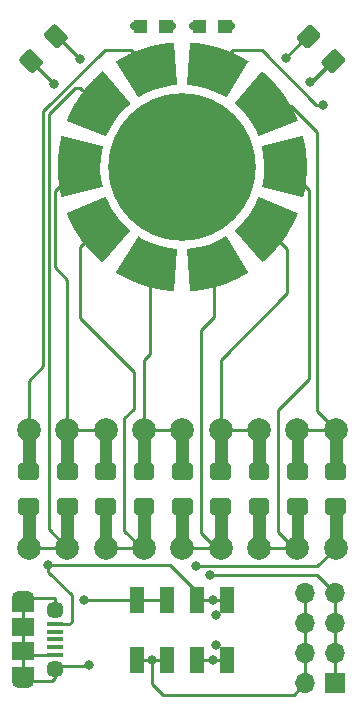
<source format=gbr>
%TF.GenerationSoftware,KiCad,Pcbnew,5.1.6-c6e7f7d~87~ubuntu20.04.1*%
%TF.CreationDate,2020-08-20T18:56:20-06:00*%
%TF.ProjectId,decade,64656361-6465-42e6-9b69-6361645f7063,rev?*%
%TF.SameCoordinates,Original*%
%TF.FileFunction,Copper,L1,Top*%
%TF.FilePolarity,Positive*%
%FSLAX46Y46*%
G04 Gerber Fmt 4.6, Leading zero omitted, Abs format (unit mm)*
G04 Created by KiCad (PCBNEW 5.1.6-c6e7f7d~87~ubuntu20.04.1) date 2020-08-20 18:56:20*
%MOMM*%
%LPD*%
G01*
G04 APERTURE LIST*
%TA.AperFunction,EtchedComponent*%
%ADD10C,0.050000*%
%TD*%
%TA.AperFunction,EtchedComponent*%
%ADD11C,0.100000*%
%TD*%
%TA.AperFunction,EtchedComponent*%
%ADD12C,0.500000*%
%TD*%
%TA.AperFunction,ComponentPad*%
%ADD13C,0.700000*%
%TD*%
%TA.AperFunction,ComponentPad*%
%ADD14O,1.700000X1.700000*%
%TD*%
%TA.AperFunction,ComponentPad*%
%ADD15R,1.700000X1.700000*%
%TD*%
%TA.AperFunction,SMDPad,CuDef*%
%ADD16R,1.900000X1.200000*%
%TD*%
%TA.AperFunction,ComponentPad*%
%ADD17O,1.900000X1.200000*%
%TD*%
%TA.AperFunction,SMDPad,CuDef*%
%ADD18R,1.900000X1.500000*%
%TD*%
%TA.AperFunction,ComponentPad*%
%ADD19C,1.450000*%
%TD*%
%TA.AperFunction,SMDPad,CuDef*%
%ADD20R,1.350000X0.400000*%
%TD*%
%TA.AperFunction,SMDPad,CuDef*%
%ADD21R,1.270000X2.290000*%
%TD*%
%TA.AperFunction,SMDPad,CuDef*%
%ADD22C,0.100000*%
%TD*%
%TA.AperFunction,ViaPad*%
%ADD23C,0.300000*%
%TD*%
%TA.AperFunction,ComponentPad*%
%ADD24C,12.500000*%
%TD*%
%TA.AperFunction,ComponentPad*%
%ADD25C,2.000000*%
%TD*%
%TA.AperFunction,ViaPad*%
%ADD26C,0.800000*%
%TD*%
%TA.AperFunction,Conductor*%
%ADD27C,0.250000*%
%TD*%
G04 APERTURE END LIST*
D10*
%TO.C,D2*%
G36*
X116950000Y-50100000D02*
G01*
X115900000Y-50100000D01*
X115900000Y-51100000D01*
X116950000Y-51100000D01*
X116950000Y-50100000D01*
G37*
X116950000Y-50100000D02*
X115900000Y-50100000D01*
X115900000Y-51100000D01*
X116950000Y-51100000D01*
X116950000Y-50100000D01*
G36*
X119100000Y-50100000D02*
G01*
X118050000Y-50100000D01*
X118050000Y-51100000D01*
X119100000Y-51100000D01*
X119100000Y-50100000D01*
G37*
X119100000Y-50100000D02*
X118050000Y-50100000D01*
X118050000Y-51100000D01*
X119100000Y-51100000D01*
X119100000Y-50100000D01*
%TO.C,D1*%
G36*
X113050000Y-51100000D02*
G01*
X114100000Y-51100000D01*
X114100000Y-50100000D01*
X113050000Y-50100000D01*
X113050000Y-51100000D01*
G37*
X113050000Y-51100000D02*
X114100000Y-51100000D01*
X114100000Y-50100000D01*
X113050000Y-50100000D01*
X113050000Y-51100000D01*
G36*
X110900000Y-51100000D02*
G01*
X111950000Y-51100000D01*
X111950000Y-50100000D01*
X110900000Y-50100000D01*
X110900000Y-51100000D01*
G37*
X110900000Y-51100000D02*
X111950000Y-51100000D01*
X111950000Y-50100000D01*
X110900000Y-50100000D01*
X110900000Y-51100000D01*
D11*
%TO.C,R1*%
G36*
X127500000Y-88750000D02*
G01*
X127500000Y-84250000D01*
X128500000Y-84250000D01*
X128500000Y-88750000D01*
X127500000Y-88750000D01*
G37*
X127500000Y-88750000D02*
X127500000Y-84250000D01*
X128500000Y-84250000D01*
X128500000Y-88750000D01*
X127500000Y-88750000D01*
D12*
G36*
X128625000Y-91700000D02*
G01*
X127375000Y-91700000D01*
X127375000Y-90762500D01*
X128625000Y-90762500D01*
X128625000Y-91700000D01*
G37*
X128625000Y-91700000D02*
X127375000Y-91700000D01*
X127375000Y-90762500D01*
X128625000Y-90762500D01*
X128625000Y-91700000D01*
G36*
X128625000Y-88725000D02*
G01*
X127375000Y-88725000D01*
X127375000Y-87787500D01*
X128625000Y-87787500D01*
X128625000Y-88725000D01*
G37*
X128625000Y-88725000D02*
X127375000Y-88725000D01*
X127375000Y-87787500D01*
X128625000Y-87787500D01*
X128625000Y-88725000D01*
D11*
G36*
X127500000Y-95250000D02*
G01*
X127500000Y-90750000D01*
X128500000Y-90750000D01*
X128500000Y-95250000D01*
X127500000Y-95250000D01*
G37*
X127500000Y-95250000D02*
X127500000Y-90750000D01*
X128500000Y-90750000D01*
X128500000Y-95250000D01*
X127500000Y-95250000D01*
%TO.C,R2*%
G36*
X125250000Y-90750000D02*
G01*
X125250000Y-95250000D01*
X124250000Y-95250000D01*
X124250000Y-90750000D01*
X125250000Y-90750000D01*
G37*
X125250000Y-90750000D02*
X125250000Y-95250000D01*
X124250000Y-95250000D01*
X124250000Y-90750000D01*
X125250000Y-90750000D01*
D12*
G36*
X124125000Y-87800000D02*
G01*
X125375000Y-87800000D01*
X125375000Y-88737500D01*
X124125000Y-88737500D01*
X124125000Y-87800000D01*
G37*
X124125000Y-87800000D02*
X125375000Y-87800000D01*
X125375000Y-88737500D01*
X124125000Y-88737500D01*
X124125000Y-87800000D01*
G36*
X124125000Y-90775000D02*
G01*
X125375000Y-90775000D01*
X125375000Y-91712500D01*
X124125000Y-91712500D01*
X124125000Y-90775000D01*
G37*
X124125000Y-90775000D02*
X125375000Y-90775000D01*
X125375000Y-91712500D01*
X124125000Y-91712500D01*
X124125000Y-90775000D01*
D11*
G36*
X125250000Y-84250000D02*
G01*
X125250000Y-88750000D01*
X124250000Y-88750000D01*
X124250000Y-84250000D01*
X125250000Y-84250000D01*
G37*
X125250000Y-84250000D02*
X125250000Y-88750000D01*
X124250000Y-88750000D01*
X124250000Y-84250000D01*
X125250000Y-84250000D01*
%TO.C,R3*%
G36*
X121000000Y-88750000D02*
G01*
X121000000Y-84250000D01*
X122000000Y-84250000D01*
X122000000Y-88750000D01*
X121000000Y-88750000D01*
G37*
X121000000Y-88750000D02*
X121000000Y-84250000D01*
X122000000Y-84250000D01*
X122000000Y-88750000D01*
X121000000Y-88750000D01*
D12*
G36*
X122125000Y-91700000D02*
G01*
X120875000Y-91700000D01*
X120875000Y-90762500D01*
X122125000Y-90762500D01*
X122125000Y-91700000D01*
G37*
X122125000Y-91700000D02*
X120875000Y-91700000D01*
X120875000Y-90762500D01*
X122125000Y-90762500D01*
X122125000Y-91700000D01*
G36*
X122125000Y-88725000D02*
G01*
X120875000Y-88725000D01*
X120875000Y-87787500D01*
X122125000Y-87787500D01*
X122125000Y-88725000D01*
G37*
X122125000Y-88725000D02*
X120875000Y-88725000D01*
X120875000Y-87787500D01*
X122125000Y-87787500D01*
X122125000Y-88725000D01*
D11*
G36*
X121000000Y-95250000D02*
G01*
X121000000Y-90750000D01*
X122000000Y-90750000D01*
X122000000Y-95250000D01*
X121000000Y-95250000D01*
G37*
X121000000Y-95250000D02*
X121000000Y-90750000D01*
X122000000Y-90750000D01*
X122000000Y-95250000D01*
X121000000Y-95250000D01*
%TO.C,R4*%
G36*
X118750000Y-90750000D02*
G01*
X118750000Y-95250000D01*
X117750000Y-95250000D01*
X117750000Y-90750000D01*
X118750000Y-90750000D01*
G37*
X118750000Y-90750000D02*
X118750000Y-95250000D01*
X117750000Y-95250000D01*
X117750000Y-90750000D01*
X118750000Y-90750000D01*
D12*
G36*
X117625000Y-87800000D02*
G01*
X118875000Y-87800000D01*
X118875000Y-88737500D01*
X117625000Y-88737500D01*
X117625000Y-87800000D01*
G37*
X117625000Y-87800000D02*
X118875000Y-87800000D01*
X118875000Y-88737500D01*
X117625000Y-88737500D01*
X117625000Y-87800000D01*
G36*
X117625000Y-90775000D02*
G01*
X118875000Y-90775000D01*
X118875000Y-91712500D01*
X117625000Y-91712500D01*
X117625000Y-90775000D01*
G37*
X117625000Y-90775000D02*
X118875000Y-90775000D01*
X118875000Y-91712500D01*
X117625000Y-91712500D01*
X117625000Y-90775000D01*
D11*
G36*
X118750000Y-84250000D02*
G01*
X118750000Y-88750000D01*
X117750000Y-88750000D01*
X117750000Y-84250000D01*
X118750000Y-84250000D01*
G37*
X118750000Y-84250000D02*
X118750000Y-88750000D01*
X117750000Y-88750000D01*
X117750000Y-84250000D01*
X118750000Y-84250000D01*
%TO.C,R5*%
G36*
X114500000Y-88750000D02*
G01*
X114500000Y-84250000D01*
X115500000Y-84250000D01*
X115500000Y-88750000D01*
X114500000Y-88750000D01*
G37*
X114500000Y-88750000D02*
X114500000Y-84250000D01*
X115500000Y-84250000D01*
X115500000Y-88750000D01*
X114500000Y-88750000D01*
D12*
G36*
X115625000Y-91700000D02*
G01*
X114375000Y-91700000D01*
X114375000Y-90762500D01*
X115625000Y-90762500D01*
X115625000Y-91700000D01*
G37*
X115625000Y-91700000D02*
X114375000Y-91700000D01*
X114375000Y-90762500D01*
X115625000Y-90762500D01*
X115625000Y-91700000D01*
G36*
X115625000Y-88725000D02*
G01*
X114375000Y-88725000D01*
X114375000Y-87787500D01*
X115625000Y-87787500D01*
X115625000Y-88725000D01*
G37*
X115625000Y-88725000D02*
X114375000Y-88725000D01*
X114375000Y-87787500D01*
X115625000Y-87787500D01*
X115625000Y-88725000D01*
D11*
G36*
X114500000Y-95250000D02*
G01*
X114500000Y-90750000D01*
X115500000Y-90750000D01*
X115500000Y-95250000D01*
X114500000Y-95250000D01*
G37*
X114500000Y-95250000D02*
X114500000Y-90750000D01*
X115500000Y-90750000D01*
X115500000Y-95250000D01*
X114500000Y-95250000D01*
%TO.C,R6*%
G36*
X112250000Y-90750000D02*
G01*
X112250000Y-95250000D01*
X111250000Y-95250000D01*
X111250000Y-90750000D01*
X112250000Y-90750000D01*
G37*
X112250000Y-90750000D02*
X112250000Y-95250000D01*
X111250000Y-95250000D01*
X111250000Y-90750000D01*
X112250000Y-90750000D01*
D12*
G36*
X111125000Y-87800000D02*
G01*
X112375000Y-87800000D01*
X112375000Y-88737500D01*
X111125000Y-88737500D01*
X111125000Y-87800000D01*
G37*
X111125000Y-87800000D02*
X112375000Y-87800000D01*
X112375000Y-88737500D01*
X111125000Y-88737500D01*
X111125000Y-87800000D01*
G36*
X111125000Y-90775000D02*
G01*
X112375000Y-90775000D01*
X112375000Y-91712500D01*
X111125000Y-91712500D01*
X111125000Y-90775000D01*
G37*
X111125000Y-90775000D02*
X112375000Y-90775000D01*
X112375000Y-91712500D01*
X111125000Y-91712500D01*
X111125000Y-90775000D01*
D11*
G36*
X112250000Y-84250000D02*
G01*
X112250000Y-88750000D01*
X111250000Y-88750000D01*
X111250000Y-84250000D01*
X112250000Y-84250000D01*
G37*
X112250000Y-84250000D02*
X112250000Y-88750000D01*
X111250000Y-88750000D01*
X111250000Y-84250000D01*
X112250000Y-84250000D01*
%TO.C,R7*%
G36*
X108000000Y-88750000D02*
G01*
X108000000Y-84250000D01*
X109000000Y-84250000D01*
X109000000Y-88750000D01*
X108000000Y-88750000D01*
G37*
X108000000Y-88750000D02*
X108000000Y-84250000D01*
X109000000Y-84250000D01*
X109000000Y-88750000D01*
X108000000Y-88750000D01*
D12*
G36*
X109125000Y-91700000D02*
G01*
X107875000Y-91700000D01*
X107875000Y-90762500D01*
X109125000Y-90762500D01*
X109125000Y-91700000D01*
G37*
X109125000Y-91700000D02*
X107875000Y-91700000D01*
X107875000Y-90762500D01*
X109125000Y-90762500D01*
X109125000Y-91700000D01*
G36*
X109125000Y-88725000D02*
G01*
X107875000Y-88725000D01*
X107875000Y-87787500D01*
X109125000Y-87787500D01*
X109125000Y-88725000D01*
G37*
X109125000Y-88725000D02*
X107875000Y-88725000D01*
X107875000Y-87787500D01*
X109125000Y-87787500D01*
X109125000Y-88725000D01*
D11*
G36*
X108000000Y-95250000D02*
G01*
X108000000Y-90750000D01*
X109000000Y-90750000D01*
X109000000Y-95250000D01*
X108000000Y-95250000D01*
G37*
X108000000Y-95250000D02*
X108000000Y-90750000D01*
X109000000Y-90750000D01*
X109000000Y-95250000D01*
X108000000Y-95250000D01*
%TO.C,R8*%
G36*
X105750000Y-90750000D02*
G01*
X105750000Y-95250000D01*
X104750000Y-95250000D01*
X104750000Y-90750000D01*
X105750000Y-90750000D01*
G37*
X105750000Y-90750000D02*
X105750000Y-95250000D01*
X104750000Y-95250000D01*
X104750000Y-90750000D01*
X105750000Y-90750000D01*
D12*
G36*
X104625000Y-87800000D02*
G01*
X105875000Y-87800000D01*
X105875000Y-88737500D01*
X104625000Y-88737500D01*
X104625000Y-87800000D01*
G37*
X104625000Y-87800000D02*
X105875000Y-87800000D01*
X105875000Y-88737500D01*
X104625000Y-88737500D01*
X104625000Y-87800000D01*
G36*
X104625000Y-90775000D02*
G01*
X105875000Y-90775000D01*
X105875000Y-91712500D01*
X104625000Y-91712500D01*
X104625000Y-90775000D01*
G37*
X104625000Y-90775000D02*
X105875000Y-90775000D01*
X105875000Y-91712500D01*
X104625000Y-91712500D01*
X104625000Y-90775000D01*
D11*
G36*
X105750000Y-84250000D02*
G01*
X105750000Y-88750000D01*
X104750000Y-88750000D01*
X104750000Y-84250000D01*
X105750000Y-84250000D01*
G37*
X105750000Y-84250000D02*
X105750000Y-88750000D01*
X104750000Y-88750000D01*
X104750000Y-84250000D01*
X105750000Y-84250000D01*
%TO.C,R9*%
G36*
X101500000Y-88750000D02*
G01*
X101500000Y-84250000D01*
X102500000Y-84250000D01*
X102500000Y-88750000D01*
X101500000Y-88750000D01*
G37*
X101500000Y-88750000D02*
X101500000Y-84250000D01*
X102500000Y-84250000D01*
X102500000Y-88750000D01*
X101500000Y-88750000D01*
D12*
G36*
X102625000Y-91700000D02*
G01*
X101375000Y-91700000D01*
X101375000Y-90762500D01*
X102625000Y-90762500D01*
X102625000Y-91700000D01*
G37*
X102625000Y-91700000D02*
X101375000Y-91700000D01*
X101375000Y-90762500D01*
X102625000Y-90762500D01*
X102625000Y-91700000D01*
G36*
X102625000Y-88725000D02*
G01*
X101375000Y-88725000D01*
X101375000Y-87787500D01*
X102625000Y-87787500D01*
X102625000Y-88725000D01*
G37*
X102625000Y-88725000D02*
X101375000Y-88725000D01*
X101375000Y-87787500D01*
X102625000Y-87787500D01*
X102625000Y-88725000D01*
D11*
G36*
X101500000Y-95250000D02*
G01*
X101500000Y-90750000D01*
X102500000Y-90750000D01*
X102500000Y-95250000D01*
X101500000Y-95250000D01*
G37*
X101500000Y-95250000D02*
X101500000Y-90750000D01*
X102500000Y-90750000D01*
X102500000Y-95250000D01*
X101500000Y-95250000D01*
%TD*%
D13*
%TO.P,D2,1*%
%TO.N,GND*%
X115900000Y-50600000D03*
%TO.P,D2,2*%
%TO.N,Net-(D2-Pad2)*%
X119100000Y-50600000D03*
%TD*%
%TO.P,D1,1*%
%TO.N,GND*%
X114100000Y-50600000D03*
%TO.P,D1,2*%
%TO.N,Net-(D1-Pad2)*%
X110900000Y-50600000D03*
%TD*%
D14*
%TO.P,J4,8*%
%TO.N,/THRU*%
X125410000Y-98580000D03*
%TO.P,J4,7*%
%TO.N,/IN*%
X127950000Y-98580000D03*
%TO.P,J4,6*%
%TO.N,/THRU*%
X125410000Y-101120000D03*
%TO.P,J4,5*%
%TO.N,/IN*%
X127950000Y-101120000D03*
%TO.P,J4,4*%
%TO.N,/THRU*%
X125410000Y-103660000D03*
%TO.P,J4,3*%
%TO.N,/IN*%
X127950000Y-103660000D03*
%TO.P,J4,2*%
%TO.N,/THRU*%
X125410000Y-106200000D03*
D15*
%TO.P,J4,1*%
%TO.N,/IN*%
X127950000Y-106200000D03*
%TD*%
D16*
%TO.P,J3,6*%
%TO.N,GND*%
X101487500Y-99600000D03*
X101487500Y-105400000D03*
D17*
X101487500Y-106000000D03*
X101487500Y-99000000D03*
D18*
X101487500Y-101500000D03*
D19*
X104187500Y-105000000D03*
D20*
%TO.P,J3,3*%
%TO.N,N/C*%
X104187500Y-102500000D03*
%TO.P,J3,4*%
X104187500Y-103150000D03*
%TO.P,J3,5*%
%TO.N,GND*%
X104187500Y-103800000D03*
%TO.P,J3,1*%
%TO.N,+5V*%
X104187500Y-101200000D03*
%TO.P,J3,2*%
%TO.N,N/C*%
X104187500Y-101850000D03*
D19*
%TO.P,J3,6*%
%TO.N,GND*%
X104187500Y-100000000D03*
D18*
X101487500Y-103500000D03*
%TD*%
%TO.P,R11,2*%
%TO.N,Net-(D2-Pad2)*%
%TA.AperFunction,SMDPad,CuDef*%
G36*
G01*
X126643934Y-51510051D02*
X125760051Y-52393935D01*
G75*
G02*
X125406497Y-52393935I-176777J176777D01*
G01*
X124752423Y-51739861D01*
G75*
G02*
X124752423Y-51386307I176777J176777D01*
G01*
X125636307Y-50502423D01*
G75*
G02*
X125989861Y-50502423I176777J-176777D01*
G01*
X126643935Y-51156497D01*
G75*
G02*
X126643935Y-51510051I-176777J-176777D01*
G01*
G37*
%TD.AperFunction*%
%TO.P,R11,1*%
%TO.N,+5V*%
%TA.AperFunction,SMDPad,CuDef*%
G36*
G01*
X128747576Y-53613693D02*
X127863693Y-54497577D01*
G75*
G02*
X127510139Y-54497577I-176777J176777D01*
G01*
X126856065Y-53843503D01*
G75*
G02*
X126856065Y-53489949I176777J176777D01*
G01*
X127739949Y-52606065D01*
G75*
G02*
X128093503Y-52606065I176777J-176777D01*
G01*
X128747577Y-53260139D01*
G75*
G02*
X128747577Y-53613693I-176777J-176777D01*
G01*
G37*
%TD.AperFunction*%
%TD*%
%TO.P,R10,2*%
%TO.N,Net-(D1-Pad2)*%
%TA.AperFunction,SMDPad,CuDef*%
G36*
G01*
X104239949Y-52393934D02*
X103356065Y-51510051D01*
G75*
G02*
X103356065Y-51156497I176777J176777D01*
G01*
X104010139Y-50502423D01*
G75*
G02*
X104363693Y-50502423I176777J-176777D01*
G01*
X105247577Y-51386307D01*
G75*
G02*
X105247577Y-51739861I-176777J-176777D01*
G01*
X104593503Y-52393935D01*
G75*
G02*
X104239949Y-52393935I-176777J176777D01*
G01*
G37*
%TD.AperFunction*%
%TO.P,R10,1*%
%TO.N,+5V*%
%TA.AperFunction,SMDPad,CuDef*%
G36*
G01*
X102136307Y-54497576D02*
X101252423Y-53613693D01*
G75*
G02*
X101252423Y-53260139I176777J176777D01*
G01*
X101906497Y-52606065D01*
G75*
G02*
X102260051Y-52606065I176777J-176777D01*
G01*
X103143935Y-53489949D01*
G75*
G02*
X103143935Y-53843503I-176777J-176777D01*
G01*
X102489861Y-54497577D01*
G75*
G02*
X102136307Y-54497577I-176777J176777D01*
G01*
G37*
%TD.AperFunction*%
%TD*%
D21*
%TO.P,J1,8*%
%TO.N,GND*%
X118810000Y-104225000D03*
%TO.P,J1,6*%
X116270000Y-104225000D03*
%TO.P,J1,4*%
%TO.N,/THRU*%
X113730000Y-104225000D03*
%TO.P,J1,2*%
X111190000Y-104225000D03*
%TO.P,J1,7*%
%TO.N,+5V*%
X118810000Y-99175000D03*
%TO.P,J1,5*%
X116270000Y-99175000D03*
%TO.P,J1,3*%
%TO.N,/IN*%
X113730000Y-99175000D03*
%TO.P,J1,1*%
X111190000Y-99175000D03*
%TD*%
%TA.AperFunction,SMDPad,CuDef*%
D22*
%TO.P,SW1,8*%
%TO.N,Net-(R8-Pad1)*%
G36*
X108281699Y-54417303D02*
G01*
X108282060Y-54417566D01*
X108283562Y-54418899D01*
X108285084Y-54420204D01*
X108285394Y-54420527D01*
X108285713Y-54420810D01*
X108287047Y-54422250D01*
X108288466Y-54423730D01*
X108288740Y-54424078D01*
X108289032Y-54424394D01*
X110538789Y-57105550D01*
X110539233Y-57106088D01*
X110540201Y-57107400D01*
X110541243Y-57108725D01*
X110541673Y-57109398D01*
X110542132Y-57110019D01*
X110542963Y-57111413D01*
X110543875Y-57112840D01*
X110544241Y-57113556D01*
X110544634Y-57114216D01*
X110545331Y-57115698D01*
X110546092Y-57117192D01*
X110546379Y-57117925D01*
X110546714Y-57118635D01*
X110547270Y-57120197D01*
X110547875Y-57121741D01*
X110548088Y-57122495D01*
X110548353Y-57123237D01*
X110548755Y-57124852D01*
X110549205Y-57126442D01*
X110549344Y-57127217D01*
X110549534Y-57127978D01*
X110549774Y-57129605D01*
X110550070Y-57131249D01*
X110550134Y-57132036D01*
X110550248Y-57132809D01*
X110550328Y-57134448D01*
X110550462Y-57136118D01*
X110550448Y-57136922D01*
X110550486Y-57137689D01*
X110550407Y-57139311D01*
X110550377Y-57141003D01*
X110550285Y-57141791D01*
X110550248Y-57142569D01*
X110550004Y-57144214D01*
X110549814Y-57145855D01*
X110549650Y-57146618D01*
X110549534Y-57147401D01*
X110549133Y-57149010D01*
X110548783Y-57150630D01*
X110548542Y-57151382D01*
X110548352Y-57152141D01*
X110547801Y-57153690D01*
X110547290Y-57155280D01*
X110546975Y-57156008D01*
X110546714Y-57156743D01*
X110546010Y-57158237D01*
X110545349Y-57159764D01*
X110544966Y-57160454D01*
X110544633Y-57161163D01*
X110543793Y-57162573D01*
X110542982Y-57164036D01*
X110542531Y-57164689D01*
X110542132Y-57165358D01*
X110541151Y-57166689D01*
X110540207Y-57168057D01*
X110539700Y-57168657D01*
X110539234Y-57169291D01*
X110538122Y-57170525D01*
X110537054Y-57171788D01*
X110536490Y-57172338D01*
X110535965Y-57172920D01*
X110534749Y-57174031D01*
X110533552Y-57175195D01*
X110278354Y-57400183D01*
X109802843Y-57885757D01*
X109376998Y-58415402D01*
X109184845Y-58693944D01*
X108840942Y-59280114D01*
X108555102Y-59898727D01*
X108554804Y-59899358D01*
X108554309Y-59900274D01*
X108553860Y-59901227D01*
X108553141Y-59902432D01*
X108552481Y-59903655D01*
X108551898Y-59904518D01*
X108551359Y-59905423D01*
X108550527Y-59906551D01*
X108549749Y-59907705D01*
X108549080Y-59908514D01*
X108548460Y-59909355D01*
X108547534Y-59910383D01*
X108546636Y-59911469D01*
X108545882Y-59912217D01*
X108545191Y-59912986D01*
X108544176Y-59913912D01*
X108543170Y-59914912D01*
X108542348Y-59915582D01*
X108541584Y-59916279D01*
X108540466Y-59917115D01*
X108539383Y-59917998D01*
X108538518Y-59918574D01*
X108537673Y-59919206D01*
X108536473Y-59919932D01*
X108535315Y-59920702D01*
X108534393Y-59921192D01*
X108533495Y-59921736D01*
X108532224Y-59922345D01*
X108531001Y-59922995D01*
X108530047Y-59923389D01*
X108529089Y-59923848D01*
X108527774Y-59924326D01*
X108526485Y-59924857D01*
X108525469Y-59925163D01*
X108524498Y-59925517D01*
X108523162Y-59925860D01*
X108521808Y-59926269D01*
X108520776Y-59926473D01*
X108519767Y-59926732D01*
X108518388Y-59926946D01*
X108517017Y-59927217D01*
X108515975Y-59927319D01*
X108514940Y-59927480D01*
X108513547Y-59927558D01*
X108512155Y-59927694D01*
X108511102Y-59927694D01*
X108510062Y-59927752D01*
X108508668Y-59927694D01*
X108507270Y-59927694D01*
X108506233Y-59927592D01*
X108505182Y-59927548D01*
X108503799Y-59927354D01*
X108502408Y-59927218D01*
X108501381Y-59927014D01*
X108500344Y-59926869D01*
X108498977Y-59926537D01*
X108497617Y-59926268D01*
X108496618Y-59925967D01*
X108495595Y-59925719D01*
X108494279Y-59925261D01*
X108492940Y-59924857D01*
X108491968Y-59924456D01*
X108490982Y-59924113D01*
X105245839Y-58612990D01*
X105245194Y-58612724D01*
X105244255Y-58612275D01*
X105243280Y-58611873D01*
X105242029Y-58611207D01*
X105240789Y-58610613D01*
X105239903Y-58610077D01*
X105238968Y-58609579D01*
X105237793Y-58608798D01*
X105236609Y-58608082D01*
X105235777Y-58607460D01*
X105234898Y-58606876D01*
X105233820Y-58605996D01*
X105232698Y-58605157D01*
X105231917Y-58604444D01*
X105231113Y-58603788D01*
X105230128Y-58602810D01*
X105229091Y-58601863D01*
X105228390Y-58601085D01*
X105227646Y-58600346D01*
X105226759Y-58599272D01*
X105225822Y-58598232D01*
X105225193Y-58597379D01*
X105224534Y-58596582D01*
X105223760Y-58595435D01*
X105222924Y-58594301D01*
X105222389Y-58593403D01*
X105221801Y-58592532D01*
X105221128Y-58591288D01*
X105220423Y-58590104D01*
X105219985Y-58589173D01*
X105219477Y-58588236D01*
X105218931Y-58586935D01*
X105218342Y-58585684D01*
X105217992Y-58584703D01*
X105217584Y-58583732D01*
X105217170Y-58582391D01*
X105216704Y-58581082D01*
X105216450Y-58580065D01*
X105216141Y-58579065D01*
X105215860Y-58577699D01*
X105215522Y-58576342D01*
X105215369Y-58575308D01*
X105215158Y-58574281D01*
X105215011Y-58572889D01*
X105214808Y-58571510D01*
X105214757Y-58570468D01*
X105214647Y-58569423D01*
X105214638Y-58568020D01*
X105214569Y-58566631D01*
X105214621Y-58565586D01*
X105214613Y-58564537D01*
X105214739Y-58563152D01*
X105214807Y-58561752D01*
X105214962Y-58560709D01*
X105215056Y-58559673D01*
X105215317Y-58558304D01*
X105215522Y-58556919D01*
X105215775Y-58555901D01*
X105215971Y-58554874D01*
X105216363Y-58553544D01*
X105216703Y-58552180D01*
X105217057Y-58551185D01*
X105217351Y-58550187D01*
X105217873Y-58548894D01*
X105218342Y-58547577D01*
X105218786Y-58546635D01*
X105219180Y-58545658D01*
X105249322Y-58480425D01*
X105249548Y-58476510D01*
X105250304Y-58471685D01*
X105251527Y-58466956D01*
X105253205Y-58462368D01*
X105255324Y-58457967D01*
X105257861Y-58453792D01*
X105260794Y-58449886D01*
X105264095Y-58446284D01*
X105265808Y-58444748D01*
X105285082Y-58403036D01*
X105284860Y-58401333D01*
X105284707Y-58396450D01*
X105285030Y-58391576D01*
X105285828Y-58386756D01*
X105287092Y-58382039D01*
X105288811Y-58377465D01*
X105290967Y-58373083D01*
X105293542Y-58368931D01*
X105296509Y-58365050D01*
X105299841Y-58361477D01*
X105303505Y-58358247D01*
X105306912Y-58355789D01*
X105321955Y-58323232D01*
X105321584Y-58321559D01*
X105320997Y-58316710D01*
X105320887Y-58311826D01*
X105321252Y-58306954D01*
X105322093Y-58302142D01*
X105323398Y-58297436D01*
X105325156Y-58292878D01*
X105327351Y-58288515D01*
X105329962Y-58284384D01*
X105332962Y-58280530D01*
X105336325Y-58276987D01*
X105340017Y-58273788D01*
X105344004Y-58270965D01*
X105346858Y-58269337D01*
X105359448Y-58242092D01*
X105359431Y-58242037D01*
X105358415Y-58237259D01*
X105357871Y-58232405D01*
X105357803Y-58227520D01*
X105358211Y-58222652D01*
X105359093Y-58217848D01*
X105360439Y-58213152D01*
X105362238Y-58208610D01*
X105364471Y-58204266D01*
X105367117Y-58200159D01*
X105370151Y-58196331D01*
X105373545Y-58192817D01*
X105377265Y-58189651D01*
X105381277Y-58186862D01*
X105385541Y-58184480D01*
X105386201Y-58184191D01*
X105397482Y-58159779D01*
X105396956Y-58158071D01*
X105395982Y-58153284D01*
X105395480Y-58148425D01*
X105395455Y-58143539D01*
X105395905Y-58138675D01*
X105396830Y-58133879D01*
X105398217Y-58129195D01*
X105400054Y-58124669D01*
X105402325Y-58120344D01*
X105405007Y-58116261D01*
X105408075Y-58112459D01*
X105411499Y-58108974D01*
X105415247Y-58105842D01*
X105419282Y-58103088D01*
X105423566Y-58100743D01*
X105425053Y-58100109D01*
X105435880Y-58076677D01*
X105435212Y-58074435D01*
X105434280Y-58069640D01*
X105433820Y-58064776D01*
X105433837Y-58059892D01*
X105434331Y-58055031D01*
X105435297Y-58050243D01*
X105436725Y-58045572D01*
X105438601Y-58041062D01*
X105440910Y-58036756D01*
X105443627Y-58032696D01*
X105446728Y-58028922D01*
X105450183Y-58025468D01*
X105453957Y-58022367D01*
X105458017Y-58019650D01*
X105462322Y-58017342D01*
X105463529Y-58016839D01*
X105474661Y-57992748D01*
X105474195Y-57991136D01*
X105473306Y-57986333D01*
X105472888Y-57981466D01*
X105472948Y-57976582D01*
X105473484Y-57971726D01*
X105474492Y-57966946D01*
X105475961Y-57962287D01*
X105477877Y-57957793D01*
X105480223Y-57953509D01*
X105482975Y-57949473D01*
X105486108Y-57945726D01*
X105489594Y-57942302D01*
X105493396Y-57939235D01*
X105497478Y-57936552D01*
X105501635Y-57934368D01*
X105513858Y-57907917D01*
X105513057Y-57903370D01*
X105512683Y-57898499D01*
X105512785Y-57893616D01*
X105513362Y-57888765D01*
X105514412Y-57883994D01*
X105515921Y-57879348D01*
X105517876Y-57874872D01*
X105520260Y-57870608D01*
X105523048Y-57866596D01*
X105526213Y-57862876D01*
X105529729Y-57859482D01*
X105533557Y-57856449D01*
X105537663Y-57853802D01*
X105539237Y-57852993D01*
X105553690Y-57821713D01*
X105553530Y-57820756D01*
X105553198Y-57815883D01*
X105553343Y-57811000D01*
X105553963Y-57806154D01*
X105555054Y-57801393D01*
X105556604Y-57796761D01*
X105558598Y-57792301D01*
X105561019Y-57788058D01*
X105563841Y-57784071D01*
X105567040Y-57780379D01*
X105570584Y-57777016D01*
X105574439Y-57774015D01*
X105576262Y-57772863D01*
X105594438Y-57733526D01*
X105594622Y-57728743D01*
X105595284Y-57723903D01*
X105596417Y-57719151D01*
X105598007Y-57714532D01*
X105600041Y-57710090D01*
X105602498Y-57705869D01*
X105605355Y-57701906D01*
X105608586Y-57698242D01*
X105612159Y-57694910D01*
X105612348Y-57694765D01*
X105638011Y-57639225D01*
X105638495Y-57637272D01*
X105640126Y-57632668D01*
X105642198Y-57628244D01*
X105644692Y-57624043D01*
X105645593Y-57622817D01*
X105649473Y-57614420D01*
X105649771Y-57613788D01*
X105650765Y-57611950D01*
X105651737Y-57610090D01*
X105679798Y-57562262D01*
X105680072Y-57560494D01*
X105681287Y-57555763D01*
X105682957Y-57551172D01*
X105685067Y-57546767D01*
X105687599Y-57542589D01*
X105690524Y-57538676D01*
X105693818Y-57535069D01*
X105697449Y-57531800D01*
X105697838Y-57531514D01*
X105722444Y-57489573D01*
X105722427Y-57489048D01*
X105722741Y-57484173D01*
X105723531Y-57479352D01*
X105724787Y-57474632D01*
X105726498Y-57470057D01*
X105728647Y-57465669D01*
X105731214Y-57461513D01*
X105734174Y-57457627D01*
X105737499Y-57454049D01*
X105741158Y-57450811D01*
X105745115Y-57447947D01*
X105747779Y-57446390D01*
X105766739Y-57414074D01*
X105766627Y-57413161D01*
X105766507Y-57408277D01*
X105766865Y-57403405D01*
X105767697Y-57398591D01*
X105768994Y-57393882D01*
X105770744Y-57389322D01*
X105772931Y-57384953D01*
X105775535Y-57380820D01*
X105778529Y-57376960D01*
X105781885Y-57373411D01*
X105785572Y-57370206D01*
X105789555Y-57367376D01*
X105793794Y-57364948D01*
X105796194Y-57363869D01*
X105811868Y-57337155D01*
X105811370Y-57332779D01*
X105811293Y-57327895D01*
X105811693Y-57323027D01*
X105812566Y-57318220D01*
X105813905Y-57313523D01*
X105815695Y-57308978D01*
X105817920Y-57304628D01*
X105820559Y-57300519D01*
X105823587Y-57296684D01*
X105826974Y-57293164D01*
X105830689Y-57289992D01*
X105834696Y-57287198D01*
X105838955Y-57284806D01*
X105843428Y-57282843D01*
X105843804Y-57282720D01*
X105857630Y-57259155D01*
X105857321Y-57257649D01*
X105856811Y-57252791D01*
X105856776Y-57247907D01*
X105857220Y-57243041D01*
X105858134Y-57238242D01*
X105859514Y-57233556D01*
X105861344Y-57229027D01*
X105863607Y-57224698D01*
X105866282Y-57220611D01*
X105869342Y-57216803D01*
X105872760Y-57213314D01*
X105876503Y-57210173D01*
X105880533Y-57207414D01*
X105884814Y-57205060D01*
X105889304Y-57203136D01*
X105890768Y-57202671D01*
X105903865Y-57180348D01*
X105903417Y-57178065D01*
X105902950Y-57173202D01*
X105902958Y-57168317D01*
X105903444Y-57163456D01*
X105904400Y-57158666D01*
X105905821Y-57153992D01*
X105907690Y-57149480D01*
X105909990Y-57145170D01*
X105912701Y-57141106D01*
X105915795Y-57137326D01*
X105919243Y-57133866D01*
X105923013Y-57130758D01*
X105927067Y-57128034D01*
X105931368Y-57125717D01*
X105935875Y-57123832D01*
X105937276Y-57123402D01*
X105950558Y-57100763D01*
X105950206Y-57098886D01*
X105949780Y-57094019D01*
X105949832Y-57089136D01*
X105950360Y-57084278D01*
X105951358Y-57079497D01*
X105952819Y-57074835D01*
X105954727Y-57070339D01*
X105957066Y-57066050D01*
X105959812Y-57062010D01*
X105962938Y-57058256D01*
X105966417Y-57054826D01*
X105970214Y-57051752D01*
X105974292Y-57049064D01*
X105978613Y-57046784D01*
X105983135Y-57044939D01*
X105983346Y-57044876D01*
X105997727Y-57020365D01*
X105997683Y-57020118D01*
X105997301Y-57015248D01*
X105997394Y-57010364D01*
X105997964Y-57005512D01*
X105999004Y-57000739D01*
X106000506Y-56996091D01*
X106002454Y-56991612D01*
X106004830Y-56987343D01*
X106007610Y-56983327D01*
X106010770Y-56979601D01*
X106014278Y-56976202D01*
X106018102Y-56973160D01*
X106022203Y-56970508D01*
X106026544Y-56968266D01*
X106028826Y-56967358D01*
X106045634Y-56938711D01*
X106045506Y-56936895D01*
X106045643Y-56932012D01*
X106046255Y-56927165D01*
X106047337Y-56922402D01*
X106048879Y-56917767D01*
X106050866Y-56913304D01*
X106053278Y-56909057D01*
X106056095Y-56905065D01*
X106059286Y-56901367D01*
X106062824Y-56897999D01*
X106066674Y-56894990D01*
X106070798Y-56892374D01*
X106073670Y-56890923D01*
X106094525Y-56855376D01*
X106094572Y-56854084D01*
X106095227Y-56849242D01*
X106096350Y-56844489D01*
X106097934Y-56839868D01*
X106099959Y-56835422D01*
X106102408Y-56831196D01*
X106105260Y-56827229D01*
X106108483Y-56823559D01*
X106112049Y-56820222D01*
X106115926Y-56817247D01*
X106117453Y-56816296D01*
X106145806Y-56767969D01*
X106146043Y-56767005D01*
X106147666Y-56762398D01*
X106149730Y-56757971D01*
X106152216Y-56753765D01*
X106155102Y-56749825D01*
X106158358Y-56746182D01*
X106158860Y-56745720D01*
X106170849Y-56725285D01*
X106171206Y-56724685D01*
X106172041Y-56723447D01*
X106172818Y-56722194D01*
X106197905Y-56685829D01*
X106198073Y-56685366D01*
X106200175Y-56680958D01*
X106202698Y-56676774D01*
X106205617Y-56672858D01*
X106208905Y-56669244D01*
X106210074Y-56668188D01*
X106247163Y-56614425D01*
X106247445Y-56613356D01*
X106249149Y-56608777D01*
X106251289Y-56604387D01*
X106253849Y-56600226D01*
X106256802Y-56596336D01*
X106260122Y-56592750D01*
X106263774Y-56589508D01*
X106264933Y-56588666D01*
X106298303Y-56540293D01*
X106299149Y-56537201D01*
X106300892Y-56532637D01*
X106303071Y-56528266D01*
X106305667Y-56524127D01*
X106308654Y-56520262D01*
X106312004Y-56516707D01*
X106315685Y-56513495D01*
X106317858Y-56511946D01*
X106350719Y-56464310D01*
X106351515Y-56461499D01*
X106353297Y-56456951D01*
X106355515Y-56452599D01*
X106358147Y-56448483D01*
X106361167Y-56444645D01*
X106364549Y-56441118D01*
X106368257Y-56437940D01*
X106369523Y-56437053D01*
X106404521Y-56386320D01*
X106404540Y-56386257D01*
X106406363Y-56381725D01*
X106408617Y-56377392D01*
X106411285Y-56373300D01*
X106414339Y-56369488D01*
X106417751Y-56365991D01*
X106419647Y-56364396D01*
X106464164Y-56299863D01*
X106464565Y-56299291D01*
X106464832Y-56298953D01*
X106465076Y-56298584D01*
X106465744Y-56297766D01*
X106466354Y-56296925D01*
X106511382Y-56240922D01*
X106512548Y-56237178D01*
X106514449Y-56232678D01*
X106516780Y-56228385D01*
X106519518Y-56224340D01*
X106522639Y-56220581D01*
X106526112Y-56217145D01*
X106529902Y-56214065D01*
X106533976Y-56211368D01*
X106536009Y-56210292D01*
X106564801Y-56174483D01*
X106564998Y-56172776D01*
X106566030Y-56168001D01*
X106567523Y-56163350D01*
X106569464Y-56158867D01*
X106571832Y-56154594D01*
X106574606Y-56150573D01*
X106577759Y-56146843D01*
X106581261Y-56143437D01*
X106585078Y-56140389D01*
X106589175Y-56137729D01*
X106593513Y-56135481D01*
X106597414Y-56133920D01*
X106619886Y-56105970D01*
X106619931Y-56104256D01*
X106620534Y-56099409D01*
X106621609Y-56094643D01*
X106623142Y-56090005D01*
X106625122Y-56085539D01*
X106627526Y-56081287D01*
X106630335Y-56077290D01*
X106633521Y-56073588D01*
X106637053Y-56070212D01*
X106640896Y-56067198D01*
X106645017Y-56064573D01*
X106649374Y-56062364D01*
X106653925Y-56060588D01*
X106657090Y-56059699D01*
X106675895Y-56036309D01*
X106675891Y-56036252D01*
X106676062Y-56031370D01*
X106676709Y-56026528D01*
X106677824Y-56021773D01*
X106679398Y-56017148D01*
X106681416Y-56012699D01*
X106683858Y-56008469D01*
X106686702Y-56004497D01*
X106689920Y-56000822D01*
X106693481Y-55997477D01*
X106697351Y-55994497D01*
X106701494Y-55991908D01*
X106705869Y-55989737D01*
X106710436Y-55988001D01*
X106715150Y-55986721D01*
X106715862Y-55986600D01*
X106732712Y-55965643D01*
X106732615Y-55963857D01*
X106732829Y-55958978D01*
X106733517Y-55954142D01*
X106734674Y-55949395D01*
X106736288Y-55944784D01*
X106738345Y-55940354D01*
X106740824Y-55936146D01*
X106743703Y-55932198D01*
X106746952Y-55928551D01*
X106750542Y-55925237D01*
X106754437Y-55922292D01*
X106758604Y-55919739D01*
X106762998Y-55917605D01*
X106767580Y-55915909D01*
X106772304Y-55914671D01*
X106773900Y-55914415D01*
X106790074Y-55894299D01*
X106789968Y-55891961D01*
X106790223Y-55887083D01*
X106790954Y-55882253D01*
X106792152Y-55877517D01*
X106793807Y-55872920D01*
X106795902Y-55868508D01*
X106798418Y-55864321D01*
X106801331Y-55860399D01*
X106804612Y-55856781D01*
X106808231Y-55853498D01*
X106812152Y-55850586D01*
X106816340Y-55848070D01*
X106820753Y-55845976D01*
X106825349Y-55844320D01*
X106830085Y-55843122D01*
X106831379Y-55842926D01*
X106848007Y-55822244D01*
X106847946Y-55820568D01*
X106848244Y-55815692D01*
X106849016Y-55810869D01*
X106850257Y-55806143D01*
X106851951Y-55801561D01*
X106854085Y-55797168D01*
X106856637Y-55793003D01*
X106859584Y-55789106D01*
X106862897Y-55785517D01*
X106866543Y-55782266D01*
X106870491Y-55779389D01*
X106874700Y-55776909D01*
X106879131Y-55774852D01*
X106883741Y-55773237D01*
X106888304Y-55772125D01*
X106906563Y-55749415D01*
X106906885Y-55744810D01*
X106907700Y-55739994D01*
X106908980Y-55735280D01*
X106910715Y-55730713D01*
X106912888Y-55726337D01*
X106915476Y-55722195D01*
X106918456Y-55718324D01*
X106921801Y-55714764D01*
X106925476Y-55711546D01*
X106929448Y-55708702D01*
X106933679Y-55706260D01*
X106938127Y-55704242D01*
X106942751Y-55702667D01*
X106944475Y-55702263D01*
X106966067Y-55675408D01*
X106966143Y-55674442D01*
X106966999Y-55669633D01*
X106968321Y-55664929D01*
X106970095Y-55660378D01*
X106972306Y-55656022D01*
X106974931Y-55651902D01*
X106977945Y-55648058D01*
X106981319Y-55644527D01*
X106985023Y-55641341D01*
X106989019Y-55638532D01*
X106993272Y-55636126D01*
X106997737Y-55634148D01*
X106999785Y-55633471D01*
X107026939Y-55599699D01*
X107028274Y-55595102D01*
X107030087Y-55590566D01*
X107032335Y-55586230D01*
X107034995Y-55582133D01*
X107038043Y-55578315D01*
X107041449Y-55574813D01*
X107045181Y-55571659D01*
X107049201Y-55568886D01*
X107053474Y-55566517D01*
X107053693Y-55566422D01*
X107092032Y-55518739D01*
X107092973Y-55516962D01*
X107095668Y-55512889D01*
X107098750Y-55509097D01*
X107102185Y-55505626D01*
X107103358Y-55504652D01*
X107109153Y-55497444D01*
X107109594Y-55496904D01*
X107110977Y-55495389D01*
X107112395Y-55493792D01*
X107151195Y-55454171D01*
X107151887Y-55452524D01*
X107154211Y-55448228D01*
X107156943Y-55444177D01*
X107160056Y-55440413D01*
X107163522Y-55436972D01*
X107167308Y-55433883D01*
X107171377Y-55431180D01*
X107175691Y-55428887D01*
X107176133Y-55428704D01*
X107210159Y-55393958D01*
X107210269Y-55393446D01*
X107211755Y-55388793D01*
X107213687Y-55384305D01*
X107216048Y-55380029D01*
X107218814Y-55376004D01*
X107221961Y-55372267D01*
X107225457Y-55368855D01*
X107229270Y-55365801D01*
X107233362Y-55363133D01*
X107237695Y-55360878D01*
X107242228Y-55359056D01*
X107245185Y-55358190D01*
X107271405Y-55331417D01*
X107271516Y-55330507D01*
X107272582Y-55325740D01*
X107274107Y-55321099D01*
X107276078Y-55316629D01*
X107278476Y-55312374D01*
X107281278Y-55308373D01*
X107284457Y-55304663D01*
X107287983Y-55301283D01*
X107291822Y-55298261D01*
X107295937Y-55295629D01*
X107300290Y-55293412D01*
X107304839Y-55291629D01*
X107309538Y-55290299D01*
X107312126Y-55289833D01*
X107333800Y-55267700D01*
X107334374Y-55263337D01*
X107335482Y-55258579D01*
X107337048Y-55253952D01*
X107339058Y-55249499D01*
X107341493Y-55245265D01*
X107344329Y-55241288D01*
X107347541Y-55237607D01*
X107351097Y-55234257D01*
X107354961Y-55231269D01*
X107359099Y-55228673D01*
X107363472Y-55226493D01*
X107368035Y-55224752D01*
X107372747Y-55223462D01*
X107377562Y-55222639D01*
X107377955Y-55222611D01*
X107397073Y-55203088D01*
X107397138Y-55201555D01*
X107397818Y-55196718D01*
X107398966Y-55191970D01*
X107400573Y-55187356D01*
X107402621Y-55182921D01*
X107405094Y-55178708D01*
X107407965Y-55174757D01*
X107411208Y-55171103D01*
X107414792Y-55167784D01*
X107418684Y-55164830D01*
X107422844Y-55162271D01*
X107427235Y-55160130D01*
X107431814Y-55158427D01*
X107436537Y-55157179D01*
X107441359Y-55156398D01*
X107442890Y-55156302D01*
X107461001Y-55137808D01*
X107461118Y-55135486D01*
X107461840Y-55130656D01*
X107463030Y-55125918D01*
X107464677Y-55121319D01*
X107466764Y-55116902D01*
X107469273Y-55112711D01*
X107472178Y-55108784D01*
X107475453Y-55105160D01*
X107479067Y-55101872D01*
X107482983Y-55098952D01*
X107487166Y-55096429D01*
X107491575Y-55094326D01*
X107496169Y-55092663D01*
X107500902Y-55091456D01*
X107505730Y-55090718D01*
X107507192Y-55090638D01*
X107525559Y-55071884D01*
X107525672Y-55069979D01*
X107526436Y-55065154D01*
X107527667Y-55060427D01*
X107529355Y-55055842D01*
X107531479Y-55051444D01*
X107534025Y-55047275D01*
X107536965Y-55043374D01*
X107540271Y-55039778D01*
X107543913Y-55036522D01*
X107547855Y-55033637D01*
X107552059Y-55031150D01*
X107556488Y-55029086D01*
X107561095Y-55027463D01*
X107565838Y-55026297D01*
X107570673Y-55025601D01*
X107570891Y-55025592D01*
X107590777Y-55005285D01*
X107590793Y-55005036D01*
X107591600Y-55000218D01*
X107592872Y-54995502D01*
X107594599Y-54990932D01*
X107596764Y-54986553D01*
X107599345Y-54982406D01*
X107602319Y-54978531D01*
X107605656Y-54974964D01*
X107609327Y-54971741D01*
X107613293Y-54968889D01*
X107617520Y-54966439D01*
X107621965Y-54964413D01*
X107626587Y-54962831D01*
X107631341Y-54961707D01*
X107633773Y-54961378D01*
X107657014Y-54937645D01*
X107657330Y-54935855D01*
X107658644Y-54931150D01*
X107660411Y-54926595D01*
X107662612Y-54922234D01*
X107665230Y-54918111D01*
X107668237Y-54914262D01*
X107671606Y-54910723D01*
X107675304Y-54907532D01*
X107679296Y-54904716D01*
X107683543Y-54902303D01*
X107688007Y-54900316D01*
X107692642Y-54898775D01*
X107695777Y-54898062D01*
X107724614Y-54868615D01*
X107724973Y-54867373D01*
X107726779Y-54862835D01*
X107729020Y-54858493D01*
X107731673Y-54854393D01*
X107734714Y-54850570D01*
X107738113Y-54847061D01*
X107741839Y-54843902D01*
X107745855Y-54841121D01*
X107750123Y-54838745D01*
X107754604Y-54836798D01*
X107756312Y-54836246D01*
X107795519Y-54796208D01*
X107795981Y-54795334D01*
X107798670Y-54791256D01*
X107801743Y-54787460D01*
X107805174Y-54783981D01*
X107808927Y-54780855D01*
X107812967Y-54778108D01*
X107813563Y-54777783D01*
X107830142Y-54760853D01*
X107830634Y-54760358D01*
X107831738Y-54759365D01*
X107832800Y-54758331D01*
X107865941Y-54729113D01*
X107866214Y-54728707D01*
X107869321Y-54724938D01*
X107872781Y-54721489D01*
X107876561Y-54718396D01*
X107880626Y-54715685D01*
X107882011Y-54714945D01*
X107931010Y-54671748D01*
X107931542Y-54670780D01*
X107934302Y-54666749D01*
X107937442Y-54663007D01*
X107940932Y-54659589D01*
X107944738Y-54656529D01*
X107948827Y-54653853D01*
X107953156Y-54651590D01*
X107954481Y-54651055D01*
X107998565Y-54612189D01*
X108000133Y-54609395D01*
X108002928Y-54605389D01*
X108006100Y-54601674D01*
X108009620Y-54598287D01*
X108013454Y-54595259D01*
X108017565Y-54592619D01*
X108021913Y-54590394D01*
X108024396Y-54589417D01*
X108067806Y-54551146D01*
X108069257Y-54548610D01*
X108072087Y-54544629D01*
X108075291Y-54540943D01*
X108078840Y-54537586D01*
X108082700Y-54534592D01*
X108086834Y-54531988D01*
X108091202Y-54529801D01*
X108092644Y-54529248D01*
X108138876Y-54488488D01*
X108138909Y-54488433D01*
X108141774Y-54484476D01*
X108145010Y-54480818D01*
X108148589Y-54477492D01*
X108152475Y-54474532D01*
X108156631Y-54471964D01*
X108158855Y-54470874D01*
X108217665Y-54419027D01*
X108218191Y-54418569D01*
X108218542Y-54418297D01*
X108218859Y-54418008D01*
X108220459Y-54416811D01*
X108222051Y-54415576D01*
X108222416Y-54415346D01*
X108222770Y-54415081D01*
X108224514Y-54414025D01*
X108226186Y-54412972D01*
X108226570Y-54412780D01*
X108226948Y-54412551D01*
X108228756Y-54411685D01*
X108230552Y-54410785D01*
X108230966Y-54410626D01*
X108231354Y-54410441D01*
X108233214Y-54409764D01*
X108235113Y-54409035D01*
X108235540Y-54408917D01*
X108235945Y-54408770D01*
X108237863Y-54408277D01*
X108239823Y-54407737D01*
X108240260Y-54407662D01*
X108240677Y-54407555D01*
X108242652Y-54407249D01*
X108244637Y-54406906D01*
X108245066Y-54406874D01*
X108245504Y-54406806D01*
X108247525Y-54406694D01*
X108249508Y-54406548D01*
X108249945Y-54406558D01*
X108250381Y-54406534D01*
X108252411Y-54406619D01*
X108254393Y-54406668D01*
X108254816Y-54406720D01*
X108255262Y-54406738D01*
X108257273Y-54407021D01*
X108259241Y-54407263D01*
X108259668Y-54407359D01*
X108260099Y-54407419D01*
X108262047Y-54407890D01*
X108264008Y-54408329D01*
X108264421Y-54408464D01*
X108264847Y-54408567D01*
X108266739Y-54409226D01*
X108268649Y-54409854D01*
X108269050Y-54410031D01*
X108269460Y-54410173D01*
X108271260Y-54411005D01*
X108273118Y-54411825D01*
X108273507Y-54412045D01*
X108273894Y-54412223D01*
X108275573Y-54413209D01*
X108277375Y-54414223D01*
X108277743Y-54414481D01*
X108278108Y-54414695D01*
X108279728Y-54415872D01*
X108281375Y-54417026D01*
X108281699Y-54417303D01*
G37*
%TD.AperFunction*%
%TA.AperFunction,SMDPad,CuDef*%
%TO.P,SW1,9*%
%TO.N,Net-(R9-Pad1)*%
G36*
X114315670Y-52012042D02*
G01*
X114315808Y-52012467D01*
X114316240Y-52014429D01*
X114316704Y-52016379D01*
X114316765Y-52016822D01*
X114316856Y-52017239D01*
X114317089Y-52019188D01*
X114317367Y-52021220D01*
X114317385Y-52021662D01*
X114317435Y-52022089D01*
X114561583Y-55513563D01*
X114561626Y-55514260D01*
X114561638Y-55515891D01*
X114561702Y-55517575D01*
X114561654Y-55518373D01*
X114561660Y-55519145D01*
X114561513Y-55520760D01*
X114561413Y-55522451D01*
X114561287Y-55523246D01*
X114561217Y-55524011D01*
X114560910Y-55525619D01*
X114560648Y-55527275D01*
X114560450Y-55528037D01*
X114560303Y-55528808D01*
X114559834Y-55530399D01*
X114559417Y-55532003D01*
X114559146Y-55532739D01*
X114558923Y-55533495D01*
X114558300Y-55535038D01*
X114557729Y-55536588D01*
X114557386Y-55537297D01*
X114557093Y-55538024D01*
X114556331Y-55539482D01*
X114555604Y-55540986D01*
X114555193Y-55541660D01*
X114554831Y-55542353D01*
X114553932Y-55543726D01*
X114553059Y-55545156D01*
X114552576Y-55545797D01*
X114552154Y-55546440D01*
X114551137Y-55547706D01*
X114550119Y-55549057D01*
X114549582Y-55549641D01*
X114549094Y-55550248D01*
X114547930Y-55551436D01*
X114546812Y-55552652D01*
X114546230Y-55553172D01*
X114545676Y-55553738D01*
X114544406Y-55554804D01*
X114543171Y-55555908D01*
X114542534Y-55556375D01*
X114541934Y-55556878D01*
X114540577Y-55557807D01*
X114539229Y-55558794D01*
X114538547Y-55559197D01*
X114537903Y-55559638D01*
X114536456Y-55560433D01*
X114535024Y-55561280D01*
X114534308Y-55561613D01*
X114533622Y-55561991D01*
X114532113Y-55562638D01*
X114530597Y-55563345D01*
X114529849Y-55563608D01*
X114529133Y-55563915D01*
X114527557Y-55564415D01*
X114525989Y-55564967D01*
X114525227Y-55565154D01*
X114524477Y-55565392D01*
X114522852Y-55565737D01*
X114521245Y-55566132D01*
X114520466Y-55566245D01*
X114519698Y-55566408D01*
X114518062Y-55566591D01*
X114516410Y-55566830D01*
X114177705Y-55598847D01*
X113507596Y-55712187D01*
X112851763Y-55890373D01*
X112532584Y-56002773D01*
X111909819Y-56274854D01*
X111314958Y-56607309D01*
X111314346Y-56607645D01*
X111313406Y-56608095D01*
X111312484Y-56608602D01*
X111311194Y-56609155D01*
X111309941Y-56609755D01*
X111308962Y-56610111D01*
X111307994Y-56610527D01*
X111306658Y-56610950D01*
X111305350Y-56611427D01*
X111304333Y-56611688D01*
X111303337Y-56612004D01*
X111301984Y-56612291D01*
X111300620Y-56612642D01*
X111299569Y-56612805D01*
X111298558Y-56613019D01*
X111297193Y-56613173D01*
X111295791Y-56613390D01*
X111294733Y-56613449D01*
X111293705Y-56613564D01*
X111292309Y-56613583D01*
X111290914Y-56613661D01*
X111289875Y-56613618D01*
X111288820Y-56613633D01*
X111287422Y-56613515D01*
X111286034Y-56613457D01*
X111284999Y-56613312D01*
X111283953Y-56613224D01*
X111282567Y-56612970D01*
X111281196Y-56612777D01*
X111280192Y-56612534D01*
X111279147Y-56612343D01*
X111277802Y-56611957D01*
X111276448Y-56611629D01*
X111275446Y-56611280D01*
X111274452Y-56610995D01*
X111273169Y-56610487D01*
X111271834Y-56610022D01*
X111270879Y-56609581D01*
X111269910Y-56609197D01*
X111268669Y-56608559D01*
X111267400Y-56607973D01*
X111266497Y-56607443D01*
X111265566Y-56606964D01*
X111264393Y-56606209D01*
X111263187Y-56605501D01*
X111262335Y-56604882D01*
X111261460Y-56604318D01*
X111260365Y-56603451D01*
X111259235Y-56602630D01*
X111258455Y-56601938D01*
X111257631Y-56601284D01*
X111256627Y-56600314D01*
X111255581Y-56599387D01*
X111254870Y-56598618D01*
X111254116Y-56597890D01*
X111253206Y-56596819D01*
X111252263Y-56595802D01*
X111251632Y-56594971D01*
X111250950Y-56594170D01*
X111250155Y-56593025D01*
X111249309Y-56591911D01*
X111248758Y-56591016D01*
X111248162Y-56590159D01*
X109393445Y-53621991D01*
X109393079Y-53621396D01*
X109392584Y-53620481D01*
X109392031Y-53619582D01*
X109391411Y-53618309D01*
X109390757Y-53617099D01*
X109390355Y-53616145D01*
X109389891Y-53615192D01*
X109389399Y-53613870D01*
X109388863Y-53612595D01*
X109388555Y-53611602D01*
X109388188Y-53610613D01*
X109387832Y-53609267D01*
X109387418Y-53607930D01*
X109387205Y-53606894D01*
X109386940Y-53605891D01*
X109386718Y-53604520D01*
X109386436Y-53603144D01*
X109386327Y-53602103D01*
X109386159Y-53601068D01*
X109386072Y-53599678D01*
X109385925Y-53598285D01*
X109385918Y-53597226D01*
X109385853Y-53596193D01*
X109385901Y-53594810D01*
X109385892Y-53593401D01*
X109385987Y-53592361D01*
X109386023Y-53591311D01*
X109386210Y-53589908D01*
X109386335Y-53588536D01*
X109386528Y-53587525D01*
X109386668Y-53586469D01*
X109386991Y-53585095D01*
X109387249Y-53583737D01*
X109387543Y-53582738D01*
X109387784Y-53581712D01*
X109388237Y-53580385D01*
X109388629Y-53579051D01*
X109389022Y-53578079D01*
X109389359Y-53577088D01*
X109389935Y-53575818D01*
X109390459Y-53574522D01*
X109390943Y-53573595D01*
X109391376Y-53572640D01*
X109392076Y-53571428D01*
X109392722Y-53570193D01*
X109393293Y-53569320D01*
X109393819Y-53568410D01*
X109394635Y-53567269D01*
X109395397Y-53566105D01*
X109396052Y-53565291D01*
X109396662Y-53564437D01*
X109397579Y-53563391D01*
X109398457Y-53562298D01*
X109399195Y-53561545D01*
X109399880Y-53560762D01*
X109400896Y-53559809D01*
X109401876Y-53558808D01*
X109402679Y-53558134D01*
X109403441Y-53557418D01*
X109404540Y-53556572D01*
X109405617Y-53555668D01*
X109406488Y-53555072D01*
X109407312Y-53554437D01*
X109408495Y-53553697D01*
X109409648Y-53552908D01*
X109410561Y-53552407D01*
X109411454Y-53551848D01*
X109474183Y-53516790D01*
X109476667Y-53513756D01*
X109480114Y-53510297D01*
X109483884Y-53507190D01*
X109487938Y-53504464D01*
X109492239Y-53502149D01*
X109496746Y-53500263D01*
X109501415Y-53498827D01*
X109506202Y-53497853D01*
X109508490Y-53497617D01*
X109548601Y-53475200D01*
X109549422Y-53473693D01*
X109552169Y-53469652D01*
X109555295Y-53465898D01*
X109558774Y-53462469D01*
X109562570Y-53459395D01*
X109566648Y-53456705D01*
X109570969Y-53454428D01*
X109575491Y-53452582D01*
X109580173Y-53451186D01*
X109584969Y-53450254D01*
X109589832Y-53449795D01*
X109594033Y-53449808D01*
X109625339Y-53432312D01*
X109626023Y-53430739D01*
X109628398Y-53426472D01*
X109631180Y-53422456D01*
X109634339Y-53418729D01*
X109637847Y-53415330D01*
X109641669Y-53412289D01*
X109645771Y-53409636D01*
X109650112Y-53407396D01*
X109654651Y-53405589D01*
X109659344Y-53404234D01*
X109664148Y-53403345D01*
X109669015Y-53402927D01*
X109673899Y-53402987D01*
X109677165Y-53403347D01*
X109703365Y-53388705D01*
X109703383Y-53388651D01*
X109705371Y-53384188D01*
X109707783Y-53379942D01*
X109710599Y-53375949D01*
X109713791Y-53372251D01*
X109717328Y-53368883D01*
X109721177Y-53365876D01*
X109725302Y-53363258D01*
X109729662Y-53361056D01*
X109734217Y-53359289D01*
X109738921Y-53357976D01*
X109743733Y-53357127D01*
X109748603Y-53356753D01*
X109753488Y-53356854D01*
X109758338Y-53357433D01*
X109759042Y-53357588D01*
X109782517Y-53344469D01*
X109783096Y-53342777D01*
X109785122Y-53338333D01*
X109787572Y-53334107D01*
X109790423Y-53330139D01*
X109793647Y-53326469D01*
X109797213Y-53323132D01*
X109801089Y-53320158D01*
X109805236Y-53317576D01*
X109809615Y-53315412D01*
X109814185Y-53313685D01*
X109818901Y-53312412D01*
X109823720Y-53311606D01*
X109828593Y-53311275D01*
X109833476Y-53311419D01*
X109838320Y-53312039D01*
X109839896Y-53312400D01*
X109862429Y-53299808D01*
X109863205Y-53297601D01*
X109865271Y-53293174D01*
X109867757Y-53288969D01*
X109870642Y-53285027D01*
X109873898Y-53281385D01*
X109877494Y-53278079D01*
X109881395Y-53275140D01*
X109885564Y-53272594D01*
X109889962Y-53270467D01*
X109894547Y-53268780D01*
X109899274Y-53267549D01*
X109904100Y-53266786D01*
X109908976Y-53266496D01*
X109913858Y-53266683D01*
X109918696Y-53267346D01*
X109919969Y-53267649D01*
X109943135Y-53254703D01*
X109943706Y-53253125D01*
X109945809Y-53248716D01*
X109948332Y-53244533D01*
X109951252Y-53240617D01*
X109954539Y-53237003D01*
X109958165Y-53233729D01*
X109962091Y-53230823D01*
X109966283Y-53228314D01*
X109970699Y-53226226D01*
X109975298Y-53224579D01*
X109980035Y-53223389D01*
X109984867Y-53222668D01*
X109989746Y-53222421D01*
X109994626Y-53222650D01*
X109999272Y-53223328D01*
X110024709Y-53209113D01*
X110026733Y-53204963D01*
X110029293Y-53200802D01*
X110032246Y-53196911D01*
X110035565Y-53193326D01*
X110039219Y-53190083D01*
X110043170Y-53187212D01*
X110047383Y-53184740D01*
X110051818Y-53182691D01*
X110056431Y-53181084D01*
X110061179Y-53179936D01*
X110066017Y-53179256D01*
X110070897Y-53179052D01*
X110075775Y-53179324D01*
X110077524Y-53179595D01*
X110107603Y-53162785D01*
X110108036Y-53161916D01*
X110110631Y-53157779D01*
X110113619Y-53153913D01*
X110116969Y-53150358D01*
X110120650Y-53147147D01*
X110124627Y-53144310D01*
X110128862Y-53141875D01*
X110133313Y-53139865D01*
X110137941Y-53138298D01*
X110142699Y-53137192D01*
X110147543Y-53136554D01*
X110152425Y-53136392D01*
X110154577Y-53136532D01*
X110192404Y-53115391D01*
X110195364Y-53111629D01*
X110198745Y-53108103D01*
X110202454Y-53104924D01*
X110206455Y-53102122D01*
X110210711Y-53099724D01*
X110215181Y-53097753D01*
X110219821Y-53096226D01*
X110224589Y-53095161D01*
X110229438Y-53094566D01*
X110229677Y-53094559D01*
X110283084Y-53064711D01*
X110284623Y-53063416D01*
X110288649Y-53060649D01*
X110292926Y-53058288D01*
X110297412Y-53056356D01*
X110298862Y-53055893D01*
X110306937Y-53051380D01*
X110307549Y-53051045D01*
X110309434Y-53050142D01*
X110311313Y-53049209D01*
X110362128Y-53027009D01*
X110363388Y-53025739D01*
X110367152Y-53022625D01*
X110371201Y-53019893D01*
X110375499Y-53017570D01*
X110380002Y-53015677D01*
X110384669Y-53014232D01*
X110389454Y-53013250D01*
X110394313Y-53012739D01*
X110394795Y-53012736D01*
X110439355Y-52993269D01*
X110439649Y-52992833D01*
X110442769Y-52989074D01*
X110446242Y-52985638D01*
X110450032Y-52982558D01*
X110454106Y-52979862D01*
X110458423Y-52977575D01*
X110462943Y-52975722D01*
X110467622Y-52974318D01*
X110472415Y-52973378D01*
X110477278Y-52972909D01*
X110482163Y-52972918D01*
X110485234Y-52973224D01*
X110519567Y-52958225D01*
X110520013Y-52957419D01*
X110522787Y-52953398D01*
X110525941Y-52949667D01*
X110529443Y-52946261D01*
X110533260Y-52943215D01*
X110537356Y-52940554D01*
X110541694Y-52938305D01*
X110546229Y-52936492D01*
X110550921Y-52935128D01*
X110555722Y-52934230D01*
X110560588Y-52933804D01*
X110565474Y-52933856D01*
X110570330Y-52934383D01*
X110572907Y-52934921D01*
X110601289Y-52922522D01*
X110603458Y-52918689D01*
X110606266Y-52914692D01*
X110609452Y-52910989D01*
X110612983Y-52907613D01*
X110616827Y-52904600D01*
X110620947Y-52901975D01*
X110625304Y-52899765D01*
X110629855Y-52897991D01*
X110634558Y-52896669D01*
X110639367Y-52895812D01*
X110644238Y-52895429D01*
X110649121Y-52895523D01*
X110653973Y-52896092D01*
X110658746Y-52897133D01*
X110659123Y-52897255D01*
X110684159Y-52886317D01*
X110684794Y-52884917D01*
X110687237Y-52880687D01*
X110690080Y-52876715D01*
X110693298Y-52873039D01*
X110696859Y-52869694D01*
X110700730Y-52866714D01*
X110704871Y-52864126D01*
X110709247Y-52861953D01*
X110713814Y-52860219D01*
X110718528Y-52858938D01*
X110723344Y-52858124D01*
X110728218Y-52857783D01*
X110733100Y-52857920D01*
X110737947Y-52858531D01*
X110742710Y-52859614D01*
X110744168Y-52860098D01*
X110767885Y-52849737D01*
X110768865Y-52847626D01*
X110771345Y-52843418D01*
X110774223Y-52839470D01*
X110777473Y-52835824D01*
X110781063Y-52832510D01*
X110784959Y-52829564D01*
X110789123Y-52827012D01*
X110793518Y-52824878D01*
X110798099Y-52823183D01*
X110802824Y-52821943D01*
X110807648Y-52821171D01*
X110812524Y-52820872D01*
X110817406Y-52821052D01*
X110822247Y-52821706D01*
X110827001Y-52822830D01*
X110828387Y-52823304D01*
X110852439Y-52812797D01*
X110853258Y-52811071D01*
X110855774Y-52806884D01*
X110858686Y-52802963D01*
X110861968Y-52799344D01*
X110865586Y-52796062D01*
X110869508Y-52793149D01*
X110873695Y-52790634D01*
X110878108Y-52788538D01*
X110882704Y-52786884D01*
X110887440Y-52785685D01*
X110892270Y-52784955D01*
X110897149Y-52784699D01*
X110902029Y-52784921D01*
X110906864Y-52785617D01*
X110911607Y-52786783D01*
X110911815Y-52786856D01*
X110937857Y-52775479D01*
X110937967Y-52775253D01*
X110940520Y-52771088D01*
X110943466Y-52767192D01*
X110946778Y-52763602D01*
X110950426Y-52760351D01*
X110954373Y-52757474D01*
X110958582Y-52754995D01*
X110963013Y-52752938D01*
X110967623Y-52751323D01*
X110972369Y-52750166D01*
X110977205Y-52749478D01*
X110982086Y-52749265D01*
X110986964Y-52749530D01*
X110991793Y-52750268D01*
X110994173Y-52750875D01*
X111024609Y-52737578D01*
X111025573Y-52736034D01*
X111028554Y-52732164D01*
X111031898Y-52728602D01*
X111035573Y-52725385D01*
X111039546Y-52722541D01*
X111043776Y-52720099D01*
X111048224Y-52718080D01*
X111052849Y-52716507D01*
X111057605Y-52715391D01*
X111062446Y-52714745D01*
X111067330Y-52714575D01*
X111072204Y-52714881D01*
X111075380Y-52715396D01*
X111113146Y-52698896D01*
X111113944Y-52697879D01*
X111117320Y-52694347D01*
X111121022Y-52691161D01*
X111125019Y-52688353D01*
X111129271Y-52685948D01*
X111133737Y-52683968D01*
X111138375Y-52682434D01*
X111143140Y-52681360D01*
X111147987Y-52680756D01*
X111152871Y-52680628D01*
X111154666Y-52680757D01*
X111206010Y-52658325D01*
X111206768Y-52657684D01*
X111210789Y-52654911D01*
X111215061Y-52652542D01*
X111219545Y-52650602D01*
X111224195Y-52649109D01*
X111228971Y-52648076D01*
X111229649Y-52647998D01*
X111251359Y-52638513D01*
X111252000Y-52638237D01*
X111253404Y-52637726D01*
X111254769Y-52637169D01*
X111296440Y-52622495D01*
X111296847Y-52622219D01*
X111301139Y-52619888D01*
X111305640Y-52617986D01*
X111310303Y-52616534D01*
X111315087Y-52615543D01*
X111316653Y-52615376D01*
X111378260Y-52593681D01*
X111379117Y-52592982D01*
X111383186Y-52590279D01*
X111387498Y-52587985D01*
X111392015Y-52586123D01*
X111396691Y-52584712D01*
X111401484Y-52583763D01*
X111406345Y-52583286D01*
X111407777Y-52583287D01*
X111463207Y-52563767D01*
X111465709Y-52561761D01*
X111469802Y-52559094D01*
X111474134Y-52556839D01*
X111478667Y-52555016D01*
X111483355Y-52553645D01*
X111488155Y-52552739D01*
X111493021Y-52552304D01*
X111495690Y-52552327D01*
X111550274Y-52533105D01*
X111552570Y-52531298D01*
X111556685Y-52528666D01*
X111561038Y-52526449D01*
X111565586Y-52524666D01*
X111570286Y-52523336D01*
X111575095Y-52522470D01*
X111579963Y-52522079D01*
X111581508Y-52522106D01*
X111639642Y-52501633D01*
X111639694Y-52501593D01*
X111643833Y-52498998D01*
X111648204Y-52496818D01*
X111652768Y-52495075D01*
X111657479Y-52493786D01*
X111662294Y-52492963D01*
X111664766Y-52492787D01*
X111738713Y-52466745D01*
X111739373Y-52466518D01*
X111739788Y-52466401D01*
X111740203Y-52466246D01*
X111741223Y-52465977D01*
X111742211Y-52465656D01*
X111811557Y-52446815D01*
X111814702Y-52444471D01*
X111818885Y-52441948D01*
X111823294Y-52439845D01*
X111827887Y-52438182D01*
X111832621Y-52436975D01*
X111837450Y-52436237D01*
X111842327Y-52435973D01*
X111847208Y-52436186D01*
X111849485Y-52436510D01*
X111893826Y-52424463D01*
X111894989Y-52423198D01*
X111898631Y-52419942D01*
X111902572Y-52417057D01*
X111906778Y-52414571D01*
X111911204Y-52412506D01*
X111915812Y-52410883D01*
X111920556Y-52409719D01*
X111925391Y-52409021D01*
X111930270Y-52408800D01*
X111935149Y-52409056D01*
X111939979Y-52409787D01*
X111944053Y-52410816D01*
X111978661Y-52401413D01*
X111979706Y-52400053D01*
X111983043Y-52396486D01*
X111986713Y-52393262D01*
X111990679Y-52390411D01*
X111994907Y-52387962D01*
X111999351Y-52385935D01*
X112003973Y-52384353D01*
X112008727Y-52383230D01*
X112013568Y-52382575D01*
X112018449Y-52382396D01*
X112023326Y-52382694D01*
X112028149Y-52383468D01*
X112032875Y-52384706D01*
X112035958Y-52385847D01*
X112064920Y-52377978D01*
X112064950Y-52377929D01*
X112067958Y-52374080D01*
X112071327Y-52370543D01*
X112075025Y-52367351D01*
X112079017Y-52364535D01*
X112083264Y-52362122D01*
X112087726Y-52360135D01*
X112092362Y-52358593D01*
X112097125Y-52357512D01*
X112101972Y-52356899D01*
X112106854Y-52356762D01*
X112111728Y-52357103D01*
X112116544Y-52357919D01*
X112121259Y-52359198D01*
X112125825Y-52360933D01*
X112126472Y-52361254D01*
X112152422Y-52354204D01*
X112153394Y-52352702D01*
X112156434Y-52348880D01*
X112159834Y-52345372D01*
X112163560Y-52342212D01*
X112167576Y-52339431D01*
X112171844Y-52337056D01*
X112176323Y-52335108D01*
X112180972Y-52333606D01*
X112185744Y-52332566D01*
X112190597Y-52331995D01*
X112195480Y-52331902D01*
X112200351Y-52332285D01*
X112205160Y-52333142D01*
X112209863Y-52334463D01*
X112214413Y-52336238D01*
X112215855Y-52336969D01*
X112240764Y-52330202D01*
X112242052Y-52328248D01*
X112245126Y-52324451D01*
X112248556Y-52320973D01*
X112252310Y-52317846D01*
X112256350Y-52315100D01*
X112260639Y-52312763D01*
X112265135Y-52310854D01*
X112269796Y-52309393D01*
X112274578Y-52308395D01*
X112279435Y-52307866D01*
X112284320Y-52307815D01*
X112289186Y-52308241D01*
X112293987Y-52309140D01*
X112298679Y-52310502D01*
X112303214Y-52312316D01*
X112304376Y-52312919D01*
X112329986Y-52305960D01*
X112330921Y-52304568D01*
X112334029Y-52300799D01*
X112337488Y-52297351D01*
X112341269Y-52294257D01*
X112345334Y-52291546D01*
X112349643Y-52289246D01*
X112354155Y-52287376D01*
X112358830Y-52285956D01*
X112363619Y-52284999D01*
X112368480Y-52284513D01*
X112373365Y-52284505D01*
X112378228Y-52284973D01*
X112383022Y-52285914D01*
X112387700Y-52287317D01*
X112392046Y-52289100D01*
X112420166Y-52281459D01*
X112423134Y-52277923D01*
X112426623Y-52274505D01*
X112430431Y-52271444D01*
X112434518Y-52268769D01*
X112438848Y-52266506D01*
X112443376Y-52264676D01*
X112448063Y-52263296D01*
X112452861Y-52262382D01*
X112457726Y-52261939D01*
X112462611Y-52261973D01*
X112467469Y-52262484D01*
X112472254Y-52263466D01*
X112476921Y-52264910D01*
X112478553Y-52265596D01*
X112511806Y-52256561D01*
X112512435Y-52255825D01*
X112515955Y-52252437D01*
X112519789Y-52249409D01*
X112523899Y-52246770D01*
X112528248Y-52244545D01*
X112532793Y-52242755D01*
X112537492Y-52241417D01*
X112542297Y-52240543D01*
X112547166Y-52240143D01*
X112552050Y-52240219D01*
X112556904Y-52240772D01*
X112561680Y-52241797D01*
X112563735Y-52242453D01*
X112605553Y-52231091D01*
X112609335Y-52228157D01*
X112613468Y-52225553D01*
X112617836Y-52223366D01*
X112622396Y-52221615D01*
X112627106Y-52220319D01*
X112631920Y-52219487D01*
X112636792Y-52219129D01*
X112641675Y-52219248D01*
X112646525Y-52219844D01*
X112646757Y-52219895D01*
X112705802Y-52203853D01*
X112707608Y-52202969D01*
X112712182Y-52201259D01*
X112716904Y-52200002D01*
X112721724Y-52199213D01*
X112723245Y-52199114D01*
X112732169Y-52196690D01*
X112732844Y-52196511D01*
X112734853Y-52196099D01*
X112736940Y-52195640D01*
X112791618Y-52186392D01*
X112793146Y-52185467D01*
X112797551Y-52183357D01*
X112802142Y-52181686D01*
X112806873Y-52180470D01*
X112811700Y-52179724D01*
X112816578Y-52179450D01*
X112821459Y-52179655D01*
X112826297Y-52180335D01*
X112826762Y-52180448D01*
X112874713Y-52172338D01*
X112875103Y-52171988D01*
X112879040Y-52169097D01*
X112883241Y-52166602D01*
X112887664Y-52164530D01*
X112892268Y-52162900D01*
X112897011Y-52161726D01*
X112901844Y-52161020D01*
X112906724Y-52160790D01*
X112911602Y-52161038D01*
X112916434Y-52161760D01*
X112921172Y-52162950D01*
X112924074Y-52163989D01*
X112961022Y-52157740D01*
X112961647Y-52157069D01*
X112965311Y-52153839D01*
X112969273Y-52150981D01*
X112973496Y-52148523D01*
X112977937Y-52146491D01*
X112982555Y-52144900D01*
X112987308Y-52143767D01*
X112992147Y-52143106D01*
X112997029Y-52142917D01*
X113001905Y-52143207D01*
X113006731Y-52143971D01*
X113011457Y-52145203D01*
X113016042Y-52146889D01*
X113018409Y-52148033D01*
X113048953Y-52142867D01*
X113051982Y-52139675D01*
X113055675Y-52136476D01*
X113059662Y-52133654D01*
X113063905Y-52131233D01*
X113068364Y-52129238D01*
X113072996Y-52127688D01*
X113077758Y-52126597D01*
X113082604Y-52125978D01*
X113087486Y-52125832D01*
X113092360Y-52126164D01*
X113097179Y-52126970D01*
X113101894Y-52128244D01*
X113106464Y-52129970D01*
X113110843Y-52132135D01*
X113111178Y-52132342D01*
X113138120Y-52127786D01*
X113139074Y-52126583D01*
X113142467Y-52123070D01*
X113146186Y-52119903D01*
X113150198Y-52117115D01*
X113154462Y-52114732D01*
X113158939Y-52112777D01*
X113163584Y-52111267D01*
X113168355Y-52110218D01*
X113173206Y-52109639D01*
X113178091Y-52109537D01*
X113182961Y-52109912D01*
X113187771Y-52110760D01*
X113192477Y-52112075D01*
X113197032Y-52113841D01*
X113201392Y-52116043D01*
X113202687Y-52116865D01*
X113228209Y-52112549D01*
X113229669Y-52110739D01*
X113233093Y-52107256D01*
X113236840Y-52104122D01*
X113240876Y-52101370D01*
X113245160Y-52099023D01*
X113249653Y-52097108D01*
X113254312Y-52095638D01*
X113259092Y-52094631D01*
X113263948Y-52094095D01*
X113268832Y-52094034D01*
X113273699Y-52094452D01*
X113278503Y-52095342D01*
X113283196Y-52096697D01*
X113287735Y-52098503D01*
X113292075Y-52100743D01*
X113293305Y-52101538D01*
X113319187Y-52097161D01*
X113320399Y-52095686D01*
X113323852Y-52092232D01*
X113327627Y-52089132D01*
X113331687Y-52086414D01*
X113335991Y-52084105D01*
X113340501Y-52082229D01*
X113345172Y-52080800D01*
X113349961Y-52079834D01*
X113354821Y-52079341D01*
X113359706Y-52079324D01*
X113364569Y-52079784D01*
X113369365Y-52080716D01*
X113374047Y-52082112D01*
X113378569Y-52083957D01*
X113382890Y-52086235D01*
X113383072Y-52086356D01*
X113411096Y-52081616D01*
X113411255Y-52081424D01*
X113414740Y-52078001D01*
X113418541Y-52074933D01*
X113422624Y-52072251D01*
X113426949Y-52069980D01*
X113431476Y-52068143D01*
X113436159Y-52066756D01*
X113440955Y-52065831D01*
X113445819Y-52065381D01*
X113450705Y-52065406D01*
X113455564Y-52065908D01*
X113460351Y-52066882D01*
X113465020Y-52068319D01*
X113469527Y-52070203D01*
X113471688Y-52071367D01*
X113504440Y-52065827D01*
X113505748Y-52064564D01*
X113509576Y-52061531D01*
X113513683Y-52058884D01*
X113518027Y-52056650D01*
X113522569Y-52054853D01*
X113527264Y-52053507D01*
X113532069Y-52052624D01*
X113536937Y-52052216D01*
X113541822Y-52052284D01*
X113546676Y-52052828D01*
X113551455Y-52053844D01*
X113556111Y-52055322D01*
X113559067Y-52056588D01*
X113599705Y-52049715D01*
X113600724Y-52048921D01*
X113604854Y-52046311D01*
X113609218Y-52044116D01*
X113613775Y-52042358D01*
X113618482Y-52041053D01*
X113623295Y-52040212D01*
X113628165Y-52039846D01*
X113633049Y-52039956D01*
X113637899Y-52040544D01*
X113642668Y-52041602D01*
X113644375Y-52042159D01*
X113699628Y-52032814D01*
X113700515Y-52032377D01*
X113705088Y-52030659D01*
X113709805Y-52029395D01*
X113714625Y-52028596D01*
X113719499Y-52028273D01*
X113724382Y-52028426D01*
X113725055Y-52028513D01*
X113748420Y-52024562D01*
X113749109Y-52024450D01*
X113750585Y-52024295D01*
X113752053Y-52024084D01*
X113796038Y-52019926D01*
X113796497Y-52019758D01*
X113801226Y-52018535D01*
X113806052Y-52017778D01*
X113810929Y-52017497D01*
X113815811Y-52017693D01*
X113817366Y-52017909D01*
X113882398Y-52011763D01*
X113883397Y-52011292D01*
X113887999Y-52009653D01*
X113892739Y-52008472D01*
X113897572Y-52007758D01*
X113902450Y-52007519D01*
X113907331Y-52007758D01*
X113912163Y-52008472D01*
X113913549Y-52008817D01*
X113972059Y-52003287D01*
X113974970Y-52001948D01*
X113979586Y-52000349D01*
X113984336Y-51999209D01*
X113989174Y-51998538D01*
X113994056Y-51998342D01*
X113998933Y-51998622D01*
X114003759Y-51999378D01*
X114006342Y-52000046D01*
X114063956Y-51994600D01*
X114066621Y-51993402D01*
X114071250Y-51991844D01*
X114076009Y-51990746D01*
X114080854Y-51990116D01*
X114085736Y-51989963D01*
X114090611Y-51990286D01*
X114095430Y-51991084D01*
X114096922Y-51991484D01*
X114158283Y-51985683D01*
X114158342Y-51985658D01*
X114162985Y-51984140D01*
X114167754Y-51983083D01*
X114172604Y-51982496D01*
X114177487Y-51982385D01*
X114182359Y-51982751D01*
X114184800Y-51983176D01*
X114262852Y-51975799D01*
X114263547Y-51975738D01*
X114263991Y-51975724D01*
X114264417Y-51975676D01*
X114266415Y-51975648D01*
X114268429Y-51975585D01*
X114268860Y-51975613D01*
X114269302Y-51975607D01*
X114271334Y-51975778D01*
X114273305Y-51975909D01*
X114273728Y-51975979D01*
X114274169Y-51976016D01*
X114276140Y-51976378D01*
X114278123Y-51976706D01*
X114278551Y-51976820D01*
X114278974Y-51976898D01*
X114280877Y-51977444D01*
X114282842Y-51977971D01*
X114283256Y-51978126D01*
X114283670Y-51978245D01*
X114285511Y-51978974D01*
X114287415Y-51979690D01*
X114287813Y-51979885D01*
X114288212Y-51980044D01*
X114289990Y-51980957D01*
X114291798Y-51981846D01*
X114292164Y-51982073D01*
X114292557Y-51982275D01*
X114294259Y-51983372D01*
X114295949Y-51984420D01*
X114296296Y-51984685D01*
X114296663Y-51984922D01*
X114298255Y-51986184D01*
X114299830Y-51987388D01*
X114300142Y-51987679D01*
X114300492Y-51987956D01*
X114301953Y-51989367D01*
X114303403Y-51990719D01*
X114303692Y-51991048D01*
X114304005Y-51991350D01*
X114305304Y-51992876D01*
X114306633Y-51994383D01*
X114306887Y-51994736D01*
X114307171Y-51995069D01*
X114308315Y-51996715D01*
X114309491Y-51998345D01*
X114309712Y-51998724D01*
X114309959Y-51999080D01*
X114310926Y-52000811D01*
X114311948Y-52002567D01*
X114312133Y-52002973D01*
X114312342Y-52003345D01*
X114313121Y-52005129D01*
X114313982Y-52007009D01*
X114314129Y-52007434D01*
X114314298Y-52007821D01*
X114314917Y-52009726D01*
X114315571Y-52011628D01*
X114315670Y-52012042D01*
G37*
%TD.AperFunction*%
%TA.AperFunction,SMDPad,CuDef*%
%TO.P,SW1,0*%
%TO.N,/OUT*%
G36*
X120611033Y-53612825D02*
G01*
X120610895Y-53613250D01*
X120610091Y-53615090D01*
X120609320Y-53616941D01*
X120609109Y-53617336D01*
X120608938Y-53617726D01*
X120607980Y-53619440D01*
X120607011Y-53621247D01*
X120606766Y-53621615D01*
X120606555Y-53621991D01*
X118751838Y-56590159D01*
X118751463Y-56590748D01*
X118750514Y-56592074D01*
X118749576Y-56593474D01*
X118749069Y-56594092D01*
X118748620Y-56594720D01*
X118747551Y-56595940D01*
X118746476Y-56597249D01*
X118745907Y-56597818D01*
X118745401Y-56598396D01*
X118744207Y-56599517D01*
X118743022Y-56600703D01*
X118742414Y-56601202D01*
X118741842Y-56601740D01*
X118740528Y-56602751D01*
X118739247Y-56603804D01*
X118738595Y-56604240D01*
X118737971Y-56604720D01*
X118736559Y-56605602D01*
X118735186Y-56606521D01*
X118734492Y-56606893D01*
X118733827Y-56607309D01*
X118732354Y-56608040D01*
X118730882Y-56608830D01*
X118730154Y-56609134D01*
X118729453Y-56609481D01*
X118727919Y-56610064D01*
X118726372Y-56610707D01*
X118725604Y-56610942D01*
X118724886Y-56611215D01*
X118723318Y-56611641D01*
X118721700Y-56612135D01*
X118720923Y-56612292D01*
X118720171Y-56612497D01*
X118718531Y-56612773D01*
X118716912Y-56613100D01*
X118716136Y-56613179D01*
X118715354Y-56613311D01*
X118713701Y-56613427D01*
X118712052Y-56613594D01*
X118711263Y-56613598D01*
X118710482Y-56613652D01*
X118708838Y-56613606D01*
X118707168Y-56613612D01*
X118706378Y-56613537D01*
X118705599Y-56613515D01*
X118703961Y-56613308D01*
X118702304Y-56613151D01*
X118701529Y-56613000D01*
X118700752Y-56612903D01*
X118699151Y-56612539D01*
X118697509Y-56612220D01*
X118696749Y-56611993D01*
X118695989Y-56611821D01*
X118694421Y-56611299D01*
X118692827Y-56610824D01*
X118692101Y-56610527D01*
X118691354Y-56610279D01*
X118689836Y-56609603D01*
X118688304Y-56608978D01*
X118687608Y-56608611D01*
X118686891Y-56608292D01*
X118685460Y-56607479D01*
X118683983Y-56606700D01*
X118391146Y-56433517D01*
X117782396Y-56131330D01*
X117147081Y-55889997D01*
X116822793Y-55793322D01*
X116159040Y-55647388D01*
X115482375Y-55566700D01*
X115481683Y-55566612D01*
X115480658Y-55566424D01*
X115479614Y-55566291D01*
X115478245Y-55565980D01*
X115476879Y-55565730D01*
X115475877Y-55565442D01*
X115474850Y-55565209D01*
X115473521Y-55564767D01*
X115472182Y-55564383D01*
X115471206Y-55563997D01*
X115470215Y-55563668D01*
X115468951Y-55563104D01*
X115467641Y-55562586D01*
X115466696Y-55562100D01*
X115465751Y-55561680D01*
X115464557Y-55561002D01*
X115463295Y-55560353D01*
X115462404Y-55559779D01*
X115461505Y-55559268D01*
X115460364Y-55558463D01*
X115459189Y-55557706D01*
X115458375Y-55557060D01*
X115457513Y-55556452D01*
X115456451Y-55555535D01*
X115455361Y-55554672D01*
X115454610Y-55553947D01*
X115453815Y-55553260D01*
X115452844Y-55552240D01*
X115451847Y-55551278D01*
X115451177Y-55550492D01*
X115450445Y-55549723D01*
X115449584Y-55548620D01*
X115448681Y-55547559D01*
X115448075Y-55546687D01*
X115447439Y-55545872D01*
X115446700Y-55544708D01*
X115445893Y-55543547D01*
X115445380Y-55542628D01*
X115444821Y-55541749D01*
X115444192Y-55540503D01*
X115443510Y-55539283D01*
X115443091Y-55538323D01*
X115442619Y-55537389D01*
X115442114Y-55536088D01*
X115441555Y-55534806D01*
X115441229Y-55533805D01*
X115440853Y-55532834D01*
X115440477Y-55531490D01*
X115440045Y-55530161D01*
X115439821Y-55529143D01*
X115439538Y-55528130D01*
X115439296Y-55526755D01*
X115438995Y-55525390D01*
X115438872Y-55524350D01*
X115438689Y-55523318D01*
X115438582Y-55521916D01*
X115438418Y-55520539D01*
X115438396Y-55519496D01*
X115438315Y-55518447D01*
X115438344Y-55517054D01*
X115438315Y-55515655D01*
X115438396Y-55514607D01*
X115438417Y-55513563D01*
X115682565Y-52022089D01*
X115682618Y-52021394D01*
X115682756Y-52020362D01*
X115682837Y-52019310D01*
X115683083Y-52017915D01*
X115683265Y-52016552D01*
X115683501Y-52015544D01*
X115683686Y-52014500D01*
X115684065Y-52013142D01*
X115684381Y-52011794D01*
X115684715Y-52010811D01*
X115684999Y-52009795D01*
X115685503Y-52008497D01*
X115685954Y-52007171D01*
X115686391Y-52006208D01*
X115686766Y-52005241D01*
X115687391Y-52004001D01*
X115687972Y-52002722D01*
X115688496Y-52001816D01*
X115688968Y-52000880D01*
X115689715Y-51999704D01*
X115690415Y-51998491D01*
X115691032Y-51997629D01*
X115691587Y-51996756D01*
X115692438Y-51995666D01*
X115693258Y-51994520D01*
X115693947Y-51993735D01*
X115694594Y-51992906D01*
X115695569Y-51991881D01*
X115696477Y-51990845D01*
X115697227Y-51990140D01*
X115697962Y-51989369D01*
X115699030Y-51988446D01*
X115700038Y-51987500D01*
X115700862Y-51986864D01*
X115701660Y-51986176D01*
X115702807Y-51985368D01*
X115703908Y-51984520D01*
X115704797Y-51983964D01*
X115705652Y-51983361D01*
X115706865Y-51982672D01*
X115708051Y-51981931D01*
X115708987Y-51981466D01*
X115709899Y-51980948D01*
X115711177Y-51980378D01*
X115712426Y-51979759D01*
X115713401Y-51979388D01*
X115714361Y-51978961D01*
X115715692Y-51978519D01*
X115716993Y-51978024D01*
X115718002Y-51977751D01*
X115718997Y-51977419D01*
X115720353Y-51977111D01*
X115721706Y-51976743D01*
X115722745Y-51976568D01*
X115723760Y-51976337D01*
X115725143Y-51976163D01*
X115726524Y-51975929D01*
X115727569Y-51975855D01*
X115728607Y-51975725D01*
X115729993Y-51975686D01*
X115731395Y-51975588D01*
X115732451Y-51975617D01*
X115733491Y-51975588D01*
X115734882Y-51975685D01*
X115736279Y-51975725D01*
X115737312Y-51975855D01*
X115738363Y-51975928D01*
X115809718Y-51984437D01*
X115813511Y-51983442D01*
X115818334Y-51982670D01*
X115823210Y-51982372D01*
X115828092Y-51982550D01*
X115832932Y-51983205D01*
X115837687Y-51984328D01*
X115842308Y-51985911D01*
X115846753Y-51987937D01*
X115848743Y-51989091D01*
X115894370Y-51994532D01*
X115895921Y-51993795D01*
X115900518Y-51992140D01*
X115905253Y-51990941D01*
X115910083Y-51990211D01*
X115914961Y-51989956D01*
X115919841Y-51990177D01*
X115924676Y-51990874D01*
X115929420Y-51992039D01*
X115934028Y-51993661D01*
X115938455Y-51995726D01*
X115942660Y-51998213D01*
X115946050Y-52000693D01*
X115981662Y-52004940D01*
X115983139Y-52004070D01*
X115987570Y-52002013D01*
X115992180Y-52000399D01*
X115996926Y-51999241D01*
X116001762Y-51998554D01*
X116006642Y-51998340D01*
X116011520Y-51998604D01*
X116016348Y-51999344D01*
X116021083Y-52000550D01*
X116025676Y-52002212D01*
X116030085Y-52004316D01*
X116034268Y-52006839D01*
X116038185Y-52009758D01*
X116040615Y-52011969D01*
X116070417Y-52015524D01*
X116070464Y-52015491D01*
X116074695Y-52013048D01*
X116079143Y-52011031D01*
X116083768Y-52009456D01*
X116088523Y-52008340D01*
X116093365Y-52007695D01*
X116098247Y-52007524D01*
X116103122Y-52007831D01*
X116107944Y-52008612D01*
X116112668Y-52009860D01*
X116117245Y-52011563D01*
X116121636Y-52013704D01*
X116125797Y-52016264D01*
X116129689Y-52019218D01*
X116133273Y-52022536D01*
X116133752Y-52023076D01*
X116160454Y-52026260D01*
X116161917Y-52025232D01*
X116166168Y-52022827D01*
X116170634Y-52020848D01*
X116175273Y-52019315D01*
X116180038Y-52018240D01*
X116184885Y-52017637D01*
X116189769Y-52017509D01*
X116194641Y-52017857D01*
X116199456Y-52018680D01*
X116204168Y-52019970D01*
X116208732Y-52021712D01*
X116213104Y-52023892D01*
X116217241Y-52026489D01*
X116221107Y-52029475D01*
X116224661Y-52032825D01*
X116225724Y-52034043D01*
X116251355Y-52037100D01*
X116253281Y-52035771D01*
X116257553Y-52033403D01*
X116262037Y-52031463D01*
X116266688Y-52029970D01*
X116271462Y-52028937D01*
X116276315Y-52028376D01*
X116281199Y-52028291D01*
X116286068Y-52028682D01*
X116290876Y-52029547D01*
X116295577Y-52030876D01*
X116300125Y-52032659D01*
X116304477Y-52034878D01*
X116308593Y-52037509D01*
X116312432Y-52040530D01*
X116315957Y-52043911D01*
X116316809Y-52044904D01*
X116343160Y-52048047D01*
X116344549Y-52047106D01*
X116348842Y-52044776D01*
X116353342Y-52042874D01*
X116358006Y-52041422D01*
X116362789Y-52040431D01*
X116367647Y-52039913D01*
X116372532Y-52039870D01*
X116377398Y-52040304D01*
X116382197Y-52041210D01*
X116386886Y-52042581D01*
X116391418Y-52044403D01*
X116395752Y-52046660D01*
X116399844Y-52049328D01*
X116403657Y-52052381D01*
X116407018Y-52055661D01*
X116435952Y-52059111D01*
X116440029Y-52056944D01*
X116444545Y-52055083D01*
X116449221Y-52053671D01*
X116454013Y-52052721D01*
X116458875Y-52052245D01*
X116463760Y-52052245D01*
X116468621Y-52052721D01*
X116473413Y-52053670D01*
X116478090Y-52055082D01*
X116482606Y-52056943D01*
X116486920Y-52059238D01*
X116490988Y-52061941D01*
X116494774Y-52065028D01*
X116496030Y-52066275D01*
X116530245Y-52070355D01*
X116531106Y-52069907D01*
X116535638Y-52068085D01*
X116540327Y-52066714D01*
X116545127Y-52065807D01*
X116549992Y-52065373D01*
X116554877Y-52065416D01*
X116559735Y-52065934D01*
X116564518Y-52066925D01*
X116569182Y-52068377D01*
X116573682Y-52070279D01*
X116577976Y-52072610D01*
X116582020Y-52075349D01*
X116583679Y-52076727D01*
X116626708Y-52081858D01*
X116631314Y-52080554D01*
X116636122Y-52079689D01*
X116640991Y-52079297D01*
X116645875Y-52079382D01*
X116650728Y-52079944D01*
X116655503Y-52080977D01*
X116660154Y-52082469D01*
X116664637Y-52084409D01*
X116668910Y-52086778D01*
X116669107Y-52086913D01*
X116729859Y-52094157D01*
X116731865Y-52094014D01*
X116736749Y-52094142D01*
X116741596Y-52094746D01*
X116746362Y-52095820D01*
X116747807Y-52096298D01*
X116756992Y-52097393D01*
X116757684Y-52097481D01*
X116759739Y-52097859D01*
X116761809Y-52098208D01*
X116815968Y-52110116D01*
X116817733Y-52109830D01*
X116822609Y-52109523D01*
X116827490Y-52109693D01*
X116832333Y-52110339D01*
X116837088Y-52111455D01*
X116841714Y-52113029D01*
X116846162Y-52115047D01*
X116850393Y-52117490D01*
X116850785Y-52117771D01*
X116898277Y-52128213D01*
X116898771Y-52128034D01*
X116903505Y-52126827D01*
X116908334Y-52126088D01*
X116913211Y-52125824D01*
X116918091Y-52126037D01*
X116922928Y-52126725D01*
X116927674Y-52127882D01*
X116932285Y-52129497D01*
X116936715Y-52131553D01*
X116940925Y-52134033D01*
X116944871Y-52136911D01*
X116947176Y-52138964D01*
X116983769Y-52147009D01*
X116984603Y-52146620D01*
X116989211Y-52144997D01*
X116993955Y-52143833D01*
X116998790Y-52143136D01*
X117003669Y-52142914D01*
X117008547Y-52143169D01*
X117013378Y-52143900D01*
X117018113Y-52145099D01*
X117022710Y-52146753D01*
X117027122Y-52148848D01*
X117031310Y-52151364D01*
X117035231Y-52154278D01*
X117038851Y-52157559D01*
X117040619Y-52159509D01*
X117070869Y-52166160D01*
X117074876Y-52164334D01*
X117079497Y-52162752D01*
X117084251Y-52161628D01*
X117089093Y-52160973D01*
X117093974Y-52160794D01*
X117098849Y-52161092D01*
X117103674Y-52161865D01*
X117108398Y-52163105D01*
X117112980Y-52164800D01*
X117117374Y-52166933D01*
X117121540Y-52169486D01*
X117125435Y-52172433D01*
X117129026Y-52175745D01*
X117132275Y-52179392D01*
X117132509Y-52179712D01*
X117159193Y-52185579D01*
X117160529Y-52184820D01*
X117164992Y-52182834D01*
X117169627Y-52181291D01*
X117174391Y-52180210D01*
X117179238Y-52179596D01*
X117184121Y-52179461D01*
X117188993Y-52179801D01*
X117193810Y-52180615D01*
X117198524Y-52181897D01*
X117203090Y-52183631D01*
X117207465Y-52185803D01*
X117211609Y-52188392D01*
X117215478Y-52191373D01*
X117219041Y-52194716D01*
X117222257Y-52198392D01*
X117223152Y-52199641D01*
X117248430Y-52205199D01*
X117250463Y-52204067D01*
X117254943Y-52202120D01*
X117259591Y-52200618D01*
X117264364Y-52199578D01*
X117269216Y-52199007D01*
X117274100Y-52198914D01*
X117278969Y-52199297D01*
X117283779Y-52200154D01*
X117288481Y-52201475D01*
X117293033Y-52203250D01*
X117297389Y-52205460D01*
X117301510Y-52208085D01*
X117305353Y-52211099D01*
X117308885Y-52214474D01*
X117312071Y-52218177D01*
X117312914Y-52219377D01*
X117338548Y-52225013D01*
X117340225Y-52224098D01*
X117344722Y-52222190D01*
X117349382Y-52220729D01*
X117354165Y-52219730D01*
X117359021Y-52219202D01*
X117363906Y-52219151D01*
X117368772Y-52219576D01*
X117373574Y-52220475D01*
X117378264Y-52221838D01*
X117382801Y-52223652D01*
X117387137Y-52225900D01*
X117391235Y-52228562D01*
X117395052Y-52231609D01*
X117398555Y-52235014D01*
X117401707Y-52238745D01*
X117401832Y-52238927D01*
X117429588Y-52245029D01*
X117429809Y-52244911D01*
X117434323Y-52243042D01*
X117438996Y-52241622D01*
X117443787Y-52240664D01*
X117448648Y-52240179D01*
X117453532Y-52240171D01*
X117458394Y-52240639D01*
X117463188Y-52241580D01*
X117467867Y-52242983D01*
X117472387Y-52244837D01*
X117476704Y-52247123D01*
X117480778Y-52249819D01*
X117484568Y-52252901D01*
X117488042Y-52256336D01*
X117489610Y-52258226D01*
X117522049Y-52265358D01*
X117523736Y-52264677D01*
X117528423Y-52263297D01*
X117533222Y-52262381D01*
X117538086Y-52261939D01*
X117542971Y-52261973D01*
X117547829Y-52262483D01*
X117552614Y-52263465D01*
X117557281Y-52264911D01*
X117561785Y-52266803D01*
X117566081Y-52269126D01*
X117570132Y-52271859D01*
X117573895Y-52274972D01*
X117576162Y-52277256D01*
X117616414Y-52286105D01*
X117617657Y-52285751D01*
X117622464Y-52284878D01*
X117627332Y-52284476D01*
X117632216Y-52284555D01*
X117637070Y-52285107D01*
X117641847Y-52286131D01*
X117646500Y-52287616D01*
X117650987Y-52289548D01*
X117655263Y-52291908D01*
X117659290Y-52294676D01*
X117660666Y-52295835D01*
X117715389Y-52307866D01*
X117716379Y-52307794D01*
X117721262Y-52307913D01*
X117726111Y-52308508D01*
X117730879Y-52309573D01*
X117735518Y-52311100D01*
X117739989Y-52313071D01*
X117740584Y-52313406D01*
X117763723Y-52318493D01*
X117764404Y-52318647D01*
X117765840Y-52319059D01*
X117767271Y-52319411D01*
X117809609Y-52332033D01*
X117810101Y-52332048D01*
X117814943Y-52332686D01*
X117819702Y-52333793D01*
X117824328Y-52335359D01*
X117828781Y-52337369D01*
X117830146Y-52338155D01*
X117892740Y-52356814D01*
X117893844Y-52356752D01*
X117898724Y-52356958D01*
X117903561Y-52357637D01*
X117908310Y-52358785D01*
X117912922Y-52360392D01*
X117917358Y-52362441D01*
X117921570Y-52364913D01*
X117922729Y-52365755D01*
X117979046Y-52382544D01*
X117982249Y-52382392D01*
X117987128Y-52382640D01*
X117991958Y-52383362D01*
X117996696Y-52384551D01*
X118001296Y-52386198D01*
X118005712Y-52388286D01*
X118009904Y-52390794D01*
X118012049Y-52392382D01*
X118067508Y-52408915D01*
X118070427Y-52408802D01*
X118075303Y-52409092D01*
X118080128Y-52409857D01*
X118084855Y-52411088D01*
X118089439Y-52412774D01*
X118093839Y-52414900D01*
X118098007Y-52417445D01*
X118099241Y-52418375D01*
X118158306Y-52435983D01*
X118158372Y-52435981D01*
X118163245Y-52436314D01*
X118168063Y-52437119D01*
X118172780Y-52438392D01*
X118177349Y-52440119D01*
X118181729Y-52442283D01*
X118183832Y-52443593D01*
X118258963Y-52465990D01*
X118259630Y-52466194D01*
X118260035Y-52466344D01*
X118260461Y-52466462D01*
X118261445Y-52466844D01*
X118262434Y-52467165D01*
X118329610Y-52492683D01*
X118333532Y-52492635D01*
X118338399Y-52493053D01*
X118343202Y-52493942D01*
X118347895Y-52495297D01*
X118352434Y-52497103D01*
X118356775Y-52499344D01*
X118360876Y-52501997D01*
X118364699Y-52505038D01*
X118366351Y-52506639D01*
X118409304Y-52522956D01*
X118410989Y-52522616D01*
X118415849Y-52522123D01*
X118420734Y-52522105D01*
X118425598Y-52522566D01*
X118430392Y-52523497D01*
X118435074Y-52524893D01*
X118439596Y-52526739D01*
X118443918Y-52529017D01*
X118447995Y-52531706D01*
X118451792Y-52534780D01*
X118455270Y-52538211D01*
X118457961Y-52541438D01*
X118491486Y-52554174D01*
X118493131Y-52553687D01*
X118497927Y-52552763D01*
X118502792Y-52552312D01*
X118507676Y-52552337D01*
X118512535Y-52552840D01*
X118517322Y-52553813D01*
X118521992Y-52555249D01*
X118526498Y-52557135D01*
X118530800Y-52559450D01*
X118534853Y-52562174D01*
X118538623Y-52565282D01*
X118542071Y-52568743D01*
X118545166Y-52572523D01*
X118546990Y-52575258D01*
X118575046Y-52585916D01*
X118575099Y-52585894D01*
X118579795Y-52584548D01*
X118584599Y-52583667D01*
X118589467Y-52583258D01*
X118594352Y-52583326D01*
X118599206Y-52583870D01*
X118603985Y-52584886D01*
X118608641Y-52586363D01*
X118613130Y-52588287D01*
X118617411Y-52590640D01*
X118621442Y-52593400D01*
X118625185Y-52596540D01*
X118628601Y-52600031D01*
X118631664Y-52603838D01*
X118634338Y-52607925D01*
X118634672Y-52608565D01*
X118659811Y-52618114D01*
X118661479Y-52617470D01*
X118666186Y-52616166D01*
X118670998Y-52615326D01*
X118675870Y-52614959D01*
X118680753Y-52615070D01*
X118685602Y-52615657D01*
X118690371Y-52616714D01*
X118695015Y-52618232D01*
X118699488Y-52620195D01*
X118703748Y-52622586D01*
X118707754Y-52625380D01*
X118711469Y-52628553D01*
X118714856Y-52632073D01*
X118717885Y-52635907D01*
X118720523Y-52640017D01*
X118721259Y-52641456D01*
X118745389Y-52650622D01*
X118747579Y-52649799D01*
X118752298Y-52648534D01*
X118757117Y-52647736D01*
X118761992Y-52647413D01*
X118766875Y-52647566D01*
X118771718Y-52648196D01*
X118776478Y-52649294D01*
X118781108Y-52650852D01*
X118785563Y-52652855D01*
X118789803Y-52655282D01*
X118793785Y-52658112D01*
X118797472Y-52661317D01*
X118800827Y-52664867D01*
X118803822Y-52668726D01*
X118806425Y-52672860D01*
X118807011Y-52674030D01*
X118831819Y-52683454D01*
X118833395Y-52682877D01*
X118838124Y-52681655D01*
X118842950Y-52680898D01*
X118847827Y-52680618D01*
X118852709Y-52680814D01*
X118857547Y-52681486D01*
X118862296Y-52682625D01*
X118866913Y-52684224D01*
X118871350Y-52686265D01*
X118875568Y-52688729D01*
X118879525Y-52691594D01*
X118883184Y-52694831D01*
X118886509Y-52698410D01*
X118889470Y-52702295D01*
X118891938Y-52706291D01*
X118919178Y-52716638D01*
X118923658Y-52715522D01*
X118928490Y-52714808D01*
X118933369Y-52714569D01*
X118938248Y-52714808D01*
X118943081Y-52715522D01*
X118947820Y-52716703D01*
X118952423Y-52718342D01*
X118956842Y-52720422D01*
X118961039Y-52722924D01*
X118964971Y-52725822D01*
X118968601Y-52729091D01*
X118971895Y-52732699D01*
X118974821Y-52736609D01*
X118975738Y-52738124D01*
X119007952Y-52750360D01*
X119008894Y-52750134D01*
X119013732Y-52749463D01*
X119018613Y-52749266D01*
X119023490Y-52749547D01*
X119028316Y-52750303D01*
X119033045Y-52751527D01*
X119037633Y-52753206D01*
X119042034Y-52755323D01*
X119046209Y-52757862D01*
X119050115Y-52760794D01*
X119053717Y-52764095D01*
X119056978Y-52767731D01*
X119058256Y-52769469D01*
X119098765Y-52784858D01*
X119103550Y-52784707D01*
X119108424Y-52785030D01*
X119113243Y-52785828D01*
X119117961Y-52787092D01*
X119122534Y-52788811D01*
X119126917Y-52790968D01*
X119131069Y-52793542D01*
X119134950Y-52796509D01*
X119138523Y-52799841D01*
X119138680Y-52800019D01*
X119195878Y-52821747D01*
X119197859Y-52822093D01*
X119202565Y-52823398D01*
X119207123Y-52825157D01*
X119211487Y-52827351D01*
X119212775Y-52828165D01*
X119221421Y-52831450D01*
X119222071Y-52831702D01*
X119223939Y-52832550D01*
X119225897Y-52833404D01*
X119275568Y-52858062D01*
X119277348Y-52858211D01*
X119282152Y-52859094D01*
X119286848Y-52860440D01*
X119291390Y-52862237D01*
X119295735Y-52864471D01*
X119299842Y-52867117D01*
X119303670Y-52870151D01*
X119307184Y-52873545D01*
X119307494Y-52873910D01*
X119351054Y-52895533D01*
X119351575Y-52895480D01*
X119356460Y-52895455D01*
X119361325Y-52895905D01*
X119366121Y-52896829D01*
X119370805Y-52898217D01*
X119375331Y-52900054D01*
X119379656Y-52902325D01*
X119383739Y-52905007D01*
X119387541Y-52908075D01*
X119391025Y-52911499D01*
X119394158Y-52915247D01*
X119395896Y-52917792D01*
X119429460Y-52934455D01*
X119430361Y-52934279D01*
X119435224Y-52933820D01*
X119440108Y-52933837D01*
X119444969Y-52934330D01*
X119449757Y-52935296D01*
X119454428Y-52936724D01*
X119458939Y-52938601D01*
X119463243Y-52940910D01*
X119467303Y-52943627D01*
X119471078Y-52946728D01*
X119474532Y-52950183D01*
X119477632Y-52953957D01*
X119480350Y-52958016D01*
X119481593Y-52960333D01*
X119509340Y-52974107D01*
X119513667Y-52973305D01*
X119518535Y-52972887D01*
X119523419Y-52972948D01*
X119528275Y-52973484D01*
X119533055Y-52974491D01*
X119537713Y-52975959D01*
X119542207Y-52977876D01*
X119546491Y-52980222D01*
X119550527Y-52982974D01*
X119554275Y-52986108D01*
X119557699Y-52989593D01*
X119560766Y-52993394D01*
X119563448Y-52997477D01*
X119565719Y-53001802D01*
X119565867Y-53002167D01*
X119590343Y-53014317D01*
X119591821Y-53013904D01*
X119596631Y-53013056D01*
X119601501Y-53012681D01*
X119606386Y-53012784D01*
X119611237Y-53013362D01*
X119616008Y-53014412D01*
X119620653Y-53015921D01*
X119625130Y-53017876D01*
X119629394Y-53020259D01*
X119633406Y-53023047D01*
X119637125Y-53026214D01*
X119640518Y-53029727D01*
X119643553Y-53033556D01*
X119646199Y-53037662D01*
X119648432Y-53042007D01*
X119648997Y-53043433D01*
X119672182Y-53054943D01*
X119674426Y-53054337D01*
X119679244Y-53053531D01*
X119684117Y-53053199D01*
X119689000Y-53053344D01*
X119693846Y-53053964D01*
X119698607Y-53055055D01*
X119703240Y-53056605D01*
X119707699Y-53058599D01*
X119711942Y-53061020D01*
X119715929Y-53063842D01*
X119719622Y-53067041D01*
X119722984Y-53070584D01*
X119725985Y-53074439D01*
X119728596Y-53078568D01*
X119730790Y-53082932D01*
X119731317Y-53084298D01*
X119754829Y-53095969D01*
X119756676Y-53095489D01*
X119761501Y-53094724D01*
X119766377Y-53094435D01*
X119771259Y-53094623D01*
X119776098Y-53095284D01*
X119780849Y-53096417D01*
X119785468Y-53098007D01*
X119789910Y-53100040D01*
X119794132Y-53102498D01*
X119798094Y-53105356D01*
X119801758Y-53108586D01*
X119805090Y-53112159D01*
X119808057Y-53116040D01*
X119810632Y-53120191D01*
X119812788Y-53124574D01*
X119812864Y-53124778D01*
X119838322Y-53137416D01*
X119838564Y-53137354D01*
X119843395Y-53136633D01*
X119848274Y-53136385D01*
X119853153Y-53136616D01*
X119857987Y-53137321D01*
X119862729Y-53138495D01*
X119867334Y-53140125D01*
X119871757Y-53142197D01*
X119875957Y-53144692D01*
X119879895Y-53147583D01*
X119883531Y-53150845D01*
X119886831Y-53154447D01*
X119889764Y-53158354D01*
X119892302Y-53162528D01*
X119893367Y-53164740D01*
X119923120Y-53179509D01*
X119924920Y-53179256D01*
X119929800Y-53179052D01*
X119934679Y-53179325D01*
X119939506Y-53180071D01*
X119944237Y-53181286D01*
X119948826Y-53182957D01*
X119953233Y-53185067D01*
X119957411Y-53187598D01*
X119961323Y-53190524D01*
X119964930Y-53193818D01*
X119968199Y-53197449D01*
X119971097Y-53201381D01*
X119972744Y-53204143D01*
X120009661Y-53222469D01*
X120010953Y-53222426D01*
X120015828Y-53222742D01*
X120020649Y-53223531D01*
X120025368Y-53224787D01*
X120029944Y-53226498D01*
X120034331Y-53228647D01*
X120038487Y-53231214D01*
X120042373Y-53234174D01*
X120045952Y-53237499D01*
X120049188Y-53241159D01*
X120050241Y-53242613D01*
X120100435Y-53267529D01*
X120101409Y-53267698D01*
X120106119Y-53268995D01*
X120110678Y-53270745D01*
X120115047Y-53272932D01*
X120119180Y-53275536D01*
X120123041Y-53278529D01*
X120123534Y-53278995D01*
X120144759Y-53289532D01*
X120145382Y-53289847D01*
X120146667Y-53290589D01*
X120147979Y-53291281D01*
X120186007Y-53313771D01*
X120186478Y-53313905D01*
X120191022Y-53315695D01*
X120195372Y-53317920D01*
X120199482Y-53320559D01*
X120203316Y-53323587D01*
X120204448Y-53324676D01*
X120260672Y-53357928D01*
X120261758Y-53358134D01*
X120266444Y-53359514D01*
X120270973Y-53361344D01*
X120275303Y-53363607D01*
X120279389Y-53366281D01*
X120283197Y-53369343D01*
X120286687Y-53372761D01*
X120287606Y-53373855D01*
X120338192Y-53403772D01*
X120341334Y-53404400D01*
X120346008Y-53405820D01*
X120350521Y-53407689D01*
X120354830Y-53409990D01*
X120358894Y-53412701D01*
X120362675Y-53415794D01*
X120366135Y-53419242D01*
X120367832Y-53421302D01*
X120417644Y-53450760D01*
X120420504Y-53451357D01*
X120425165Y-53452818D01*
X120429661Y-53454727D01*
X120433950Y-53457065D01*
X120437991Y-53459811D01*
X120441744Y-53462937D01*
X120445174Y-53466416D01*
X120446146Y-53467616D01*
X120499197Y-53498990D01*
X120499260Y-53499004D01*
X120503908Y-53500506D01*
X120508388Y-53502454D01*
X120512656Y-53504829D01*
X120516673Y-53507610D01*
X120520399Y-53510769D01*
X120522123Y-53512548D01*
X120589606Y-53552458D01*
X120590204Y-53552817D01*
X120590571Y-53553067D01*
X120590943Y-53553278D01*
X120592576Y-53554430D01*
X120594243Y-53555563D01*
X120594575Y-53555839D01*
X120594936Y-53556094D01*
X120596480Y-53557426D01*
X120597997Y-53558691D01*
X120598298Y-53558997D01*
X120598633Y-53559286D01*
X120600016Y-53560737D01*
X120601427Y-53562168D01*
X120601706Y-53562512D01*
X120602002Y-53562824D01*
X120603221Y-53564384D01*
X120604501Y-53565965D01*
X120604744Y-53566334D01*
X120605010Y-53566674D01*
X120606071Y-53568345D01*
X120607190Y-53570043D01*
X120607397Y-53570435D01*
X120607627Y-53570798D01*
X120608529Y-53572582D01*
X120609468Y-53574364D01*
X120609631Y-53574763D01*
X120609831Y-53575158D01*
X120610562Y-53577045D01*
X120611314Y-53578886D01*
X120611439Y-53579305D01*
X120611597Y-53579712D01*
X120612143Y-53581669D01*
X120612709Y-53583569D01*
X120612791Y-53583988D01*
X120612911Y-53584418D01*
X120613263Y-53586417D01*
X120613641Y-53588364D01*
X120613683Y-53588800D01*
X120613758Y-53589228D01*
X120613912Y-53591226D01*
X120614101Y-53593227D01*
X120614100Y-53593661D01*
X120614133Y-53594098D01*
X120614091Y-53596101D01*
X120614085Y-53598112D01*
X120614041Y-53598548D01*
X120614031Y-53598982D01*
X120613796Y-53600950D01*
X120613591Y-53602972D01*
X120613502Y-53603409D01*
X120613452Y-53603832D01*
X120613034Y-53605734D01*
X120612626Y-53607761D01*
X120612494Y-53608190D01*
X120612403Y-53608604D01*
X120611784Y-53610509D01*
X120611196Y-53612432D01*
X120611033Y-53612825D01*
G37*
%TD.AperFunction*%
%TA.AperFunction,SMDPad,CuDef*%
%TO.P,SW1,1*%
%TO.N,Net-(R1-Pad1)*%
G36*
X124763171Y-58608207D02*
G01*
X124762810Y-58608469D01*
X124761077Y-58609486D01*
X124759366Y-58610530D01*
X124758963Y-58610725D01*
X124758595Y-58610940D01*
X124756813Y-58611764D01*
X124754967Y-58612657D01*
X124754552Y-58612810D01*
X124754161Y-58612990D01*
X121509018Y-59924113D01*
X121508368Y-59924370D01*
X121506821Y-59924885D01*
X121505239Y-59925466D01*
X121504466Y-59925667D01*
X121503733Y-59925911D01*
X121502152Y-59926271D01*
X121500513Y-59926698D01*
X121499718Y-59926824D01*
X121498969Y-59926994D01*
X121497344Y-59927199D01*
X121495688Y-59927461D01*
X121494902Y-59927508D01*
X121494124Y-59927607D01*
X121492466Y-59927653D01*
X121490811Y-59927751D01*
X121490028Y-59927721D01*
X121489240Y-59927743D01*
X121487580Y-59927627D01*
X121485929Y-59927563D01*
X121485149Y-59927456D01*
X121484367Y-59927401D01*
X121482745Y-59927127D01*
X121481090Y-59926901D01*
X121480322Y-59926719D01*
X121479551Y-59926588D01*
X121477967Y-59926157D01*
X121476338Y-59925769D01*
X121475578Y-59925508D01*
X121474837Y-59925306D01*
X121473318Y-59924729D01*
X121471718Y-59924178D01*
X121470998Y-59923848D01*
X121470269Y-59923571D01*
X121468780Y-59922832D01*
X121467278Y-59922144D01*
X121466603Y-59921752D01*
X121465894Y-59921399D01*
X121464488Y-59920521D01*
X121463055Y-59919688D01*
X121462415Y-59919226D01*
X121461751Y-59918811D01*
X121460449Y-59917808D01*
X121459094Y-59916831D01*
X121458499Y-59916306D01*
X121457881Y-59915830D01*
X121456678Y-59914700D01*
X121455429Y-59913599D01*
X121454891Y-59913022D01*
X121454320Y-59912486D01*
X121453238Y-59911251D01*
X121452098Y-59910028D01*
X121451616Y-59909397D01*
X121451103Y-59908811D01*
X121450141Y-59907467D01*
X121449131Y-59906146D01*
X121448717Y-59905479D01*
X121448259Y-59904839D01*
X121447429Y-59903400D01*
X121446557Y-59901994D01*
X121446209Y-59901288D01*
X121445817Y-59900609D01*
X121445136Y-59899109D01*
X121444399Y-59897611D01*
X121309283Y-59585378D01*
X120994416Y-58983090D01*
X120622287Y-58414418D01*
X120416757Y-58145595D01*
X119965547Y-57637387D01*
X119465541Y-57174375D01*
X119465033Y-57173897D01*
X119464314Y-57173143D01*
X119463547Y-57172422D01*
X119462623Y-57171366D01*
X119461664Y-57170360D01*
X119461023Y-57169539D01*
X119460329Y-57168747D01*
X119459514Y-57167607D01*
X119458656Y-57166510D01*
X119458094Y-57165624D01*
X119457485Y-57164775D01*
X119456794Y-57163576D01*
X119456039Y-57162387D01*
X119455560Y-57161438D01*
X119455043Y-57160543D01*
X119454475Y-57159292D01*
X119453836Y-57158026D01*
X119453452Y-57157037D01*
X119453025Y-57156096D01*
X119452575Y-57154774D01*
X119452070Y-57153471D01*
X119451790Y-57152470D01*
X119451450Y-57151471D01*
X119451130Y-57150105D01*
X119450756Y-57148767D01*
X119450575Y-57147738D01*
X119450335Y-57146716D01*
X119450149Y-57145319D01*
X119449908Y-57143955D01*
X119449828Y-57142925D01*
X119449688Y-57141873D01*
X119449640Y-57140474D01*
X119449533Y-57139085D01*
X119449555Y-57138024D01*
X119449519Y-57136991D01*
X119449605Y-57135614D01*
X119449635Y-57134201D01*
X119449760Y-57133156D01*
X119449825Y-57132116D01*
X119450048Y-57130739D01*
X119450214Y-57129350D01*
X119450439Y-57128328D01*
X119450606Y-57127294D01*
X119450962Y-57125945D01*
X119451263Y-57124579D01*
X119451588Y-57123578D01*
X119451854Y-57122571D01*
X119452340Y-57121263D01*
X119452773Y-57119934D01*
X119453190Y-57118978D01*
X119453556Y-57117993D01*
X119454169Y-57116738D01*
X119454727Y-57115457D01*
X119455239Y-57114543D01*
X119455698Y-57113601D01*
X119456435Y-57112404D01*
X119457112Y-57111193D01*
X119457707Y-57110337D01*
X119458258Y-57109440D01*
X119459101Y-57108330D01*
X119459899Y-57107182D01*
X119460581Y-57106381D01*
X119461211Y-57105550D01*
X121710968Y-54424394D01*
X121711420Y-54423862D01*
X121712138Y-54423109D01*
X121712821Y-54422305D01*
X121713841Y-54421321D01*
X121714789Y-54420325D01*
X121715572Y-54419649D01*
X121716335Y-54418913D01*
X121717441Y-54418037D01*
X121718488Y-54417133D01*
X121719337Y-54416533D01*
X121720164Y-54415878D01*
X121721334Y-54415124D01*
X121722478Y-54414317D01*
X121723398Y-54413794D01*
X121724270Y-54413232D01*
X121725504Y-54412597D01*
X121726726Y-54411904D01*
X121727683Y-54411478D01*
X121728615Y-54410999D01*
X121729910Y-54410487D01*
X121731189Y-54409917D01*
X121732195Y-54409582D01*
X121733157Y-54409202D01*
X121734487Y-54408820D01*
X121735824Y-54408376D01*
X121736842Y-54408145D01*
X121737853Y-54407854D01*
X121739244Y-54407599D01*
X121740588Y-54407294D01*
X121741609Y-54407165D01*
X121742657Y-54406972D01*
X121744063Y-54406854D01*
X121745435Y-54406681D01*
X121746475Y-54406651D01*
X121747525Y-54406563D01*
X121748928Y-54406584D01*
X121750317Y-54406545D01*
X121751363Y-54406618D01*
X121752410Y-54406633D01*
X121753796Y-54406788D01*
X121755190Y-54406885D01*
X121756222Y-54407060D01*
X121757263Y-54407177D01*
X121758633Y-54407467D01*
X121760007Y-54407700D01*
X121761014Y-54407973D01*
X121762042Y-54408192D01*
X121763379Y-54408616D01*
X121764721Y-54408981D01*
X121765698Y-54409352D01*
X121766698Y-54409669D01*
X121767977Y-54410217D01*
X121769288Y-54410715D01*
X121770231Y-54411184D01*
X121771188Y-54411593D01*
X121772409Y-54412265D01*
X121773663Y-54412888D01*
X121774553Y-54413443D01*
X121775469Y-54413947D01*
X121776613Y-54414731D01*
X121777805Y-54415475D01*
X121778642Y-54416120D01*
X121779500Y-54416707D01*
X121780569Y-54417603D01*
X121781676Y-54418457D01*
X121782435Y-54419170D01*
X121783242Y-54419846D01*
X121835969Y-54468671D01*
X121839622Y-54470096D01*
X121843977Y-54472306D01*
X121848097Y-54474931D01*
X121851942Y-54477945D01*
X121855473Y-54481320D01*
X121858659Y-54485023D01*
X121861468Y-54489019D01*
X121863873Y-54493271D01*
X121864805Y-54495375D01*
X121898520Y-54526595D01*
X121900207Y-54526911D01*
X121904899Y-54528274D01*
X121909435Y-54530087D01*
X121913772Y-54532336D01*
X121917868Y-54534996D01*
X121921686Y-54538044D01*
X121925188Y-54541449D01*
X121928341Y-54545180D01*
X121931115Y-54549201D01*
X121933483Y-54553475D01*
X121935423Y-54557958D01*
X121936708Y-54561957D01*
X121963023Y-54586325D01*
X121964729Y-54586489D01*
X121969522Y-54587429D01*
X121974201Y-54588833D01*
X121978721Y-54590686D01*
X121983038Y-54592973D01*
X121987111Y-54595668D01*
X121990902Y-54598749D01*
X121994374Y-54602185D01*
X121997495Y-54605944D01*
X122000234Y-54609989D01*
X122002564Y-54614282D01*
X122004465Y-54618782D01*
X122005918Y-54623446D01*
X122006585Y-54626663D01*
X122028606Y-54647056D01*
X122028663Y-54647057D01*
X122033522Y-54647568D01*
X122038306Y-54648550D01*
X122042973Y-54649995D01*
X122047477Y-54651887D01*
X122051773Y-54654211D01*
X122055823Y-54656942D01*
X122059587Y-54660056D01*
X122063029Y-54663522D01*
X122066117Y-54667308D01*
X122068819Y-54671376D01*
X122071113Y-54675690D01*
X122072974Y-54680207D01*
X122074387Y-54684884D01*
X122075335Y-54689675D01*
X122075406Y-54690393D01*
X122095137Y-54708665D01*
X122096924Y-54708692D01*
X122101777Y-54709245D01*
X122106554Y-54710270D01*
X122111208Y-54711756D01*
X122115695Y-54713687D01*
X122119970Y-54716048D01*
X122123997Y-54718815D01*
X122127734Y-54721961D01*
X122131145Y-54725457D01*
X122134199Y-54729270D01*
X122136867Y-54733362D01*
X122139123Y-54737695D01*
X122140944Y-54742228D01*
X122142316Y-54746917D01*
X122143223Y-54751715D01*
X122143367Y-54753325D01*
X122162306Y-54770864D01*
X122164645Y-54770921D01*
X122169493Y-54771517D01*
X122174261Y-54772582D01*
X122178901Y-54774108D01*
X122183371Y-54776079D01*
X122187627Y-54778478D01*
X122191628Y-54781279D01*
X122195337Y-54784457D01*
X122198719Y-54787983D01*
X122201740Y-54791823D01*
X122204372Y-54795938D01*
X122206589Y-54800291D01*
X122208371Y-54804839D01*
X122209702Y-54809540D01*
X122210566Y-54814347D01*
X122210672Y-54815650D01*
X122230143Y-54833682D01*
X122231820Y-54833737D01*
X122236663Y-54834375D01*
X122241421Y-54835482D01*
X122246048Y-54837049D01*
X122250500Y-54839058D01*
X122254735Y-54841495D01*
X122258711Y-54844331D01*
X122262393Y-54847542D01*
X122265743Y-54851097D01*
X122268731Y-54854962D01*
X122271326Y-54859100D01*
X122273506Y-54863473D01*
X122275248Y-54868036D01*
X122276538Y-54872748D01*
X122277330Y-54877376D01*
X122298709Y-54897175D01*
X122303282Y-54897818D01*
X122308030Y-54898967D01*
X122312643Y-54900573D01*
X122317078Y-54902622D01*
X122321291Y-54905094D01*
X122325243Y-54907965D01*
X122328896Y-54911208D01*
X122332215Y-54914793D01*
X122335169Y-54918683D01*
X122337728Y-54922844D01*
X122339870Y-54927236D01*
X122341571Y-54931814D01*
X122342820Y-54936537D01*
X122343103Y-54938284D01*
X122368386Y-54961696D01*
X122369345Y-54961839D01*
X122374082Y-54963029D01*
X122378682Y-54964676D01*
X122383098Y-54966764D01*
X122387289Y-54969272D01*
X122391216Y-54972178D01*
X122394841Y-54975453D01*
X122398129Y-54979065D01*
X122401049Y-54982982D01*
X122403571Y-54987165D01*
X122405675Y-54991575D01*
X122407337Y-54996168D01*
X122407869Y-54998259D01*
X122439665Y-55027701D01*
X122444157Y-55029354D01*
X122448556Y-55031480D01*
X122452725Y-55034025D01*
X122456626Y-55036964D01*
X122460222Y-55040271D01*
X122463478Y-55043913D01*
X122466364Y-55047855D01*
X122468850Y-55052059D01*
X122470915Y-55056487D01*
X122470995Y-55056712D01*
X122515886Y-55098282D01*
X122517593Y-55099345D01*
X122521469Y-55102320D01*
X122525036Y-55105657D01*
X122528260Y-55109327D01*
X122529148Y-55110563D01*
X122535935Y-55116848D01*
X122536443Y-55117327D01*
X122537884Y-55118840D01*
X122539353Y-55120339D01*
X122576169Y-55161807D01*
X122577766Y-55162613D01*
X122581890Y-55165231D01*
X122585740Y-55168237D01*
X122589277Y-55171606D01*
X122592469Y-55175305D01*
X122595286Y-55179296D01*
X122597698Y-55183543D01*
X122599685Y-55188007D01*
X122599837Y-55188465D01*
X122632122Y-55224827D01*
X122632627Y-55224973D01*
X122637166Y-55226779D01*
X122641507Y-55229019D01*
X122645608Y-55231673D01*
X122649430Y-55234714D01*
X122652940Y-55238113D01*
X122656099Y-55241839D01*
X122658880Y-55245855D01*
X122661255Y-55250123D01*
X122663204Y-55254603D01*
X122664705Y-55259252D01*
X122665363Y-55262267D01*
X122690238Y-55290285D01*
X122691141Y-55290460D01*
X122695823Y-55291856D01*
X122700346Y-55293702D01*
X122704667Y-55295980D01*
X122708744Y-55298669D01*
X122712541Y-55301742D01*
X122716020Y-55305173D01*
X122719146Y-55308926D01*
X122721892Y-55312967D01*
X122724231Y-55317255D01*
X122726139Y-55321752D01*
X122727599Y-55326414D01*
X122728599Y-55331196D01*
X122728883Y-55333812D01*
X122749447Y-55356974D01*
X122753762Y-55357852D01*
X122758431Y-55359288D01*
X122762937Y-55361173D01*
X122767239Y-55363489D01*
X122771293Y-55366214D01*
X122775062Y-55369321D01*
X122778511Y-55372782D01*
X122781604Y-55376561D01*
X122784315Y-55380626D01*
X122786616Y-55384934D01*
X122788485Y-55389449D01*
X122789905Y-55394122D01*
X122790863Y-55398913D01*
X122791348Y-55403773D01*
X122791349Y-55404169D01*
X122809488Y-55424600D01*
X122811015Y-55424771D01*
X122815793Y-55425788D01*
X122820449Y-55427264D01*
X122824940Y-55429189D01*
X122829221Y-55431542D01*
X122833251Y-55434302D01*
X122836993Y-55437442D01*
X122840411Y-55440932D01*
X122843472Y-55444739D01*
X122846147Y-55448826D01*
X122848410Y-55453155D01*
X122850240Y-55457685D01*
X122851618Y-55462371D01*
X122852535Y-55467170D01*
X122852977Y-55472034D01*
X122852967Y-55473570D01*
X122870150Y-55492925D01*
X122872460Y-55493204D01*
X122877229Y-55494262D01*
X122881873Y-55495780D01*
X122886345Y-55497744D01*
X122890606Y-55500134D01*
X122894612Y-55502929D01*
X122898326Y-55506101D01*
X122901713Y-55509621D01*
X122904741Y-55513454D01*
X122907380Y-55517565D01*
X122909605Y-55521914D01*
X122911396Y-55526459D01*
X122912734Y-55531157D01*
X122913608Y-55535963D01*
X122914008Y-55540832D01*
X122913985Y-55542298D01*
X122931411Y-55561925D01*
X122933305Y-55562171D01*
X122938065Y-55563270D01*
X122942694Y-55564828D01*
X122947150Y-55566831D01*
X122951389Y-55569258D01*
X122955371Y-55572088D01*
X122959058Y-55575292D01*
X122962414Y-55578842D01*
X122965408Y-55582701D01*
X122968012Y-55586835D01*
X122970199Y-55591203D01*
X122971949Y-55595764D01*
X122973246Y-55600474D01*
X122974078Y-55605288D01*
X122974436Y-55610159D01*
X122974430Y-55610379D01*
X122993298Y-55631631D01*
X122993547Y-55631665D01*
X122998297Y-55632806D01*
X123002913Y-55634404D01*
X123007351Y-55636445D01*
X123011569Y-55638909D01*
X123015525Y-55641774D01*
X123019184Y-55645011D01*
X123022509Y-55648590D01*
X123025469Y-55652475D01*
X123028037Y-55656631D01*
X123030186Y-55661018D01*
X123031896Y-55665595D01*
X123033152Y-55670315D01*
X123033942Y-55675136D01*
X123034100Y-55677588D01*
X123056152Y-55702425D01*
X123057918Y-55702865D01*
X123062520Y-55704503D01*
X123066941Y-55706583D01*
X123071136Y-55709084D01*
X123075068Y-55711983D01*
X123078698Y-55715252D01*
X123081992Y-55718858D01*
X123084918Y-55722771D01*
X123087449Y-55726949D01*
X123089559Y-55731354D01*
X123091230Y-55735946D01*
X123092445Y-55740676D01*
X123092937Y-55743856D01*
X123120300Y-55774675D01*
X123121514Y-55775119D01*
X123125916Y-55777238D01*
X123130090Y-55779775D01*
X123133996Y-55782709D01*
X123137597Y-55786009D01*
X123140860Y-55789645D01*
X123143752Y-55793582D01*
X123146246Y-55797782D01*
X123148318Y-55802205D01*
X123149949Y-55806811D01*
X123150381Y-55808557D01*
X123187582Y-55850457D01*
X123188425Y-55850980D01*
X123192305Y-55853947D01*
X123195878Y-55857278D01*
X123199110Y-55860942D01*
X123201966Y-55864904D01*
X123204424Y-55869126D01*
X123204708Y-55869747D01*
X123220438Y-55887464D01*
X123220898Y-55887989D01*
X123221818Y-55889166D01*
X123222769Y-55890292D01*
X123249602Y-55925388D01*
X123249991Y-55925691D01*
X123253534Y-55929052D01*
X123256733Y-55932745D01*
X123259556Y-55936731D01*
X123261976Y-55940975D01*
X123262619Y-55942413D01*
X123302290Y-55994300D01*
X123303220Y-55994899D01*
X123307048Y-55997934D01*
X123310562Y-56001326D01*
X123313728Y-56005047D01*
X123316515Y-56009058D01*
X123318899Y-56013323D01*
X123320854Y-56017798D01*
X123321297Y-56019160D01*
X123356990Y-56065845D01*
X123359670Y-56067605D01*
X123363472Y-56070674D01*
X123366955Y-56074097D01*
X123370090Y-56077844D01*
X123372843Y-56081880D01*
X123375188Y-56086165D01*
X123377105Y-56090658D01*
X123377908Y-56093203D01*
X123413057Y-56139176D01*
X123415485Y-56140801D01*
X123419259Y-56143902D01*
X123422713Y-56147357D01*
X123425814Y-56151131D01*
X123428532Y-56155190D01*
X123430841Y-56159496D01*
X123432717Y-56164005D01*
X123433169Y-56165482D01*
X123470604Y-56214445D01*
X123470658Y-56214482D01*
X123474405Y-56217616D01*
X123477830Y-56221100D01*
X123480897Y-56224902D01*
X123483579Y-56228984D01*
X123485850Y-56233309D01*
X123486781Y-56235605D01*
X123534399Y-56297886D01*
X123534819Y-56298443D01*
X123535059Y-56298802D01*
X123535334Y-56299148D01*
X123535906Y-56300036D01*
X123536516Y-56300876D01*
X123575864Y-56361006D01*
X123579065Y-56363273D01*
X123582757Y-56366471D01*
X123586120Y-56370014D01*
X123589121Y-56373869D01*
X123591731Y-56377998D01*
X123593926Y-56382362D01*
X123595684Y-56386919D01*
X123596990Y-56391627D01*
X123597385Y-56393893D01*
X123622544Y-56432341D01*
X123624107Y-56433056D01*
X123628329Y-56435514D01*
X123632291Y-56438371D01*
X123635955Y-56441602D01*
X123639287Y-56445174D01*
X123642254Y-56449055D01*
X123644827Y-56453206D01*
X123646985Y-56457589D01*
X123648703Y-56462161D01*
X123649967Y-56466881D01*
X123650765Y-56471700D01*
X123651044Y-56475893D01*
X123670681Y-56505902D01*
X123672298Y-56506475D01*
X123676722Y-56508546D01*
X123680922Y-56511041D01*
X123684859Y-56513932D01*
X123688495Y-56517195D01*
X123691795Y-56520796D01*
X123694729Y-56524702D01*
X123697266Y-56528876D01*
X123699385Y-56533278D01*
X123701063Y-56537865D01*
X123702287Y-56542595D01*
X123703041Y-56547421D01*
X123703324Y-56552299D01*
X123703192Y-56555584D01*
X123719625Y-56580697D01*
X123719681Y-56580710D01*
X123724271Y-56582382D01*
X123728676Y-56584493D01*
X123732854Y-56587023D01*
X123736767Y-56589949D01*
X123740374Y-56593243D01*
X123743642Y-56596873D01*
X123746541Y-56600805D01*
X123749042Y-56605001D01*
X123751122Y-56609421D01*
X123752761Y-56614023D01*
X123753943Y-56618763D01*
X123754656Y-56623595D01*
X123754896Y-56628475D01*
X123754656Y-56633353D01*
X123754551Y-56634068D01*
X123769276Y-56656569D01*
X123771004Y-56657029D01*
X123775578Y-56658740D01*
X123779965Y-56660889D01*
X123784122Y-56663456D01*
X123788008Y-56666416D01*
X123791586Y-56669741D01*
X123794822Y-56673400D01*
X123797688Y-56677357D01*
X123800152Y-56681574D01*
X123802194Y-56686013D01*
X123803792Y-56690628D01*
X123804932Y-56695379D01*
X123805603Y-56700218D01*
X123805800Y-56705099D01*
X123805518Y-56709975D01*
X123805268Y-56711572D01*
X123819402Y-56733170D01*
X123821658Y-56733792D01*
X123826219Y-56735542D01*
X123830587Y-56737730D01*
X123834721Y-56740333D01*
X123838581Y-56743327D01*
X123842129Y-56746683D01*
X123845334Y-56750370D01*
X123848164Y-56754352D01*
X123850591Y-56758591D01*
X123852595Y-56763047D01*
X123854153Y-56767676D01*
X123855252Y-56772437D01*
X123855880Y-56777281D01*
X123856034Y-56782163D01*
X123855710Y-56787037D01*
X123855496Y-56788329D01*
X123870028Y-56810534D01*
X123871641Y-56810994D01*
X123876186Y-56812785D01*
X123880535Y-56815009D01*
X123884646Y-56817649D01*
X123888479Y-56820677D01*
X123891999Y-56824064D01*
X123895171Y-56827778D01*
X123897966Y-56831785D01*
X123900357Y-56836045D01*
X123902321Y-56840517D01*
X123903838Y-56845160D01*
X123904896Y-56849931D01*
X123905482Y-56854780D01*
X123905593Y-56859663D01*
X123905241Y-56864347D01*
X123921197Y-56888730D01*
X123925477Y-56890459D01*
X123929806Y-56892722D01*
X123933894Y-56895397D01*
X123937701Y-56898458D01*
X123941191Y-56901876D01*
X123944331Y-56905617D01*
X123947092Y-56909649D01*
X123949444Y-56913929D01*
X123951369Y-56918419D01*
X123952846Y-56923076D01*
X123953862Y-56927854D01*
X123954406Y-56932708D01*
X123954475Y-56937593D01*
X123954326Y-56939357D01*
X123973195Y-56968191D01*
X123974090Y-56968562D01*
X123978399Y-56970862D01*
X123982464Y-56973573D01*
X123986244Y-56976666D01*
X123989704Y-56980115D01*
X123992811Y-56983884D01*
X123995536Y-56987939D01*
X123997851Y-56992239D01*
X123999737Y-56996747D01*
X124001173Y-57001415D01*
X124002147Y-57006203D01*
X124002649Y-57011061D01*
X124002660Y-57013218D01*
X124026388Y-57049479D01*
X124030347Y-57052169D01*
X124034101Y-57055295D01*
X124037530Y-57058773D01*
X124040605Y-57062569D01*
X124043293Y-57066648D01*
X124045571Y-57070969D01*
X124047418Y-57075493D01*
X124048814Y-57080173D01*
X124049746Y-57084969D01*
X124049768Y-57085206D01*
X124083271Y-57136404D01*
X124084670Y-57137848D01*
X124087710Y-57141670D01*
X124090364Y-57145773D01*
X124092604Y-57150113D01*
X124093168Y-57151529D01*
X124098232Y-57159267D01*
X124098610Y-57159854D01*
X124099623Y-57161638D01*
X124100704Y-57163480D01*
X124126396Y-57212624D01*
X124127748Y-57213791D01*
X124131116Y-57217329D01*
X124134124Y-57221178D01*
X124136742Y-57225302D01*
X124138944Y-57229663D01*
X124140712Y-57234218D01*
X124142025Y-57238922D01*
X124142873Y-57243734D01*
X124142910Y-57244211D01*
X124165441Y-57287309D01*
X124165894Y-57287572D01*
X124169860Y-57290423D01*
X124173531Y-57293647D01*
X124176868Y-57297214D01*
X124179842Y-57301089D01*
X124182424Y-57305236D01*
X124184588Y-57309616D01*
X124186315Y-57314185D01*
X124187587Y-57318901D01*
X124188393Y-57323720D01*
X124188725Y-57328593D01*
X124188634Y-57331674D01*
X124205995Y-57364883D01*
X124206826Y-57365270D01*
X124211031Y-57367757D01*
X124214972Y-57370642D01*
X124218615Y-57373898D01*
X124221921Y-57377494D01*
X124224860Y-57381395D01*
X124227406Y-57385565D01*
X124229531Y-57389962D01*
X124231219Y-57394547D01*
X124232450Y-57399274D01*
X124233214Y-57404100D01*
X124233504Y-57408976D01*
X124233317Y-57413857D01*
X124232960Y-57416462D01*
X124247312Y-57443914D01*
X124251284Y-57445809D01*
X124255467Y-57448332D01*
X124259384Y-57451252D01*
X124262997Y-57454540D01*
X124266272Y-57458164D01*
X124269178Y-57462090D01*
X124271687Y-57466282D01*
X124273773Y-57470699D01*
X124275421Y-57475298D01*
X124276611Y-57480035D01*
X124277333Y-57484867D01*
X124277579Y-57489745D01*
X124277350Y-57494625D01*
X124276644Y-57499459D01*
X124276550Y-57499841D01*
X124289210Y-57524057D01*
X124290648Y-57524592D01*
X124295038Y-57526734D01*
X124299199Y-57529293D01*
X124303090Y-57532246D01*
X124306675Y-57535565D01*
X124309917Y-57539219D01*
X124312788Y-57543170D01*
X124315261Y-57547384D01*
X124317310Y-57551818D01*
X124318917Y-57556432D01*
X124320065Y-57561180D01*
X124320745Y-57566017D01*
X124320949Y-57570898D01*
X124320677Y-57575776D01*
X124319929Y-57580603D01*
X124319548Y-57582089D01*
X124331540Y-57605028D01*
X124333711Y-57605857D01*
X124338083Y-57608037D01*
X124342221Y-57610633D01*
X124346086Y-57613620D01*
X124349642Y-57616970D01*
X124352852Y-57620651D01*
X124355689Y-57624628D01*
X124358124Y-57628862D01*
X124360134Y-57633315D01*
X124361701Y-57637942D01*
X124362808Y-57642700D01*
X124363446Y-57647543D01*
X124363607Y-57652425D01*
X124363293Y-57657300D01*
X124362503Y-57662120D01*
X124362127Y-57663535D01*
X124374288Y-57686798D01*
X124376065Y-57687495D01*
X124380417Y-57689712D01*
X124384532Y-57692344D01*
X124388371Y-57695365D01*
X124391897Y-57698745D01*
X124395076Y-57702455D01*
X124397878Y-57706456D01*
X124400276Y-57710712D01*
X124402247Y-57715182D01*
X124403773Y-57719822D01*
X124404839Y-57724589D01*
X124405434Y-57729439D01*
X124405553Y-57734322D01*
X124405196Y-57739193D01*
X124404364Y-57744007D01*
X124404306Y-57744217D01*
X124417474Y-57769405D01*
X124417705Y-57769497D01*
X124422038Y-57771754D01*
X124426130Y-57774421D01*
X124429942Y-57777475D01*
X124433438Y-57780887D01*
X124436585Y-57784624D01*
X124439352Y-57788650D01*
X124441713Y-57792925D01*
X124443644Y-57797412D01*
X124445130Y-57802066D01*
X124446154Y-57806843D01*
X124446707Y-57811697D01*
X124446784Y-57816581D01*
X124446384Y-57821449D01*
X124445945Y-57823865D01*
X124461335Y-57853302D01*
X124462940Y-57854155D01*
X124467008Y-57856858D01*
X124470794Y-57859947D01*
X124474261Y-57863388D01*
X124477374Y-57867152D01*
X124480105Y-57871202D01*
X124482430Y-57875499D01*
X124484322Y-57880002D01*
X124485767Y-57884668D01*
X124486749Y-57889454D01*
X124487260Y-57894313D01*
X124487293Y-57899197D01*
X124487002Y-57902400D01*
X124506097Y-57938925D01*
X124507167Y-57939649D01*
X124510925Y-57942770D01*
X124514361Y-57946243D01*
X124517441Y-57950033D01*
X124520137Y-57954106D01*
X124522424Y-57958424D01*
X124524277Y-57962943D01*
X124525682Y-57967622D01*
X124526622Y-57972416D01*
X124527089Y-57977279D01*
X124527086Y-57979074D01*
X124553048Y-58028735D01*
X124553738Y-58029444D01*
X124556785Y-58033262D01*
X124559445Y-58037357D01*
X124561694Y-58041695D01*
X124563507Y-58046230D01*
X124564871Y-58050921D01*
X124564996Y-58051588D01*
X124575974Y-58072588D01*
X124576293Y-58073209D01*
X124576897Y-58074566D01*
X124577552Y-58075896D01*
X124595098Y-58116443D01*
X124595400Y-58116828D01*
X124598024Y-58120947D01*
X124600235Y-58125304D01*
X124602009Y-58129855D01*
X124603331Y-58134559D01*
X124603607Y-58136105D01*
X124629548Y-58196054D01*
X124630305Y-58196859D01*
X124633285Y-58200730D01*
X124635874Y-58204872D01*
X124638046Y-58209248D01*
X124639780Y-58213814D01*
X124641062Y-58218529D01*
X124641876Y-58223345D01*
X124641976Y-58224771D01*
X124665316Y-58278708D01*
X124667489Y-58281062D01*
X124670436Y-58284958D01*
X124672988Y-58289123D01*
X124675122Y-58293518D01*
X124676817Y-58298099D01*
X124678057Y-58302825D01*
X124678829Y-58307648D01*
X124678992Y-58310311D01*
X124701976Y-58363423D01*
X124703938Y-58365587D01*
X124706850Y-58369508D01*
X124709366Y-58373695D01*
X124711462Y-58378108D01*
X124713117Y-58382704D01*
X124714315Y-58387440D01*
X124715046Y-58392270D01*
X124715127Y-58393812D01*
X124739605Y-58450377D01*
X124739647Y-58450425D01*
X124742525Y-58454373D01*
X124745004Y-58458581D01*
X124747061Y-58463012D01*
X124748676Y-58467623D01*
X124749833Y-58472369D01*
X124750183Y-58474822D01*
X124781319Y-58546774D01*
X124781592Y-58547416D01*
X124781742Y-58547834D01*
X124781919Y-58548224D01*
X124782563Y-58550116D01*
X124783246Y-58552012D01*
X124783352Y-58552430D01*
X124783494Y-58552849D01*
X124783960Y-58554834D01*
X124784444Y-58556749D01*
X124784508Y-58557174D01*
X124784609Y-58557604D01*
X124784875Y-58559591D01*
X124785175Y-58561578D01*
X124785199Y-58562021D01*
X124785255Y-58562447D01*
X124785324Y-58564425D01*
X124785430Y-58566457D01*
X124785410Y-58566899D01*
X124785425Y-58567329D01*
X124785301Y-58569306D01*
X124785209Y-58571337D01*
X124785146Y-58571776D01*
X124785118Y-58572205D01*
X124784799Y-58574178D01*
X124784512Y-58576172D01*
X124784410Y-58576590D01*
X124784339Y-58577027D01*
X124783821Y-58578984D01*
X124783347Y-58580915D01*
X124783203Y-58581327D01*
X124783090Y-58581750D01*
X124782382Y-58583653D01*
X124781724Y-58585524D01*
X124781544Y-58585910D01*
X124781388Y-58586329D01*
X124780498Y-58588154D01*
X124779660Y-58589950D01*
X124779437Y-58590328D01*
X124779246Y-58590718D01*
X124778196Y-58592426D01*
X124777173Y-58594155D01*
X124776916Y-58594506D01*
X124776687Y-58594879D01*
X124775475Y-58596475D01*
X124774288Y-58598097D01*
X124773996Y-58598425D01*
X124773734Y-58598770D01*
X124772387Y-58600225D01*
X124771032Y-58601739D01*
X124770704Y-58602041D01*
X124770414Y-58602354D01*
X124768958Y-58603646D01*
X124767436Y-58605046D01*
X124767078Y-58605317D01*
X124766761Y-58605597D01*
X124765141Y-58606775D01*
X124763534Y-58607985D01*
X124763171Y-58608207D01*
G37*
%TD.AperFunction*%
%TA.AperFunction,SMDPad,CuDef*%
%TO.P,SW1,2*%
%TO.N,Net-(R2-Pad1)*%
G36*
X125186110Y-65090121D02*
G01*
X125185663Y-65090121D01*
X125183664Y-65089925D01*
X125181666Y-65089764D01*
X125181225Y-65089685D01*
X125180801Y-65089643D01*
X125178875Y-65089262D01*
X125176857Y-65088899D01*
X125176431Y-65088779D01*
X125176009Y-65088695D01*
X121779974Y-64241968D01*
X121779298Y-64241794D01*
X121777743Y-64241301D01*
X121776122Y-64240842D01*
X121775378Y-64240550D01*
X121774642Y-64240317D01*
X121773151Y-64239678D01*
X121771574Y-64239060D01*
X121770857Y-64238695D01*
X121770151Y-64238392D01*
X121768716Y-64237603D01*
X121767222Y-64236842D01*
X121766559Y-64236418D01*
X121765871Y-64236040D01*
X121764503Y-64235103D01*
X121763106Y-64234210D01*
X121762490Y-64233725D01*
X121761840Y-64233280D01*
X121760565Y-64232210D01*
X121759267Y-64231188D01*
X121758699Y-64230643D01*
X121758098Y-64230139D01*
X121756947Y-64228964D01*
X121755741Y-64227808D01*
X121755227Y-64227209D01*
X121754680Y-64226650D01*
X121753652Y-64225371D01*
X121752562Y-64224099D01*
X121752101Y-64223441D01*
X121751620Y-64222842D01*
X121750730Y-64221483D01*
X121749760Y-64220097D01*
X121749371Y-64219406D01*
X121748944Y-64218754D01*
X121748174Y-64217280D01*
X121747363Y-64215841D01*
X121747048Y-64215127D01*
X121746681Y-64214425D01*
X121746060Y-64212888D01*
X121745391Y-64211372D01*
X121745144Y-64210622D01*
X121744851Y-64209896D01*
X121744387Y-64208319D01*
X121743865Y-64206732D01*
X121743692Y-64205958D01*
X121743472Y-64205210D01*
X121743163Y-64203588D01*
X121742800Y-64201964D01*
X121742704Y-64201180D01*
X121742557Y-64200411D01*
X121742408Y-64198776D01*
X121742204Y-64197116D01*
X121742185Y-64196323D01*
X121742114Y-64195547D01*
X121742126Y-64193894D01*
X121742085Y-64192232D01*
X121742143Y-64191449D01*
X121742148Y-64190662D01*
X121742322Y-64189010D01*
X121742443Y-64187360D01*
X121742577Y-64186584D01*
X121742659Y-64185804D01*
X121742990Y-64184191D01*
X121743274Y-64182546D01*
X121817489Y-63850525D01*
X121916772Y-63178189D01*
X121949970Y-62499392D01*
X121941703Y-62161102D01*
X121875384Y-61484739D01*
X121743022Y-60816258D01*
X121742892Y-60815573D01*
X121742754Y-60814540D01*
X121742557Y-60813506D01*
X121742430Y-60812108D01*
X121742246Y-60810731D01*
X121742210Y-60809690D01*
X121742114Y-60808641D01*
X121742124Y-60807240D01*
X121742075Y-60805848D01*
X121742141Y-60804801D01*
X121742148Y-60803756D01*
X121742293Y-60802380D01*
X121742381Y-60800974D01*
X121742551Y-60799925D01*
X121742659Y-60798897D01*
X121742935Y-60797551D01*
X121743162Y-60796151D01*
X121743433Y-60795126D01*
X121743641Y-60794113D01*
X121744054Y-60792779D01*
X121744411Y-60791428D01*
X121744773Y-60790454D01*
X121745085Y-60789446D01*
X121745629Y-60788153D01*
X121746113Y-60786850D01*
X121746571Y-60785911D01*
X121746978Y-60784943D01*
X121747648Y-60783704D01*
X121748255Y-60782459D01*
X121748796Y-60781579D01*
X121749301Y-60780645D01*
X121750084Y-60779485D01*
X121750814Y-60778298D01*
X121751456Y-60777453D01*
X121752034Y-60776596D01*
X121752913Y-60775533D01*
X121753768Y-60774407D01*
X121754483Y-60773635D01*
X121755147Y-60772832D01*
X121756137Y-60771849D01*
X121757087Y-60770823D01*
X121757870Y-60770128D01*
X121758613Y-60769390D01*
X121759694Y-60768508D01*
X121760740Y-60767580D01*
X121761592Y-60766961D01*
X121762399Y-60766303D01*
X121763561Y-60765530D01*
X121764692Y-60764709D01*
X121765591Y-60764181D01*
X121766467Y-60763599D01*
X121767700Y-60762944D01*
X121768905Y-60762236D01*
X121769856Y-60761797D01*
X121770781Y-60761305D01*
X121772081Y-60760770D01*
X121773340Y-60760188D01*
X121774325Y-60759845D01*
X121775298Y-60759444D01*
X121776632Y-60759041D01*
X121777953Y-60758581D01*
X121778975Y-60758334D01*
X121779974Y-60758032D01*
X125176009Y-59911305D01*
X125176687Y-59911141D01*
X125177711Y-59910953D01*
X125178736Y-59910705D01*
X125180139Y-59910508D01*
X125181492Y-59910260D01*
X125182523Y-59910173D01*
X125183573Y-59910026D01*
X125184982Y-59909967D01*
X125186361Y-59909851D01*
X125187400Y-59909865D01*
X125188454Y-59909821D01*
X125189844Y-59909899D01*
X125191244Y-59909918D01*
X125192295Y-59910036D01*
X125193331Y-59910094D01*
X125194703Y-59910306D01*
X125196099Y-59910463D01*
X125197123Y-59910681D01*
X125198159Y-59910841D01*
X125199508Y-59911188D01*
X125200878Y-59911479D01*
X125201888Y-59911799D01*
X125202890Y-59912057D01*
X125204190Y-59912530D01*
X125205533Y-59912956D01*
X125206493Y-59913368D01*
X125207481Y-59913727D01*
X125208757Y-59914338D01*
X125210023Y-59914881D01*
X125210925Y-59915377D01*
X125211886Y-59915837D01*
X125213093Y-59916568D01*
X125214305Y-59917234D01*
X125215164Y-59917822D01*
X125216065Y-59918368D01*
X125217188Y-59919209D01*
X125218335Y-59919994D01*
X125219138Y-59920668D01*
X125219976Y-59921295D01*
X125221006Y-59922235D01*
X125222077Y-59923134D01*
X125222809Y-59923881D01*
X125223583Y-59924588D01*
X125224520Y-59925628D01*
X125225495Y-59926624D01*
X125226149Y-59927437D01*
X125226852Y-59928218D01*
X125227684Y-59929347D01*
X125228556Y-59930431D01*
X125229128Y-59931306D01*
X125229751Y-59932150D01*
X125230463Y-59933345D01*
X125231231Y-59934518D01*
X125231719Y-59935452D01*
X125232252Y-59936346D01*
X125232845Y-59937607D01*
X125233494Y-59938848D01*
X125233887Y-59939820D01*
X125234332Y-59940766D01*
X125234797Y-59942073D01*
X125235324Y-59943376D01*
X125235622Y-59944389D01*
X125235971Y-59945369D01*
X125236309Y-59946722D01*
X125236703Y-59948063D01*
X125236898Y-59949086D01*
X125237153Y-59950108D01*
X125251111Y-60020600D01*
X125253229Y-60023900D01*
X125255454Y-60028248D01*
X125257244Y-60032793D01*
X125258583Y-60037491D01*
X125259456Y-60042297D01*
X125259857Y-60047166D01*
X125259780Y-60052050D01*
X125259227Y-60056904D01*
X125258744Y-60059153D01*
X125267669Y-60104228D01*
X125268849Y-60105475D01*
X125271843Y-60109336D01*
X125274447Y-60113469D01*
X125276634Y-60117837D01*
X125278384Y-60122397D01*
X125279682Y-60127107D01*
X125280513Y-60131920D01*
X125280871Y-60136792D01*
X125280752Y-60141676D01*
X125280156Y-60146525D01*
X125279090Y-60151292D01*
X125277779Y-60155283D01*
X125284745Y-60190464D01*
X125286029Y-60191600D01*
X125289354Y-60195178D01*
X125292314Y-60199064D01*
X125294882Y-60203220D01*
X125297030Y-60207607D01*
X125298741Y-60212182D01*
X125299997Y-60216903D01*
X125300786Y-60221723D01*
X125301102Y-60226599D01*
X125300940Y-60231481D01*
X125300302Y-60236324D01*
X125299195Y-60241082D01*
X125297629Y-60245709D01*
X125296277Y-60248704D01*
X125302106Y-60278146D01*
X125302152Y-60278180D01*
X125305782Y-60281449D01*
X125309075Y-60285056D01*
X125312002Y-60288968D01*
X125314533Y-60293146D01*
X125316643Y-60297551D01*
X125318314Y-60302141D01*
X125319529Y-60306873D01*
X125320276Y-60311700D01*
X125320549Y-60316578D01*
X125320344Y-60321458D01*
X125319664Y-60326296D01*
X125318515Y-60331044D01*
X125316909Y-60335658D01*
X125314860Y-60340092D01*
X125314495Y-60340714D01*
X125319718Y-60367094D01*
X125321148Y-60368167D01*
X125324749Y-60371467D01*
X125328011Y-60375103D01*
X125330903Y-60379041D01*
X125333398Y-60383241D01*
X125335469Y-60387664D01*
X125337100Y-60392269D01*
X125338274Y-60397011D01*
X125338979Y-60401844D01*
X125339209Y-60406724D01*
X125338962Y-60411603D01*
X125338240Y-60416435D01*
X125337049Y-60421172D01*
X125335403Y-60425772D01*
X125333316Y-60430187D01*
X125332486Y-60431574D01*
X125337499Y-60456895D01*
X125339358Y-60458316D01*
X125342930Y-60461648D01*
X125346161Y-60465312D01*
X125349018Y-60469274D01*
X125351476Y-60473496D01*
X125353509Y-60477938D01*
X125355099Y-60482556D01*
X125356232Y-60487308D01*
X125356895Y-60492148D01*
X125357083Y-60497030D01*
X125356793Y-60501906D01*
X125356028Y-60506731D01*
X125354797Y-60511458D01*
X125353110Y-60516043D01*
X125350984Y-60520440D01*
X125350303Y-60521557D01*
X125355457Y-60547590D01*
X125356781Y-60548620D01*
X125360324Y-60551983D01*
X125363523Y-60555675D01*
X125366345Y-60559662D01*
X125368766Y-60563905D01*
X125370760Y-60568365D01*
X125372310Y-60572997D01*
X125373401Y-60577759D01*
X125374022Y-60582604D01*
X125374167Y-60587487D01*
X125373835Y-60592360D01*
X125373028Y-60597179D01*
X125371755Y-60601895D01*
X125370029Y-60606465D01*
X125367949Y-60610675D01*
X125373608Y-60639259D01*
X125376929Y-60642467D01*
X125380095Y-60646187D01*
X125382883Y-60650198D01*
X125385267Y-60654462D01*
X125387222Y-60658939D01*
X125388732Y-60663584D01*
X125389781Y-60668355D01*
X125390359Y-60673206D01*
X125390462Y-60678090D01*
X125390087Y-60682960D01*
X125389238Y-60687772D01*
X125387924Y-60692476D01*
X125386158Y-60697031D01*
X125385360Y-60698611D01*
X125392053Y-60732412D01*
X125392745Y-60733092D01*
X125395878Y-60736839D01*
X125398631Y-60740875D01*
X125400977Y-60745160D01*
X125402893Y-60749653D01*
X125404362Y-60754312D01*
X125405370Y-60759092D01*
X125405906Y-60763947D01*
X125405966Y-60768832D01*
X125405548Y-60773699D01*
X125404658Y-60778503D01*
X125403303Y-60783196D01*
X125402505Y-60785200D01*
X125410922Y-60827708D01*
X125413585Y-60831686D01*
X125415894Y-60835991D01*
X125417771Y-60840501D01*
X125419199Y-60845172D01*
X125420165Y-60849961D01*
X125420658Y-60854821D01*
X125420676Y-60859706D01*
X125420216Y-60864569D01*
X125419284Y-60869365D01*
X125419216Y-60869594D01*
X125431100Y-60929611D01*
X125431856Y-60931475D01*
X125433243Y-60936159D01*
X125434167Y-60940956D01*
X125434618Y-60945820D01*
X125434610Y-60947342D01*
X125436407Y-60956416D01*
X125436537Y-60957102D01*
X125436813Y-60959173D01*
X125437120Y-60961249D01*
X125442531Y-61016437D01*
X125443349Y-61018028D01*
X125445147Y-61022570D01*
X125446494Y-61027265D01*
X125447376Y-61032070D01*
X125447784Y-61036938D01*
X125447717Y-61041823D01*
X125447172Y-61046677D01*
X125446156Y-61051456D01*
X125446010Y-61051916D01*
X125450755Y-61100310D01*
X125451078Y-61100725D01*
X125453689Y-61104854D01*
X125455884Y-61109218D01*
X125457642Y-61113775D01*
X125458947Y-61118482D01*
X125459788Y-61123295D01*
X125460154Y-61128166D01*
X125460043Y-61133050D01*
X125459456Y-61137899D01*
X125458399Y-61142669D01*
X125456881Y-61147312D01*
X125455641Y-61150138D01*
X125459297Y-61187426D01*
X125459925Y-61188099D01*
X125462892Y-61191980D01*
X125465466Y-61196132D01*
X125467623Y-61200515D01*
X125469341Y-61205087D01*
X125470606Y-61209805D01*
X125471404Y-61214625D01*
X125471727Y-61219499D01*
X125471574Y-61224382D01*
X125470945Y-61229226D01*
X125469846Y-61233986D01*
X125468287Y-61238616D01*
X125466285Y-61243072D01*
X125464977Y-61245356D01*
X125467999Y-61276181D01*
X125470974Y-61279428D01*
X125473907Y-61283334D01*
X125476445Y-61287508D01*
X125478564Y-61291910D01*
X125480242Y-61296497D01*
X125481465Y-61301226D01*
X125482221Y-61306053D01*
X125482502Y-61310929D01*
X125482306Y-61315811D01*
X125481635Y-61320649D01*
X125480494Y-61325400D01*
X125478895Y-61330015D01*
X125476855Y-61334454D01*
X125474390Y-61338671D01*
X125474158Y-61338992D01*
X125476824Y-61366183D01*
X125477959Y-61367219D01*
X125481227Y-61370850D01*
X125484126Y-61374781D01*
X125486627Y-61378978D01*
X125488708Y-61383398D01*
X125490346Y-61388000D01*
X125491528Y-61392739D01*
X125492242Y-61397572D01*
X125492480Y-61402451D01*
X125492242Y-61407330D01*
X125491528Y-61412162D01*
X125490346Y-61416903D01*
X125488707Y-61421504D01*
X125486628Y-61425925D01*
X125484126Y-61430120D01*
X125483215Y-61431357D01*
X125485740Y-61457115D01*
X125487445Y-61458699D01*
X125490681Y-61462358D01*
X125493546Y-61466315D01*
X125496010Y-61470533D01*
X125498052Y-61474971D01*
X125499650Y-61479587D01*
X125500790Y-61484336D01*
X125501462Y-61489175D01*
X125501658Y-61494056D01*
X125501377Y-61498933D01*
X125500621Y-61503759D01*
X125499398Y-61508489D01*
X125497719Y-61513076D01*
X125495601Y-61517478D01*
X125493063Y-61521652D01*
X125492183Y-61522824D01*
X125494744Y-61548946D01*
X125496132Y-61550258D01*
X125499337Y-61553945D01*
X125502166Y-61557926D01*
X125504594Y-61562166D01*
X125506597Y-61566621D01*
X125508155Y-61571251D01*
X125509254Y-61576010D01*
X125509883Y-61580855D01*
X125510036Y-61585737D01*
X125509713Y-61590612D01*
X125508915Y-61595431D01*
X125507650Y-61600150D01*
X125505931Y-61604722D01*
X125503775Y-61609106D01*
X125501201Y-61613257D01*
X125501067Y-61613432D01*
X125503840Y-61641715D01*
X125504021Y-61641889D01*
X125507193Y-61645604D01*
X125509988Y-61649610D01*
X125512379Y-61653870D01*
X125514343Y-61658343D01*
X125515860Y-61662986D01*
X125516917Y-61667755D01*
X125517504Y-61672605D01*
X125517615Y-61677488D01*
X125517249Y-61682360D01*
X125516409Y-61687172D01*
X125515103Y-61691880D01*
X125513344Y-61696437D01*
X125511150Y-61700802D01*
X125509837Y-61702878D01*
X125513078Y-61735933D01*
X125514248Y-61737327D01*
X125517008Y-61741358D01*
X125519362Y-61745639D01*
X125521286Y-61750128D01*
X125522763Y-61754785D01*
X125523779Y-61759563D01*
X125524324Y-61764417D01*
X125524391Y-61769302D01*
X125523983Y-61774170D01*
X125523101Y-61778974D01*
X125521754Y-61783671D01*
X125519956Y-61788212D01*
X125518485Y-61791074D01*
X125522507Y-61832090D01*
X125523228Y-61833163D01*
X125525544Y-61837465D01*
X125527430Y-61841971D01*
X125528865Y-61846640D01*
X125529839Y-61851427D01*
X125530342Y-61856286D01*
X125530367Y-61861171D01*
X125529916Y-61866035D01*
X125528993Y-61870831D01*
X125527605Y-61875516D01*
X125526928Y-61877183D01*
X125532396Y-61932946D01*
X125532771Y-61933865D01*
X125534166Y-61938546D01*
X125535099Y-61943341D01*
X125535559Y-61948205D01*
X125535541Y-61953089D01*
X125535048Y-61957950D01*
X125534913Y-61958619D01*
X125537225Y-61982198D01*
X125537289Y-61982893D01*
X125537341Y-61984386D01*
X125537449Y-61985856D01*
X125538528Y-62030022D01*
X125538665Y-62030495D01*
X125539555Y-62035297D01*
X125539973Y-62040165D01*
X125539913Y-62045049D01*
X125539377Y-62049905D01*
X125539052Y-62051446D01*
X125540648Y-62116742D01*
X125541048Y-62117773D01*
X125542361Y-62122478D01*
X125543210Y-62127288D01*
X125543585Y-62132159D01*
X125543482Y-62137042D01*
X125542904Y-62141894D01*
X125541855Y-62146664D01*
X125541412Y-62148026D01*
X125542848Y-62206775D01*
X125543982Y-62209774D01*
X125545254Y-62214491D01*
X125546060Y-62219308D01*
X125546393Y-62224182D01*
X125546248Y-62229065D01*
X125545627Y-62233910D01*
X125544537Y-62238672D01*
X125543690Y-62241203D01*
X125545104Y-62299056D01*
X125546113Y-62301798D01*
X125547344Y-62306525D01*
X125548108Y-62311350D01*
X125548398Y-62316226D01*
X125548211Y-62321107D01*
X125547548Y-62325948D01*
X125546416Y-62330699D01*
X125545913Y-62332160D01*
X125547419Y-62393775D01*
X125547441Y-62393837D01*
X125548630Y-62398575D01*
X125549353Y-62403406D01*
X125549600Y-62408285D01*
X125549370Y-62413164D01*
X125548665Y-62417998D01*
X125548069Y-62420403D01*
X125549985Y-62498778D01*
X125549997Y-62499476D01*
X125549980Y-62499907D01*
X125549999Y-62500349D01*
X125549940Y-62501403D01*
X125549940Y-62502442D01*
X125546430Y-62574216D01*
X125547687Y-62577931D01*
X125548794Y-62582689D01*
X125549432Y-62587532D01*
X125549594Y-62592414D01*
X125549279Y-62597289D01*
X125548489Y-62602110D01*
X125547233Y-62606830D01*
X125545522Y-62611406D01*
X125544510Y-62613472D01*
X125542265Y-62659365D01*
X125543109Y-62660862D01*
X125545080Y-62665332D01*
X125546606Y-62669972D01*
X125547671Y-62674740D01*
X125548267Y-62679588D01*
X125548386Y-62684472D01*
X125548028Y-62689343D01*
X125547197Y-62694157D01*
X125545900Y-62698866D01*
X125544149Y-62703427D01*
X125541961Y-62707795D01*
X125539723Y-62711351D01*
X125537971Y-62747171D01*
X125538942Y-62748585D01*
X125541303Y-62752861D01*
X125543235Y-62757348D01*
X125544721Y-62762001D01*
X125545744Y-62766778D01*
X125546298Y-62771631D01*
X125546375Y-62776516D01*
X125545974Y-62781384D01*
X125545101Y-62786191D01*
X125543763Y-62790888D01*
X125541972Y-62795434D01*
X125539746Y-62799782D01*
X125537108Y-62803894D01*
X125535070Y-62806474D01*
X125533604Y-62836450D01*
X125533641Y-62836494D01*
X125536372Y-62840544D01*
X125538695Y-62844841D01*
X125540588Y-62849344D01*
X125542033Y-62854011D01*
X125543015Y-62858796D01*
X125543526Y-62863654D01*
X125543560Y-62868539D01*
X125543117Y-62873403D01*
X125542202Y-62878202D01*
X125540823Y-62882888D01*
X125538993Y-62887418D01*
X125536729Y-62891746D01*
X125534055Y-62895835D01*
X125530994Y-62899641D01*
X125530489Y-62900157D01*
X125529175Y-62927016D01*
X125530303Y-62928404D01*
X125532998Y-62932477D01*
X125535284Y-62936794D01*
X125537138Y-62941314D01*
X125538542Y-62945993D01*
X125539482Y-62950786D01*
X125539950Y-62955648D01*
X125539942Y-62960534D01*
X125539457Y-62965394D01*
X125538500Y-62970185D01*
X125537080Y-62974858D01*
X125535210Y-62979372D01*
X125532909Y-62983681D01*
X125530199Y-62987746D01*
X125527105Y-62991525D01*
X125525964Y-62992670D01*
X125524703Y-63018451D01*
X125526163Y-63020280D01*
X125528824Y-63024377D01*
X125531072Y-63028714D01*
X125532886Y-63033250D01*
X125534249Y-63037941D01*
X125535147Y-63042742D01*
X125535573Y-63047608D01*
X125535522Y-63052493D01*
X125534994Y-63057349D01*
X125533996Y-63062132D01*
X125532535Y-63066793D01*
X125530626Y-63071290D01*
X125528287Y-63075578D01*
X125525542Y-63079619D01*
X125522415Y-63083372D01*
X125521483Y-63084291D01*
X125520187Y-63110797D01*
X125521222Y-63112117D01*
X125523846Y-63116237D01*
X125526057Y-63120593D01*
X125527831Y-63125145D01*
X125529153Y-63129848D01*
X125530009Y-63134657D01*
X125530393Y-63139526D01*
X125530299Y-63144411D01*
X125529729Y-63149262D01*
X125528689Y-63154035D01*
X125527187Y-63158683D01*
X125525239Y-63163164D01*
X125522863Y-63167432D01*
X125520083Y-63171448D01*
X125517045Y-63175030D01*
X125515622Y-63204135D01*
X125518068Y-63208050D01*
X125520240Y-63212425D01*
X125521975Y-63216992D01*
X125523256Y-63221706D01*
X125524070Y-63226523D01*
X125524411Y-63231395D01*
X125524275Y-63236279D01*
X125523662Y-63241125D01*
X125522580Y-63245889D01*
X125521038Y-63250524D01*
X125519051Y-63254987D01*
X125516638Y-63259234D01*
X125513823Y-63263226D01*
X125512666Y-63264566D01*
X125510983Y-63298984D01*
X125511489Y-63299810D01*
X125513623Y-63304204D01*
X125515318Y-63308786D01*
X125516558Y-63313511D01*
X125517330Y-63318334D01*
X125517628Y-63323210D01*
X125517449Y-63328092D01*
X125516795Y-63332932D01*
X125515671Y-63337687D01*
X125514089Y-63342308D01*
X125512063Y-63346754D01*
X125509613Y-63350979D01*
X125508354Y-63352731D01*
X125506237Y-63396013D01*
X125507859Y-63400517D01*
X125509058Y-63405252D01*
X125509788Y-63410082D01*
X125510044Y-63414960D01*
X125509822Y-63419840D01*
X125509125Y-63424675D01*
X125507960Y-63429420D01*
X125506338Y-63434027D01*
X125504273Y-63438455D01*
X125504152Y-63438660D01*
X125501163Y-63499772D01*
X125501446Y-63501763D01*
X125501659Y-63506642D01*
X125501395Y-63511521D01*
X125500656Y-63516349D01*
X125500280Y-63517826D01*
X125499828Y-63527063D01*
X125499789Y-63527760D01*
X125499560Y-63529798D01*
X125499352Y-63531924D01*
X125491251Y-63586784D01*
X125491659Y-63588523D01*
X125492304Y-63593365D01*
X125492475Y-63598247D01*
X125492169Y-63603122D01*
X125491387Y-63607944D01*
X125490140Y-63612668D01*
X125488437Y-63617246D01*
X125486295Y-63621637D01*
X125486044Y-63622045D01*
X125478940Y-63670155D01*
X125479152Y-63670634D01*
X125480685Y-63675272D01*
X125481760Y-63680038D01*
X125482363Y-63684885D01*
X125482491Y-63689768D01*
X125482142Y-63694641D01*
X125481319Y-63699456D01*
X125480030Y-63704168D01*
X125478287Y-63708731D01*
X125476107Y-63713103D01*
X125473511Y-63717241D01*
X125471627Y-63719680D01*
X125466152Y-63756751D01*
X125466597Y-63757553D01*
X125468537Y-63762036D01*
X125470030Y-63766687D01*
X125471063Y-63771462D01*
X125471624Y-63776314D01*
X125471709Y-63781198D01*
X125471318Y-63786068D01*
X125470452Y-63790875D01*
X125469123Y-63795576D01*
X125467340Y-63800124D01*
X125465122Y-63804477D01*
X125462490Y-63808592D01*
X125459470Y-63812431D01*
X125457650Y-63814329D01*
X125453125Y-63844974D01*
X125455225Y-63848842D01*
X125457126Y-63853342D01*
X125458578Y-63858006D01*
X125459569Y-63862790D01*
X125460088Y-63867647D01*
X125460131Y-63872531D01*
X125459697Y-63877397D01*
X125458789Y-63882197D01*
X125457419Y-63886886D01*
X125455597Y-63891418D01*
X125453341Y-63895752D01*
X125450673Y-63899843D01*
X125447619Y-63903656D01*
X125444207Y-63907152D01*
X125443906Y-63907406D01*
X125439914Y-63934438D01*
X125440763Y-63935716D01*
X125443056Y-63940029D01*
X125444918Y-63944545D01*
X125446330Y-63949222D01*
X125447279Y-63954014D01*
X125447755Y-63958876D01*
X125447755Y-63963760D01*
X125447279Y-63968622D01*
X125446330Y-63973414D01*
X125444918Y-63978091D01*
X125443056Y-63982607D01*
X125440763Y-63986920D01*
X125438059Y-63990989D01*
X125434972Y-63994775D01*
X125431530Y-63998241D01*
X125430348Y-63999219D01*
X125426566Y-64024826D01*
X125427836Y-64026773D01*
X125430091Y-64031106D01*
X125431913Y-64035638D01*
X125433284Y-64040327D01*
X125434192Y-64045127D01*
X125434625Y-64049992D01*
X125434583Y-64054877D01*
X125434064Y-64059734D01*
X125433073Y-64064518D01*
X125431621Y-64069182D01*
X125429720Y-64073682D01*
X125427389Y-64077975D01*
X125424650Y-64082020D01*
X125421530Y-64085779D01*
X125418058Y-64089214D01*
X125416922Y-64090138D01*
X125413087Y-64116106D01*
X125414115Y-64117714D01*
X125416333Y-64122066D01*
X125418115Y-64126614D01*
X125419445Y-64131315D01*
X125420311Y-64136122D01*
X125420702Y-64140991D01*
X125420617Y-64145875D01*
X125420056Y-64150728D01*
X125419023Y-64155503D01*
X125417530Y-64160154D01*
X125415590Y-64164637D01*
X125413221Y-64168910D01*
X125410447Y-64172931D01*
X125407295Y-64176662D01*
X125403793Y-64180067D01*
X125403622Y-64180203D01*
X125399470Y-64208320D01*
X125399603Y-64208531D01*
X125401782Y-64212903D01*
X125403525Y-64217466D01*
X125404814Y-64222178D01*
X125405637Y-64226993D01*
X125405986Y-64231866D01*
X125405858Y-64236749D01*
X125405255Y-64241596D01*
X125404180Y-64246361D01*
X125402647Y-64251000D01*
X125400668Y-64255466D01*
X125398262Y-64259718D01*
X125395453Y-64263714D01*
X125392268Y-64267418D01*
X125390493Y-64269114D01*
X125385641Y-64301975D01*
X125386438Y-64303609D01*
X125388140Y-64308187D01*
X125389388Y-64312911D01*
X125390170Y-64317733D01*
X125390476Y-64322608D01*
X125390305Y-64327489D01*
X125389660Y-64332332D01*
X125388544Y-64337087D01*
X125386970Y-64341712D01*
X125384952Y-64346161D01*
X125382509Y-64350392D01*
X125379665Y-64354363D01*
X125377547Y-64356783D01*
X125371526Y-64397556D01*
X125371966Y-64398771D01*
X125373172Y-64403505D01*
X125373911Y-64408334D01*
X125374175Y-64413211D01*
X125373962Y-64418091D01*
X125373274Y-64422928D01*
X125372117Y-64427673D01*
X125370503Y-64432284D01*
X125368446Y-64436715D01*
X125365966Y-64440924D01*
X125364908Y-64442375D01*
X125356722Y-64497811D01*
X125356863Y-64498790D01*
X125357084Y-64503670D01*
X125356829Y-64508547D01*
X125356099Y-64513378D01*
X125354900Y-64518113D01*
X125353246Y-64522710D01*
X125352955Y-64523323D01*
X125349493Y-64546765D01*
X125349386Y-64547455D01*
X125349077Y-64548907D01*
X125348825Y-64550368D01*
X125339187Y-64593485D01*
X125339205Y-64593974D01*
X125338907Y-64598849D01*
X125338135Y-64603673D01*
X125336895Y-64608398D01*
X125335200Y-64612980D01*
X125334514Y-64614393D01*
X125320264Y-64678141D01*
X125320403Y-64679237D01*
X125320539Y-64684120D01*
X125320198Y-64688993D01*
X125319384Y-64693810D01*
X125318103Y-64698523D01*
X125316368Y-64703091D01*
X125314196Y-64707466D01*
X125313439Y-64708678D01*
X125300618Y-64766033D01*
X125300992Y-64769215D01*
X125301086Y-64774099D01*
X125300703Y-64778969D01*
X125299846Y-64783778D01*
X125298524Y-64788481D01*
X125296750Y-64793033D01*
X125294540Y-64797389D01*
X125293106Y-64799639D01*
X125280482Y-64856117D01*
X125280798Y-64859021D01*
X125280849Y-64863905D01*
X125280423Y-64868771D01*
X125279525Y-64873573D01*
X125278162Y-64878264D01*
X125276348Y-64882800D01*
X125274100Y-64887137D01*
X125273259Y-64888432D01*
X125259814Y-64948582D01*
X125259820Y-64948646D01*
X125259828Y-64953531D01*
X125259360Y-64958393D01*
X125258420Y-64963187D01*
X125257016Y-64967866D01*
X125255163Y-64972386D01*
X125254004Y-64974576D01*
X125236901Y-65051088D01*
X125236744Y-65051768D01*
X125236620Y-65052194D01*
X125236534Y-65052614D01*
X125235943Y-65054523D01*
X125235381Y-65056458D01*
X125235221Y-65056859D01*
X125235090Y-65057281D01*
X125234300Y-65059161D01*
X125233566Y-65060995D01*
X125233368Y-65061376D01*
X125233197Y-65061784D01*
X125232244Y-65063547D01*
X125231319Y-65065331D01*
X125231078Y-65065703D01*
X125230873Y-65066081D01*
X125229766Y-65067722D01*
X125228658Y-65069428D01*
X125228382Y-65069774D01*
X125228141Y-65070131D01*
X125226879Y-65071657D01*
X125225610Y-65073246D01*
X125225301Y-65073564D01*
X125225027Y-65073895D01*
X125223609Y-65075304D01*
X125222205Y-65076748D01*
X125221876Y-65077026D01*
X125221562Y-65077338D01*
X125219993Y-65078617D01*
X125218474Y-65079901D01*
X125218115Y-65080149D01*
X125217776Y-65080425D01*
X125216084Y-65081549D01*
X125214452Y-65082675D01*
X125214079Y-65082882D01*
X125213707Y-65083129D01*
X125211914Y-65084082D01*
X125210180Y-65085043D01*
X125209778Y-65085217D01*
X125209394Y-65085421D01*
X125207541Y-65086185D01*
X125205697Y-65086983D01*
X125205283Y-65087116D01*
X125204878Y-65087283D01*
X125202960Y-65087862D01*
X125201046Y-65088477D01*
X125200617Y-65088570D01*
X125200202Y-65088695D01*
X125198257Y-65089080D01*
X125196271Y-65089509D01*
X125195828Y-65089560D01*
X125195410Y-65089643D01*
X125193472Y-65089833D01*
X125191418Y-65090071D01*
X125190969Y-65090079D01*
X125190548Y-65090120D01*
X125188545Y-65090120D01*
X125186534Y-65090155D01*
X125186110Y-65090121D01*
G37*
%TD.AperFunction*%
%TA.AperFunction,SMDPad,CuDef*%
%TO.P,SW1,3*%
%TO.N,Net-(R3-Pad1)*%
G36*
X121718301Y-70582697D02*
G01*
X121717940Y-70582434D01*
X121716438Y-70581101D01*
X121714916Y-70579796D01*
X121714606Y-70579473D01*
X121714287Y-70579190D01*
X121712953Y-70577750D01*
X121711534Y-70576270D01*
X121711260Y-70575922D01*
X121710968Y-70575606D01*
X119461211Y-67894450D01*
X119460767Y-67893912D01*
X119459799Y-67892600D01*
X119458757Y-67891275D01*
X119458327Y-67890602D01*
X119457868Y-67889981D01*
X119457037Y-67888587D01*
X119456125Y-67887160D01*
X119455759Y-67886444D01*
X119455366Y-67885784D01*
X119454669Y-67884302D01*
X119453908Y-67882808D01*
X119453621Y-67882075D01*
X119453286Y-67881365D01*
X119452730Y-67879803D01*
X119452125Y-67878259D01*
X119451912Y-67877505D01*
X119451647Y-67876763D01*
X119451245Y-67875148D01*
X119450795Y-67873558D01*
X119450656Y-67872783D01*
X119450466Y-67872022D01*
X119450226Y-67870395D01*
X119449930Y-67868751D01*
X119449866Y-67867964D01*
X119449752Y-67867191D01*
X119449672Y-67865552D01*
X119449538Y-67863882D01*
X119449552Y-67863078D01*
X119449514Y-67862311D01*
X119449593Y-67860689D01*
X119449623Y-67858997D01*
X119449715Y-67858209D01*
X119449752Y-67857431D01*
X119449996Y-67855786D01*
X119450186Y-67854145D01*
X119450350Y-67853382D01*
X119450466Y-67852599D01*
X119450867Y-67850990D01*
X119451217Y-67849370D01*
X119451458Y-67848618D01*
X119451648Y-67847859D01*
X119452199Y-67846310D01*
X119452710Y-67844720D01*
X119453025Y-67843992D01*
X119453286Y-67843257D01*
X119453990Y-67841763D01*
X119454651Y-67840236D01*
X119455034Y-67839546D01*
X119455367Y-67838837D01*
X119456207Y-67837427D01*
X119457018Y-67835964D01*
X119457469Y-67835311D01*
X119457868Y-67834642D01*
X119458849Y-67833311D01*
X119459793Y-67831943D01*
X119460300Y-67831343D01*
X119460766Y-67830709D01*
X119461878Y-67829475D01*
X119462946Y-67828212D01*
X119463510Y-67827662D01*
X119464035Y-67827080D01*
X119465251Y-67825969D01*
X119466448Y-67824805D01*
X119721646Y-67599817D01*
X120197157Y-67114243D01*
X120623002Y-66584598D01*
X120815155Y-66306056D01*
X121159058Y-65719886D01*
X121444898Y-65101273D01*
X121445196Y-65100642D01*
X121445691Y-65099726D01*
X121446140Y-65098773D01*
X121446859Y-65097568D01*
X121447519Y-65096345D01*
X121448102Y-65095482D01*
X121448641Y-65094577D01*
X121449473Y-65093449D01*
X121450251Y-65092295D01*
X121450920Y-65091486D01*
X121451540Y-65090645D01*
X121452466Y-65089617D01*
X121453364Y-65088531D01*
X121454118Y-65087783D01*
X121454809Y-65087014D01*
X121455824Y-65086088D01*
X121456830Y-65085088D01*
X121457652Y-65084418D01*
X121458416Y-65083721D01*
X121459534Y-65082885D01*
X121460617Y-65082002D01*
X121461482Y-65081426D01*
X121462327Y-65080794D01*
X121463527Y-65080068D01*
X121464685Y-65079298D01*
X121465607Y-65078808D01*
X121466505Y-65078264D01*
X121467776Y-65077655D01*
X121468999Y-65077005D01*
X121469953Y-65076611D01*
X121470911Y-65076152D01*
X121472226Y-65075674D01*
X121473515Y-65075143D01*
X121474531Y-65074837D01*
X121475502Y-65074483D01*
X121476838Y-65074140D01*
X121478192Y-65073731D01*
X121479224Y-65073527D01*
X121480233Y-65073268D01*
X121481612Y-65073054D01*
X121482983Y-65072783D01*
X121484025Y-65072681D01*
X121485060Y-65072520D01*
X121486453Y-65072442D01*
X121487845Y-65072306D01*
X121488898Y-65072306D01*
X121489938Y-65072248D01*
X121491332Y-65072306D01*
X121492730Y-65072306D01*
X121493767Y-65072408D01*
X121494818Y-65072452D01*
X121496201Y-65072646D01*
X121497592Y-65072782D01*
X121498619Y-65072986D01*
X121499656Y-65073131D01*
X121501023Y-65073463D01*
X121502383Y-65073732D01*
X121503382Y-65074033D01*
X121504405Y-65074281D01*
X121505721Y-65074739D01*
X121507060Y-65075143D01*
X121508032Y-65075544D01*
X121509018Y-65075887D01*
X124754161Y-66387010D01*
X124754806Y-66387276D01*
X124755745Y-66387725D01*
X124756720Y-66388127D01*
X124757971Y-66388793D01*
X124759211Y-66389387D01*
X124760097Y-66389923D01*
X124761032Y-66390421D01*
X124762207Y-66391202D01*
X124763391Y-66391918D01*
X124764223Y-66392540D01*
X124765102Y-66393124D01*
X124766180Y-66394004D01*
X124767302Y-66394843D01*
X124768083Y-66395556D01*
X124768887Y-66396212D01*
X124769872Y-66397190D01*
X124770909Y-66398137D01*
X124771610Y-66398915D01*
X124772354Y-66399654D01*
X124773241Y-66400728D01*
X124774178Y-66401768D01*
X124774807Y-66402621D01*
X124775466Y-66403418D01*
X124776240Y-66404565D01*
X124777076Y-66405699D01*
X124777611Y-66406597D01*
X124778199Y-66407468D01*
X124778872Y-66408712D01*
X124779577Y-66409896D01*
X124780015Y-66410827D01*
X124780523Y-66411764D01*
X124781069Y-66413065D01*
X124781658Y-66414316D01*
X124782008Y-66415297D01*
X124782416Y-66416268D01*
X124782830Y-66417609D01*
X124783296Y-66418918D01*
X124783550Y-66419935D01*
X124783859Y-66420935D01*
X124784140Y-66422301D01*
X124784478Y-66423658D01*
X124784631Y-66424692D01*
X124784842Y-66425719D01*
X124784989Y-66427111D01*
X124785192Y-66428490D01*
X124785243Y-66429532D01*
X124785353Y-66430577D01*
X124785362Y-66431980D01*
X124785431Y-66433369D01*
X124785379Y-66434414D01*
X124785387Y-66435463D01*
X124785261Y-66436848D01*
X124785193Y-66438248D01*
X124785038Y-66439291D01*
X124784944Y-66440327D01*
X124784683Y-66441696D01*
X124784478Y-66443081D01*
X124784225Y-66444099D01*
X124784029Y-66445126D01*
X124783637Y-66446456D01*
X124783297Y-66447820D01*
X124782943Y-66448815D01*
X124782649Y-66449813D01*
X124782127Y-66451106D01*
X124781658Y-66452423D01*
X124781214Y-66453365D01*
X124780820Y-66454342D01*
X124750678Y-66519575D01*
X124750452Y-66523490D01*
X124749696Y-66528315D01*
X124748473Y-66533044D01*
X124746795Y-66537632D01*
X124744676Y-66542033D01*
X124742139Y-66546208D01*
X124739206Y-66550114D01*
X124735905Y-66553716D01*
X124734192Y-66555252D01*
X124714918Y-66596964D01*
X124715140Y-66598667D01*
X124715293Y-66603550D01*
X124714970Y-66608424D01*
X124714172Y-66613244D01*
X124712908Y-66617961D01*
X124711189Y-66622535D01*
X124709033Y-66626917D01*
X124706458Y-66631069D01*
X124703491Y-66634950D01*
X124700159Y-66638523D01*
X124696495Y-66641753D01*
X124693088Y-66644211D01*
X124678045Y-66676768D01*
X124678416Y-66678441D01*
X124679003Y-66683290D01*
X124679113Y-66688174D01*
X124678748Y-66693046D01*
X124677907Y-66697858D01*
X124676602Y-66702564D01*
X124674844Y-66707122D01*
X124672649Y-66711485D01*
X124670038Y-66715616D01*
X124667038Y-66719470D01*
X124663675Y-66723013D01*
X124659983Y-66726212D01*
X124655996Y-66729035D01*
X124653142Y-66730663D01*
X124640552Y-66757908D01*
X124640569Y-66757963D01*
X124641585Y-66762741D01*
X124642129Y-66767595D01*
X124642197Y-66772480D01*
X124641789Y-66777348D01*
X124640907Y-66782152D01*
X124639561Y-66786848D01*
X124637762Y-66791390D01*
X124635529Y-66795734D01*
X124632883Y-66799841D01*
X124629849Y-66803669D01*
X124626455Y-66807183D01*
X124622735Y-66810349D01*
X124618723Y-66813138D01*
X124614459Y-66815520D01*
X124613799Y-66815809D01*
X124602518Y-66840221D01*
X124603044Y-66841929D01*
X124604018Y-66846716D01*
X124604520Y-66851575D01*
X124604545Y-66856461D01*
X124604095Y-66861325D01*
X124603170Y-66866121D01*
X124601783Y-66870805D01*
X124599946Y-66875331D01*
X124597675Y-66879656D01*
X124594993Y-66883739D01*
X124591925Y-66887541D01*
X124588501Y-66891026D01*
X124584753Y-66894158D01*
X124580718Y-66896912D01*
X124576434Y-66899257D01*
X124574947Y-66899891D01*
X124564120Y-66923323D01*
X124564788Y-66925565D01*
X124565720Y-66930360D01*
X124566180Y-66935224D01*
X124566163Y-66940108D01*
X124565669Y-66944969D01*
X124564703Y-66949757D01*
X124563275Y-66954428D01*
X124561399Y-66958938D01*
X124559090Y-66963244D01*
X124556373Y-66967304D01*
X124553272Y-66971078D01*
X124549817Y-66974532D01*
X124546043Y-66977633D01*
X124541983Y-66980350D01*
X124537678Y-66982658D01*
X124536471Y-66983161D01*
X124525339Y-67007252D01*
X124525805Y-67008864D01*
X124526694Y-67013667D01*
X124527112Y-67018534D01*
X124527052Y-67023418D01*
X124526516Y-67028274D01*
X124525508Y-67033054D01*
X124524039Y-67037713D01*
X124522123Y-67042207D01*
X124519777Y-67046491D01*
X124517025Y-67050527D01*
X124513892Y-67054274D01*
X124510406Y-67057698D01*
X124506604Y-67060765D01*
X124502522Y-67063448D01*
X124498365Y-67065632D01*
X124486142Y-67092083D01*
X124486943Y-67096630D01*
X124487317Y-67101501D01*
X124487215Y-67106384D01*
X124486638Y-67111235D01*
X124485588Y-67116006D01*
X124484079Y-67120652D01*
X124482124Y-67125128D01*
X124479740Y-67129392D01*
X124476952Y-67133404D01*
X124473787Y-67137124D01*
X124470271Y-67140518D01*
X124466443Y-67143551D01*
X124462337Y-67146198D01*
X124460763Y-67147007D01*
X124446310Y-67178287D01*
X124446470Y-67179244D01*
X124446802Y-67184117D01*
X124446657Y-67189000D01*
X124446037Y-67193846D01*
X124444946Y-67198607D01*
X124443396Y-67203239D01*
X124441402Y-67207699D01*
X124438981Y-67211942D01*
X124436159Y-67215929D01*
X124432960Y-67219621D01*
X124429416Y-67222984D01*
X124425561Y-67225985D01*
X124423738Y-67227137D01*
X124405562Y-67266474D01*
X124405378Y-67271257D01*
X124404716Y-67276097D01*
X124403583Y-67280849D01*
X124401993Y-67285468D01*
X124399959Y-67289910D01*
X124397502Y-67294131D01*
X124394645Y-67298094D01*
X124391414Y-67301758D01*
X124387841Y-67305090D01*
X124387652Y-67305235D01*
X124361989Y-67360775D01*
X124361505Y-67362728D01*
X124359874Y-67367332D01*
X124357802Y-67371756D01*
X124355308Y-67375957D01*
X124354407Y-67377183D01*
X124350527Y-67385580D01*
X124350229Y-67386212D01*
X124349235Y-67388050D01*
X124348263Y-67389910D01*
X124320202Y-67437738D01*
X124319928Y-67439506D01*
X124318713Y-67444237D01*
X124317043Y-67448828D01*
X124314933Y-67453233D01*
X124312401Y-67457411D01*
X124309476Y-67461324D01*
X124306182Y-67464931D01*
X124302551Y-67468200D01*
X124302162Y-67468486D01*
X124277556Y-67510427D01*
X124277573Y-67510952D01*
X124277259Y-67515827D01*
X124276469Y-67520648D01*
X124275213Y-67525368D01*
X124273502Y-67529943D01*
X124271353Y-67534331D01*
X124268786Y-67538487D01*
X124265826Y-67542373D01*
X124262501Y-67545951D01*
X124258842Y-67549189D01*
X124254885Y-67552053D01*
X124252221Y-67553610D01*
X124233261Y-67585926D01*
X124233373Y-67586839D01*
X124233493Y-67591723D01*
X124233135Y-67596595D01*
X124232303Y-67601409D01*
X124231006Y-67606118D01*
X124229256Y-67610678D01*
X124227069Y-67615047D01*
X124224465Y-67619180D01*
X124221471Y-67623040D01*
X124218115Y-67626589D01*
X124214428Y-67629794D01*
X124210445Y-67632624D01*
X124206206Y-67635052D01*
X124203806Y-67636131D01*
X124188132Y-67662845D01*
X124188630Y-67667221D01*
X124188707Y-67672105D01*
X124188307Y-67676973D01*
X124187434Y-67681780D01*
X124186095Y-67686477D01*
X124184305Y-67691022D01*
X124182080Y-67695372D01*
X124179441Y-67699481D01*
X124176413Y-67703316D01*
X124173026Y-67706836D01*
X124169311Y-67710008D01*
X124165304Y-67712802D01*
X124161045Y-67715194D01*
X124156572Y-67717157D01*
X124156196Y-67717280D01*
X124142370Y-67740845D01*
X124142679Y-67742351D01*
X124143189Y-67747209D01*
X124143224Y-67752093D01*
X124142780Y-67756959D01*
X124141866Y-67761758D01*
X124140486Y-67766444D01*
X124138656Y-67770973D01*
X124136393Y-67775302D01*
X124133718Y-67779389D01*
X124130658Y-67783197D01*
X124127240Y-67786686D01*
X124123497Y-67789827D01*
X124119467Y-67792586D01*
X124115186Y-67794940D01*
X124110696Y-67796864D01*
X124109232Y-67797329D01*
X124096135Y-67819652D01*
X124096583Y-67821935D01*
X124097050Y-67826798D01*
X124097042Y-67831683D01*
X124096556Y-67836544D01*
X124095600Y-67841334D01*
X124094179Y-67846008D01*
X124092310Y-67850520D01*
X124090010Y-67854830D01*
X124087299Y-67858894D01*
X124084205Y-67862674D01*
X124080757Y-67866134D01*
X124076987Y-67869242D01*
X124072933Y-67871966D01*
X124068632Y-67874283D01*
X124064125Y-67876168D01*
X124062724Y-67876598D01*
X124049442Y-67899237D01*
X124049794Y-67901114D01*
X124050220Y-67905981D01*
X124050168Y-67910864D01*
X124049640Y-67915722D01*
X124048642Y-67920503D01*
X124047181Y-67925165D01*
X124045273Y-67929661D01*
X124042934Y-67933950D01*
X124040188Y-67937990D01*
X124037062Y-67941744D01*
X124033583Y-67945174D01*
X124029786Y-67948248D01*
X124025708Y-67950936D01*
X124021387Y-67953216D01*
X124016865Y-67955061D01*
X124016654Y-67955124D01*
X124002273Y-67979635D01*
X124002317Y-67979882D01*
X124002699Y-67984752D01*
X124002606Y-67989636D01*
X124002036Y-67994488D01*
X124000996Y-67999261D01*
X123999494Y-68003909D01*
X123997546Y-68008388D01*
X123995170Y-68012657D01*
X123992390Y-68016673D01*
X123989230Y-68020399D01*
X123985722Y-68023798D01*
X123981898Y-68026840D01*
X123977797Y-68029492D01*
X123973456Y-68031734D01*
X123971174Y-68032642D01*
X123954366Y-68061289D01*
X123954494Y-68063105D01*
X123954357Y-68067988D01*
X123953745Y-68072835D01*
X123952663Y-68077598D01*
X123951121Y-68082233D01*
X123949134Y-68086696D01*
X123946722Y-68090943D01*
X123943905Y-68094935D01*
X123940714Y-68098633D01*
X123937176Y-68102001D01*
X123933326Y-68105010D01*
X123929202Y-68107626D01*
X123926330Y-68109077D01*
X123905475Y-68144624D01*
X123905428Y-68145916D01*
X123904773Y-68150758D01*
X123903650Y-68155511D01*
X123902066Y-68160132D01*
X123900041Y-68164578D01*
X123897592Y-68168804D01*
X123894740Y-68172771D01*
X123891517Y-68176441D01*
X123887951Y-68179778D01*
X123884074Y-68182753D01*
X123882547Y-68183704D01*
X123854194Y-68232031D01*
X123853957Y-68232995D01*
X123852334Y-68237602D01*
X123850270Y-68242029D01*
X123847784Y-68246235D01*
X123844898Y-68250175D01*
X123841642Y-68253818D01*
X123841140Y-68254280D01*
X123829151Y-68274715D01*
X123828794Y-68275315D01*
X123827959Y-68276553D01*
X123827182Y-68277806D01*
X123802095Y-68314171D01*
X123801927Y-68314634D01*
X123799825Y-68319042D01*
X123797302Y-68323226D01*
X123794383Y-68327142D01*
X123791095Y-68330756D01*
X123789926Y-68331812D01*
X123752837Y-68385575D01*
X123752555Y-68386644D01*
X123750851Y-68391223D01*
X123748711Y-68395613D01*
X123746151Y-68399774D01*
X123743198Y-68403664D01*
X123739878Y-68407250D01*
X123736226Y-68410492D01*
X123735067Y-68411334D01*
X123701697Y-68459707D01*
X123700851Y-68462799D01*
X123699108Y-68467363D01*
X123696929Y-68471734D01*
X123694333Y-68475873D01*
X123691346Y-68479738D01*
X123687996Y-68483293D01*
X123684315Y-68486505D01*
X123682142Y-68488054D01*
X123649281Y-68535690D01*
X123648485Y-68538501D01*
X123646703Y-68543049D01*
X123644485Y-68547401D01*
X123641853Y-68551517D01*
X123638833Y-68555355D01*
X123635451Y-68558882D01*
X123631743Y-68562060D01*
X123630477Y-68562947D01*
X123595479Y-68613680D01*
X123595460Y-68613743D01*
X123593637Y-68618275D01*
X123591383Y-68622608D01*
X123588715Y-68626700D01*
X123585661Y-68630512D01*
X123582249Y-68634009D01*
X123580353Y-68635604D01*
X123535836Y-68700137D01*
X123535435Y-68700709D01*
X123535168Y-68701047D01*
X123534924Y-68701416D01*
X123534256Y-68702234D01*
X123533646Y-68703075D01*
X123488618Y-68759078D01*
X123487452Y-68762822D01*
X123485551Y-68767322D01*
X123483220Y-68771615D01*
X123480482Y-68775660D01*
X123477361Y-68779419D01*
X123473888Y-68782855D01*
X123470098Y-68785935D01*
X123466024Y-68788632D01*
X123463991Y-68789708D01*
X123435199Y-68825517D01*
X123435002Y-68827224D01*
X123433970Y-68831999D01*
X123432477Y-68836650D01*
X123430536Y-68841133D01*
X123428168Y-68845406D01*
X123425394Y-68849427D01*
X123422241Y-68853157D01*
X123418739Y-68856563D01*
X123414922Y-68859611D01*
X123410825Y-68862271D01*
X123406487Y-68864519D01*
X123402586Y-68866080D01*
X123380114Y-68894030D01*
X123380069Y-68895744D01*
X123379466Y-68900591D01*
X123378391Y-68905357D01*
X123376858Y-68909995D01*
X123374878Y-68914461D01*
X123372474Y-68918713D01*
X123369665Y-68922710D01*
X123366479Y-68926412D01*
X123362947Y-68929788D01*
X123359104Y-68932802D01*
X123354983Y-68935427D01*
X123350626Y-68937636D01*
X123346075Y-68939412D01*
X123342910Y-68940301D01*
X123324105Y-68963691D01*
X123324109Y-68963748D01*
X123323938Y-68968630D01*
X123323291Y-68973472D01*
X123322176Y-68978227D01*
X123320602Y-68982852D01*
X123318584Y-68987301D01*
X123316142Y-68991531D01*
X123313298Y-68995503D01*
X123310080Y-68999178D01*
X123306519Y-69002523D01*
X123302649Y-69005503D01*
X123298506Y-69008092D01*
X123294131Y-69010263D01*
X123289564Y-69011999D01*
X123284850Y-69013279D01*
X123284138Y-69013400D01*
X123267288Y-69034357D01*
X123267385Y-69036143D01*
X123267171Y-69041022D01*
X123266483Y-69045858D01*
X123265326Y-69050605D01*
X123263712Y-69055216D01*
X123261655Y-69059646D01*
X123259176Y-69063854D01*
X123256297Y-69067802D01*
X123253048Y-69071449D01*
X123249458Y-69074763D01*
X123245563Y-69077708D01*
X123241396Y-69080261D01*
X123237002Y-69082395D01*
X123232420Y-69084091D01*
X123227696Y-69085329D01*
X123226100Y-69085585D01*
X123209926Y-69105701D01*
X123210032Y-69108039D01*
X123209777Y-69112917D01*
X123209046Y-69117747D01*
X123207848Y-69122483D01*
X123206193Y-69127080D01*
X123204098Y-69131492D01*
X123201582Y-69135679D01*
X123198669Y-69139601D01*
X123195388Y-69143219D01*
X123191769Y-69146502D01*
X123187848Y-69149414D01*
X123183660Y-69151930D01*
X123179247Y-69154024D01*
X123174651Y-69155680D01*
X123169915Y-69156878D01*
X123168621Y-69157074D01*
X123151993Y-69177756D01*
X123152054Y-69179432D01*
X123151756Y-69184308D01*
X123150984Y-69189131D01*
X123149743Y-69193857D01*
X123148049Y-69198439D01*
X123145915Y-69202832D01*
X123143363Y-69206997D01*
X123140416Y-69210894D01*
X123137103Y-69214483D01*
X123133457Y-69217734D01*
X123129509Y-69220611D01*
X123125300Y-69223091D01*
X123120869Y-69225148D01*
X123116259Y-69226763D01*
X123111696Y-69227875D01*
X123093437Y-69250585D01*
X123093115Y-69255190D01*
X123092300Y-69260006D01*
X123091020Y-69264720D01*
X123089285Y-69269287D01*
X123087112Y-69273663D01*
X123084524Y-69277805D01*
X123081544Y-69281676D01*
X123078199Y-69285236D01*
X123074524Y-69288454D01*
X123070552Y-69291298D01*
X123066321Y-69293740D01*
X123061873Y-69295758D01*
X123057249Y-69297333D01*
X123055525Y-69297737D01*
X123033933Y-69324592D01*
X123033857Y-69325558D01*
X123033001Y-69330367D01*
X123031679Y-69335071D01*
X123029905Y-69339622D01*
X123027694Y-69343978D01*
X123025069Y-69348098D01*
X123022055Y-69351942D01*
X123018681Y-69355473D01*
X123014977Y-69358659D01*
X123010981Y-69361468D01*
X123006728Y-69363874D01*
X123002263Y-69365852D01*
X123000215Y-69366529D01*
X122973061Y-69400301D01*
X122971726Y-69404898D01*
X122969913Y-69409434D01*
X122967665Y-69413770D01*
X122965005Y-69417867D01*
X122961957Y-69421685D01*
X122958551Y-69425187D01*
X122954819Y-69428341D01*
X122950799Y-69431114D01*
X122946526Y-69433483D01*
X122946307Y-69433578D01*
X122907968Y-69481261D01*
X122907027Y-69483038D01*
X122904332Y-69487111D01*
X122901250Y-69490903D01*
X122897815Y-69494374D01*
X122896642Y-69495348D01*
X122890847Y-69502556D01*
X122890406Y-69503096D01*
X122889023Y-69504611D01*
X122887605Y-69506208D01*
X122848805Y-69545829D01*
X122848113Y-69547476D01*
X122845789Y-69551772D01*
X122843057Y-69555823D01*
X122839944Y-69559587D01*
X122836478Y-69563028D01*
X122832692Y-69566117D01*
X122828623Y-69568820D01*
X122824309Y-69571113D01*
X122823867Y-69571296D01*
X122789841Y-69606042D01*
X122789731Y-69606554D01*
X122788245Y-69611207D01*
X122786313Y-69615695D01*
X122783952Y-69619971D01*
X122781186Y-69623996D01*
X122778039Y-69627733D01*
X122774543Y-69631145D01*
X122770730Y-69634199D01*
X122766638Y-69636867D01*
X122762305Y-69639122D01*
X122757772Y-69640944D01*
X122754815Y-69641810D01*
X122728595Y-69668583D01*
X122728484Y-69669493D01*
X122727418Y-69674260D01*
X122725893Y-69678901D01*
X122723922Y-69683371D01*
X122721524Y-69687626D01*
X122718722Y-69691627D01*
X122715543Y-69695337D01*
X122712017Y-69698717D01*
X122708178Y-69701739D01*
X122704063Y-69704371D01*
X122699710Y-69706588D01*
X122695161Y-69708371D01*
X122690462Y-69709701D01*
X122687874Y-69710167D01*
X122666200Y-69732300D01*
X122665626Y-69736663D01*
X122664518Y-69741421D01*
X122662952Y-69746048D01*
X122660942Y-69750501D01*
X122658507Y-69754735D01*
X122655671Y-69758712D01*
X122652459Y-69762393D01*
X122648903Y-69765743D01*
X122645039Y-69768731D01*
X122640901Y-69771327D01*
X122636528Y-69773507D01*
X122631965Y-69775248D01*
X122627253Y-69776538D01*
X122622438Y-69777361D01*
X122622045Y-69777389D01*
X122602927Y-69796912D01*
X122602862Y-69798445D01*
X122602182Y-69803282D01*
X122601034Y-69808030D01*
X122599427Y-69812644D01*
X122597379Y-69817079D01*
X122594906Y-69821292D01*
X122592035Y-69825243D01*
X122588792Y-69828897D01*
X122585208Y-69832216D01*
X122581316Y-69835170D01*
X122577156Y-69837729D01*
X122572765Y-69839870D01*
X122568186Y-69841573D01*
X122563463Y-69842821D01*
X122558641Y-69843602D01*
X122557110Y-69843698D01*
X122538999Y-69862192D01*
X122538882Y-69864514D01*
X122538160Y-69869344D01*
X122536970Y-69874082D01*
X122535323Y-69878681D01*
X122533236Y-69883098D01*
X122530727Y-69887289D01*
X122527822Y-69891216D01*
X122524547Y-69894840D01*
X122520933Y-69898128D01*
X122517017Y-69901048D01*
X122512834Y-69903571D01*
X122508425Y-69905674D01*
X122503831Y-69907337D01*
X122499098Y-69908544D01*
X122494270Y-69909282D01*
X122492808Y-69909362D01*
X122474441Y-69928116D01*
X122474328Y-69930021D01*
X122473564Y-69934846D01*
X122472333Y-69939573D01*
X122470645Y-69944158D01*
X122468521Y-69948556D01*
X122465975Y-69952725D01*
X122463035Y-69956626D01*
X122459729Y-69960222D01*
X122456087Y-69963478D01*
X122452145Y-69966363D01*
X122447941Y-69968850D01*
X122443512Y-69970914D01*
X122438905Y-69972537D01*
X122434162Y-69973703D01*
X122429327Y-69974399D01*
X122429109Y-69974408D01*
X122409223Y-69994715D01*
X122409207Y-69994964D01*
X122408400Y-69999782D01*
X122407128Y-70004498D01*
X122405401Y-70009068D01*
X122403236Y-70013447D01*
X122400655Y-70017594D01*
X122397681Y-70021469D01*
X122394344Y-70025036D01*
X122390673Y-70028259D01*
X122386707Y-70031111D01*
X122382480Y-70033561D01*
X122378035Y-70035587D01*
X122373413Y-70037169D01*
X122368659Y-70038293D01*
X122366227Y-70038622D01*
X122342986Y-70062355D01*
X122342670Y-70064145D01*
X122341356Y-70068850D01*
X122339589Y-70073405D01*
X122337388Y-70077766D01*
X122334770Y-70081889D01*
X122331763Y-70085738D01*
X122328394Y-70089277D01*
X122324696Y-70092468D01*
X122320704Y-70095284D01*
X122316457Y-70097697D01*
X122311993Y-70099684D01*
X122307358Y-70101225D01*
X122304223Y-70101938D01*
X122275386Y-70131385D01*
X122275027Y-70132627D01*
X122273221Y-70137165D01*
X122270980Y-70141507D01*
X122268327Y-70145607D01*
X122265286Y-70149430D01*
X122261887Y-70152939D01*
X122258161Y-70156098D01*
X122254145Y-70158879D01*
X122249877Y-70161255D01*
X122245396Y-70163202D01*
X122243688Y-70163754D01*
X122204481Y-70203792D01*
X122204019Y-70204666D01*
X122201330Y-70208744D01*
X122198257Y-70212540D01*
X122194826Y-70216019D01*
X122191073Y-70219145D01*
X122187033Y-70221892D01*
X122186437Y-70222217D01*
X122169858Y-70239147D01*
X122169366Y-70239642D01*
X122168262Y-70240635D01*
X122167200Y-70241669D01*
X122134059Y-70270887D01*
X122133786Y-70271293D01*
X122130679Y-70275062D01*
X122127219Y-70278511D01*
X122123439Y-70281604D01*
X122119374Y-70284315D01*
X122117989Y-70285055D01*
X122068990Y-70328252D01*
X122068458Y-70329220D01*
X122065698Y-70333251D01*
X122062558Y-70336993D01*
X122059068Y-70340411D01*
X122055262Y-70343471D01*
X122051173Y-70346147D01*
X122046844Y-70348410D01*
X122045519Y-70348945D01*
X122001435Y-70387811D01*
X121999867Y-70390605D01*
X121997072Y-70394611D01*
X121993900Y-70398326D01*
X121990380Y-70401713D01*
X121986546Y-70404741D01*
X121982435Y-70407381D01*
X121978087Y-70409606D01*
X121975604Y-70410583D01*
X121932194Y-70448854D01*
X121930743Y-70451390D01*
X121927913Y-70455371D01*
X121924709Y-70459057D01*
X121921160Y-70462414D01*
X121917300Y-70465408D01*
X121913166Y-70468012D01*
X121908798Y-70470199D01*
X121907356Y-70470752D01*
X121861124Y-70511512D01*
X121861091Y-70511567D01*
X121858226Y-70515524D01*
X121854990Y-70519182D01*
X121851411Y-70522508D01*
X121847525Y-70525468D01*
X121843369Y-70528036D01*
X121841145Y-70529126D01*
X121782335Y-70580973D01*
X121781809Y-70581431D01*
X121781458Y-70581703D01*
X121781141Y-70581992D01*
X121779541Y-70583189D01*
X121777949Y-70584424D01*
X121777584Y-70584654D01*
X121777230Y-70584919D01*
X121775486Y-70585975D01*
X121773814Y-70587028D01*
X121773430Y-70587220D01*
X121773052Y-70587449D01*
X121771244Y-70588315D01*
X121769448Y-70589215D01*
X121769034Y-70589374D01*
X121768646Y-70589559D01*
X121766786Y-70590236D01*
X121764887Y-70590965D01*
X121764460Y-70591083D01*
X121764055Y-70591230D01*
X121762137Y-70591723D01*
X121760177Y-70592263D01*
X121759740Y-70592338D01*
X121759323Y-70592445D01*
X121757348Y-70592751D01*
X121755363Y-70593094D01*
X121754934Y-70593126D01*
X121754496Y-70593194D01*
X121752475Y-70593306D01*
X121750492Y-70593452D01*
X121750055Y-70593442D01*
X121749619Y-70593466D01*
X121747589Y-70593381D01*
X121745607Y-70593332D01*
X121745184Y-70593280D01*
X121744738Y-70593262D01*
X121742727Y-70592979D01*
X121740759Y-70592737D01*
X121740332Y-70592641D01*
X121739901Y-70592581D01*
X121737953Y-70592110D01*
X121735992Y-70591671D01*
X121735579Y-70591536D01*
X121735153Y-70591433D01*
X121733261Y-70590774D01*
X121731351Y-70590146D01*
X121730950Y-70589969D01*
X121730540Y-70589827D01*
X121728740Y-70588995D01*
X121726882Y-70588175D01*
X121726493Y-70587955D01*
X121726106Y-70587777D01*
X121724427Y-70586791D01*
X121722625Y-70585777D01*
X121722257Y-70585519D01*
X121721892Y-70585305D01*
X121720272Y-70584128D01*
X121718625Y-70582974D01*
X121718301Y-70582697D01*
G37*
%TD.AperFunction*%
%TA.AperFunction,SMDPad,CuDef*%
%TO.P,SW1,4*%
%TO.N,Net-(R4-Pad1)*%
G36*
X115684330Y-72987958D02*
G01*
X115684192Y-72987533D01*
X115683760Y-72985571D01*
X115683296Y-72983621D01*
X115683235Y-72983178D01*
X115683144Y-72982761D01*
X115682911Y-72980812D01*
X115682633Y-72978780D01*
X115682615Y-72978338D01*
X115682565Y-72977911D01*
X115438417Y-69486437D01*
X115438374Y-69485740D01*
X115438362Y-69484109D01*
X115438298Y-69482425D01*
X115438346Y-69481627D01*
X115438340Y-69480855D01*
X115438487Y-69479240D01*
X115438587Y-69477549D01*
X115438713Y-69476754D01*
X115438783Y-69475989D01*
X115439090Y-69474381D01*
X115439352Y-69472725D01*
X115439550Y-69471963D01*
X115439697Y-69471192D01*
X115440166Y-69469601D01*
X115440583Y-69467997D01*
X115440854Y-69467261D01*
X115441077Y-69466505D01*
X115441700Y-69464962D01*
X115442271Y-69463412D01*
X115442614Y-69462703D01*
X115442907Y-69461976D01*
X115443669Y-69460518D01*
X115444396Y-69459014D01*
X115444807Y-69458340D01*
X115445169Y-69457647D01*
X115446068Y-69456274D01*
X115446941Y-69454844D01*
X115447424Y-69454203D01*
X115447846Y-69453560D01*
X115448863Y-69452294D01*
X115449881Y-69450943D01*
X115450418Y-69450359D01*
X115450906Y-69449752D01*
X115452070Y-69448564D01*
X115453188Y-69447348D01*
X115453770Y-69446828D01*
X115454324Y-69446262D01*
X115455594Y-69445196D01*
X115456829Y-69444092D01*
X115457466Y-69443625D01*
X115458066Y-69443122D01*
X115459423Y-69442193D01*
X115460771Y-69441206D01*
X115461453Y-69440803D01*
X115462097Y-69440362D01*
X115463544Y-69439567D01*
X115464976Y-69438720D01*
X115465692Y-69438387D01*
X115466378Y-69438009D01*
X115467887Y-69437362D01*
X115469403Y-69436655D01*
X115470151Y-69436392D01*
X115470867Y-69436085D01*
X115472443Y-69435585D01*
X115474011Y-69435033D01*
X115474773Y-69434846D01*
X115475523Y-69434608D01*
X115477148Y-69434263D01*
X115478755Y-69433868D01*
X115479534Y-69433755D01*
X115480302Y-69433592D01*
X115481938Y-69433409D01*
X115483590Y-69433170D01*
X115822295Y-69401153D01*
X116492404Y-69287813D01*
X117148237Y-69109627D01*
X117467416Y-68997227D01*
X118090181Y-68725146D01*
X118685042Y-68392691D01*
X118685654Y-68392355D01*
X118686594Y-68391905D01*
X118687516Y-68391398D01*
X118688806Y-68390845D01*
X118690059Y-68390245D01*
X118691038Y-68389889D01*
X118692006Y-68389473D01*
X118693342Y-68389050D01*
X118694650Y-68388573D01*
X118695667Y-68388312D01*
X118696663Y-68387996D01*
X118698016Y-68387709D01*
X118699380Y-68387358D01*
X118700431Y-68387195D01*
X118701442Y-68386981D01*
X118702807Y-68386827D01*
X118704209Y-68386610D01*
X118705267Y-68386551D01*
X118706295Y-68386436D01*
X118707691Y-68386417D01*
X118709086Y-68386339D01*
X118710125Y-68386382D01*
X118711180Y-68386367D01*
X118712578Y-68386485D01*
X118713966Y-68386543D01*
X118715001Y-68386688D01*
X118716047Y-68386776D01*
X118717433Y-68387030D01*
X118718804Y-68387223D01*
X118719808Y-68387466D01*
X118720853Y-68387657D01*
X118722198Y-68388043D01*
X118723552Y-68388371D01*
X118724554Y-68388720D01*
X118725548Y-68389005D01*
X118726831Y-68389513D01*
X118728166Y-68389978D01*
X118729121Y-68390419D01*
X118730090Y-68390803D01*
X118731331Y-68391441D01*
X118732600Y-68392027D01*
X118733503Y-68392557D01*
X118734434Y-68393036D01*
X118735607Y-68393791D01*
X118736813Y-68394499D01*
X118737665Y-68395118D01*
X118738540Y-68395682D01*
X118739635Y-68396549D01*
X118740765Y-68397370D01*
X118741545Y-68398062D01*
X118742369Y-68398716D01*
X118743373Y-68399686D01*
X118744419Y-68400613D01*
X118745130Y-68401382D01*
X118745884Y-68402110D01*
X118746794Y-68403181D01*
X118747737Y-68404198D01*
X118748368Y-68405029D01*
X118749050Y-68405830D01*
X118749845Y-68406975D01*
X118750691Y-68408089D01*
X118751242Y-68408984D01*
X118751838Y-68409841D01*
X120606555Y-71378009D01*
X120606921Y-71378604D01*
X120607416Y-71379519D01*
X120607969Y-71380418D01*
X120608589Y-71381691D01*
X120609243Y-71382901D01*
X120609645Y-71383855D01*
X120610109Y-71384808D01*
X120610601Y-71386130D01*
X120611137Y-71387405D01*
X120611445Y-71388398D01*
X120611812Y-71389387D01*
X120612168Y-71390733D01*
X120612582Y-71392070D01*
X120612795Y-71393106D01*
X120613060Y-71394109D01*
X120613282Y-71395480D01*
X120613564Y-71396856D01*
X120613673Y-71397897D01*
X120613841Y-71398932D01*
X120613928Y-71400322D01*
X120614075Y-71401715D01*
X120614082Y-71402774D01*
X120614147Y-71403807D01*
X120614099Y-71405190D01*
X120614108Y-71406599D01*
X120614013Y-71407639D01*
X120613977Y-71408689D01*
X120613790Y-71410092D01*
X120613665Y-71411464D01*
X120613472Y-71412475D01*
X120613332Y-71413531D01*
X120613009Y-71414905D01*
X120612751Y-71416263D01*
X120612457Y-71417262D01*
X120612216Y-71418288D01*
X120611763Y-71419615D01*
X120611371Y-71420949D01*
X120610978Y-71421921D01*
X120610641Y-71422912D01*
X120610065Y-71424182D01*
X120609541Y-71425478D01*
X120609057Y-71426405D01*
X120608624Y-71427360D01*
X120607924Y-71428572D01*
X120607278Y-71429807D01*
X120606707Y-71430680D01*
X120606181Y-71431590D01*
X120605365Y-71432731D01*
X120604603Y-71433895D01*
X120603948Y-71434709D01*
X120603338Y-71435563D01*
X120602421Y-71436609D01*
X120601543Y-71437702D01*
X120600805Y-71438455D01*
X120600120Y-71439238D01*
X120599104Y-71440191D01*
X120598124Y-71441192D01*
X120597321Y-71441866D01*
X120596559Y-71442582D01*
X120595460Y-71443428D01*
X120594383Y-71444332D01*
X120593512Y-71444928D01*
X120592688Y-71445563D01*
X120591505Y-71446303D01*
X120590352Y-71447092D01*
X120589439Y-71447593D01*
X120588546Y-71448152D01*
X120525817Y-71483210D01*
X120523333Y-71486244D01*
X120519886Y-71489703D01*
X120516116Y-71492810D01*
X120512062Y-71495536D01*
X120507761Y-71497851D01*
X120503254Y-71499737D01*
X120498585Y-71501173D01*
X120493798Y-71502147D01*
X120491510Y-71502383D01*
X120451399Y-71524800D01*
X120450578Y-71526307D01*
X120447831Y-71530348D01*
X120444705Y-71534102D01*
X120441226Y-71537531D01*
X120437430Y-71540605D01*
X120433352Y-71543295D01*
X120429031Y-71545572D01*
X120424509Y-71547418D01*
X120419827Y-71548814D01*
X120415031Y-71549746D01*
X120410168Y-71550205D01*
X120405967Y-71550192D01*
X120374661Y-71567688D01*
X120373977Y-71569261D01*
X120371602Y-71573528D01*
X120368820Y-71577544D01*
X120365661Y-71581271D01*
X120362153Y-71584670D01*
X120358331Y-71587711D01*
X120354229Y-71590364D01*
X120349888Y-71592604D01*
X120345349Y-71594411D01*
X120340656Y-71595766D01*
X120335852Y-71596655D01*
X120330985Y-71597073D01*
X120326101Y-71597013D01*
X120322835Y-71596653D01*
X120296635Y-71611295D01*
X120296617Y-71611349D01*
X120294629Y-71615812D01*
X120292217Y-71620058D01*
X120289401Y-71624051D01*
X120286209Y-71627749D01*
X120282672Y-71631117D01*
X120278823Y-71634124D01*
X120274698Y-71636742D01*
X120270338Y-71638944D01*
X120265783Y-71640711D01*
X120261079Y-71642024D01*
X120256267Y-71642873D01*
X120251397Y-71643247D01*
X120246512Y-71643146D01*
X120241662Y-71642567D01*
X120240958Y-71642412D01*
X120217483Y-71655531D01*
X120216904Y-71657223D01*
X120214878Y-71661667D01*
X120212428Y-71665893D01*
X120209577Y-71669861D01*
X120206353Y-71673531D01*
X120202787Y-71676868D01*
X120198911Y-71679842D01*
X120194764Y-71682424D01*
X120190385Y-71684588D01*
X120185815Y-71686315D01*
X120181099Y-71687588D01*
X120176280Y-71688394D01*
X120171407Y-71688725D01*
X120166524Y-71688581D01*
X120161680Y-71687961D01*
X120160104Y-71687600D01*
X120137571Y-71700192D01*
X120136795Y-71702399D01*
X120134729Y-71706826D01*
X120132243Y-71711031D01*
X120129358Y-71714973D01*
X120126102Y-71718615D01*
X120122506Y-71721921D01*
X120118605Y-71724860D01*
X120114436Y-71727406D01*
X120110038Y-71729533D01*
X120105453Y-71731220D01*
X120100726Y-71732451D01*
X120095900Y-71733214D01*
X120091024Y-71733504D01*
X120086142Y-71733317D01*
X120081304Y-71732654D01*
X120080031Y-71732351D01*
X120056865Y-71745297D01*
X120056294Y-71746875D01*
X120054191Y-71751284D01*
X120051668Y-71755467D01*
X120048748Y-71759383D01*
X120045461Y-71762997D01*
X120041835Y-71766271D01*
X120037909Y-71769177D01*
X120033717Y-71771686D01*
X120029301Y-71773774D01*
X120024702Y-71775421D01*
X120019965Y-71776611D01*
X120015133Y-71777332D01*
X120010254Y-71777579D01*
X120005374Y-71777350D01*
X120000728Y-71776672D01*
X119975291Y-71790887D01*
X119973267Y-71795037D01*
X119970707Y-71799198D01*
X119967754Y-71803089D01*
X119964435Y-71806674D01*
X119960781Y-71809917D01*
X119956830Y-71812788D01*
X119952617Y-71815260D01*
X119948182Y-71817309D01*
X119943569Y-71818916D01*
X119938821Y-71820064D01*
X119933983Y-71820744D01*
X119929103Y-71820948D01*
X119924225Y-71820676D01*
X119922476Y-71820405D01*
X119892397Y-71837215D01*
X119891964Y-71838084D01*
X119889369Y-71842221D01*
X119886381Y-71846087D01*
X119883031Y-71849642D01*
X119879350Y-71852853D01*
X119875373Y-71855690D01*
X119871138Y-71858125D01*
X119866687Y-71860135D01*
X119862059Y-71861702D01*
X119857301Y-71862808D01*
X119852457Y-71863446D01*
X119847575Y-71863608D01*
X119845423Y-71863468D01*
X119807596Y-71884609D01*
X119804636Y-71888371D01*
X119801255Y-71891897D01*
X119797546Y-71895076D01*
X119793545Y-71897878D01*
X119789289Y-71900276D01*
X119784819Y-71902247D01*
X119780179Y-71903774D01*
X119775411Y-71904839D01*
X119770562Y-71905434D01*
X119770323Y-71905441D01*
X119716916Y-71935289D01*
X119715377Y-71936584D01*
X119711351Y-71939351D01*
X119707074Y-71941712D01*
X119702588Y-71943644D01*
X119701138Y-71944107D01*
X119693063Y-71948620D01*
X119692451Y-71948955D01*
X119690566Y-71949858D01*
X119688687Y-71950791D01*
X119637872Y-71972991D01*
X119636612Y-71974261D01*
X119632848Y-71977375D01*
X119628799Y-71980107D01*
X119624501Y-71982430D01*
X119619998Y-71984323D01*
X119615331Y-71985768D01*
X119610546Y-71986750D01*
X119605687Y-71987261D01*
X119605205Y-71987264D01*
X119560645Y-72006731D01*
X119560351Y-72007167D01*
X119557231Y-72010926D01*
X119553758Y-72014362D01*
X119549968Y-72017442D01*
X119545894Y-72020138D01*
X119541577Y-72022425D01*
X119537057Y-72024278D01*
X119532378Y-72025682D01*
X119527585Y-72026622D01*
X119522722Y-72027091D01*
X119517837Y-72027082D01*
X119514766Y-72026776D01*
X119480433Y-72041775D01*
X119479987Y-72042581D01*
X119477213Y-72046602D01*
X119474059Y-72050333D01*
X119470557Y-72053739D01*
X119466740Y-72056785D01*
X119462644Y-72059446D01*
X119458306Y-72061695D01*
X119453771Y-72063508D01*
X119449079Y-72064872D01*
X119444278Y-72065770D01*
X119439412Y-72066196D01*
X119434526Y-72066144D01*
X119429670Y-72065617D01*
X119427093Y-72065079D01*
X119398711Y-72077478D01*
X119396542Y-72081311D01*
X119393734Y-72085308D01*
X119390548Y-72089011D01*
X119387017Y-72092387D01*
X119383173Y-72095400D01*
X119379053Y-72098025D01*
X119374696Y-72100235D01*
X119370145Y-72102009D01*
X119365442Y-72103331D01*
X119360633Y-72104188D01*
X119355762Y-72104571D01*
X119350879Y-72104477D01*
X119346027Y-72103908D01*
X119341254Y-72102867D01*
X119340877Y-72102745D01*
X119315841Y-72113683D01*
X119315206Y-72115083D01*
X119312763Y-72119313D01*
X119309920Y-72123285D01*
X119306702Y-72126961D01*
X119303141Y-72130306D01*
X119299270Y-72133286D01*
X119295129Y-72135874D01*
X119290753Y-72138047D01*
X119286186Y-72139781D01*
X119281472Y-72141062D01*
X119276656Y-72141876D01*
X119271782Y-72142217D01*
X119266900Y-72142080D01*
X119262053Y-72141469D01*
X119257290Y-72140386D01*
X119255832Y-72139902D01*
X119232115Y-72150263D01*
X119231135Y-72152374D01*
X119228655Y-72156582D01*
X119225777Y-72160530D01*
X119222527Y-72164176D01*
X119218937Y-72167490D01*
X119215041Y-72170436D01*
X119210877Y-72172988D01*
X119206482Y-72175122D01*
X119201901Y-72176817D01*
X119197176Y-72178057D01*
X119192352Y-72178829D01*
X119187476Y-72179128D01*
X119182594Y-72178948D01*
X119177753Y-72178294D01*
X119172999Y-72177170D01*
X119171613Y-72176696D01*
X119147561Y-72187203D01*
X119146742Y-72188929D01*
X119144226Y-72193116D01*
X119141314Y-72197037D01*
X119138032Y-72200656D01*
X119134414Y-72203938D01*
X119130492Y-72206851D01*
X119126305Y-72209366D01*
X119121892Y-72211462D01*
X119117296Y-72213116D01*
X119112560Y-72214315D01*
X119107730Y-72215045D01*
X119102851Y-72215301D01*
X119097971Y-72215079D01*
X119093136Y-72214383D01*
X119088393Y-72213217D01*
X119088185Y-72213144D01*
X119062143Y-72224521D01*
X119062033Y-72224747D01*
X119059480Y-72228912D01*
X119056534Y-72232808D01*
X119053222Y-72236398D01*
X119049574Y-72239649D01*
X119045627Y-72242526D01*
X119041418Y-72245005D01*
X119036987Y-72247062D01*
X119032377Y-72248677D01*
X119027631Y-72249834D01*
X119022795Y-72250522D01*
X119017914Y-72250735D01*
X119013036Y-72250470D01*
X119008207Y-72249732D01*
X119005827Y-72249125D01*
X118975391Y-72262422D01*
X118974427Y-72263966D01*
X118971446Y-72267836D01*
X118968102Y-72271398D01*
X118964427Y-72274615D01*
X118960454Y-72277459D01*
X118956224Y-72279901D01*
X118951776Y-72281920D01*
X118947151Y-72283493D01*
X118942395Y-72284609D01*
X118937554Y-72285255D01*
X118932670Y-72285425D01*
X118927796Y-72285119D01*
X118924620Y-72284604D01*
X118886854Y-72301104D01*
X118886056Y-72302121D01*
X118882680Y-72305653D01*
X118878978Y-72308839D01*
X118874981Y-72311647D01*
X118870729Y-72314052D01*
X118866263Y-72316032D01*
X118861625Y-72317566D01*
X118856860Y-72318640D01*
X118852013Y-72319244D01*
X118847129Y-72319372D01*
X118845334Y-72319243D01*
X118793990Y-72341675D01*
X118793232Y-72342316D01*
X118789211Y-72345089D01*
X118784939Y-72347458D01*
X118780455Y-72349398D01*
X118775805Y-72350891D01*
X118771029Y-72351924D01*
X118770351Y-72352002D01*
X118748641Y-72361487D01*
X118748000Y-72361763D01*
X118746596Y-72362274D01*
X118745231Y-72362831D01*
X118703560Y-72377505D01*
X118703153Y-72377781D01*
X118698861Y-72380112D01*
X118694360Y-72382014D01*
X118689697Y-72383466D01*
X118684913Y-72384457D01*
X118683347Y-72384624D01*
X118621740Y-72406319D01*
X118620883Y-72407018D01*
X118616814Y-72409721D01*
X118612502Y-72412015D01*
X118607985Y-72413877D01*
X118603309Y-72415288D01*
X118598516Y-72416237D01*
X118593655Y-72416714D01*
X118592223Y-72416713D01*
X118536793Y-72436233D01*
X118534291Y-72438239D01*
X118530198Y-72440906D01*
X118525866Y-72443161D01*
X118521333Y-72444984D01*
X118516645Y-72446355D01*
X118511845Y-72447261D01*
X118506979Y-72447696D01*
X118504310Y-72447673D01*
X118449726Y-72466895D01*
X118447430Y-72468702D01*
X118443315Y-72471334D01*
X118438962Y-72473551D01*
X118434414Y-72475334D01*
X118429714Y-72476664D01*
X118424905Y-72477530D01*
X118420037Y-72477921D01*
X118418492Y-72477894D01*
X118360358Y-72498367D01*
X118360306Y-72498407D01*
X118356167Y-72501002D01*
X118351796Y-72503182D01*
X118347232Y-72504925D01*
X118342521Y-72506214D01*
X118337706Y-72507037D01*
X118335234Y-72507213D01*
X118261287Y-72533255D01*
X118260627Y-72533482D01*
X118260212Y-72533599D01*
X118259797Y-72533754D01*
X118258777Y-72534023D01*
X118257789Y-72534344D01*
X118188443Y-72553185D01*
X118185298Y-72555529D01*
X118181115Y-72558052D01*
X118176706Y-72560155D01*
X118172113Y-72561818D01*
X118167379Y-72563025D01*
X118162550Y-72563763D01*
X118157673Y-72564027D01*
X118152792Y-72563814D01*
X118150515Y-72563490D01*
X118106174Y-72575537D01*
X118105011Y-72576802D01*
X118101369Y-72580058D01*
X118097428Y-72582943D01*
X118093222Y-72585429D01*
X118088796Y-72587494D01*
X118084188Y-72589117D01*
X118079444Y-72590281D01*
X118074609Y-72590979D01*
X118069730Y-72591200D01*
X118064851Y-72590944D01*
X118060021Y-72590213D01*
X118055947Y-72589184D01*
X118021339Y-72598587D01*
X118020294Y-72599947D01*
X118016957Y-72603514D01*
X118013287Y-72606738D01*
X118009321Y-72609589D01*
X118005093Y-72612038D01*
X118000649Y-72614065D01*
X117996027Y-72615647D01*
X117991273Y-72616770D01*
X117986432Y-72617425D01*
X117981551Y-72617604D01*
X117976674Y-72617306D01*
X117971851Y-72616532D01*
X117967125Y-72615294D01*
X117964042Y-72614153D01*
X117935080Y-72622022D01*
X117935050Y-72622071D01*
X117932042Y-72625920D01*
X117928673Y-72629457D01*
X117924975Y-72632649D01*
X117920983Y-72635465D01*
X117916736Y-72637878D01*
X117912274Y-72639865D01*
X117907638Y-72641407D01*
X117902875Y-72642488D01*
X117898028Y-72643101D01*
X117893146Y-72643238D01*
X117888272Y-72642897D01*
X117883456Y-72642081D01*
X117878741Y-72640802D01*
X117874175Y-72639067D01*
X117873528Y-72638746D01*
X117847578Y-72645796D01*
X117846606Y-72647298D01*
X117843566Y-72651120D01*
X117840166Y-72654628D01*
X117836440Y-72657788D01*
X117832424Y-72660569D01*
X117828156Y-72662944D01*
X117823677Y-72664892D01*
X117819028Y-72666394D01*
X117814256Y-72667434D01*
X117809403Y-72668005D01*
X117804520Y-72668098D01*
X117799649Y-72667715D01*
X117794840Y-72666858D01*
X117790137Y-72665537D01*
X117785587Y-72663762D01*
X117784145Y-72663031D01*
X117759236Y-72669798D01*
X117757948Y-72671752D01*
X117754874Y-72675549D01*
X117751444Y-72679027D01*
X117747690Y-72682154D01*
X117743650Y-72684900D01*
X117739361Y-72687237D01*
X117734865Y-72689146D01*
X117730204Y-72690607D01*
X117725422Y-72691605D01*
X117720565Y-72692134D01*
X117715680Y-72692185D01*
X117710814Y-72691759D01*
X117706013Y-72690860D01*
X117701321Y-72689498D01*
X117696786Y-72687684D01*
X117695624Y-72687081D01*
X117670014Y-72694040D01*
X117669079Y-72695432D01*
X117665971Y-72699201D01*
X117662512Y-72702649D01*
X117658731Y-72705743D01*
X117654666Y-72708454D01*
X117650357Y-72710754D01*
X117645845Y-72712624D01*
X117641170Y-72714044D01*
X117636381Y-72715001D01*
X117631520Y-72715487D01*
X117626635Y-72715495D01*
X117621772Y-72715027D01*
X117616978Y-72714086D01*
X117612300Y-72712683D01*
X117607954Y-72710900D01*
X117579834Y-72718541D01*
X117576866Y-72722077D01*
X117573377Y-72725495D01*
X117569569Y-72728556D01*
X117565482Y-72731231D01*
X117561152Y-72733494D01*
X117556624Y-72735324D01*
X117551937Y-72736704D01*
X117547139Y-72737618D01*
X117542274Y-72738061D01*
X117537389Y-72738027D01*
X117532531Y-72737516D01*
X117527746Y-72736534D01*
X117523079Y-72735090D01*
X117521447Y-72734404D01*
X117488194Y-72743439D01*
X117487565Y-72744175D01*
X117484045Y-72747563D01*
X117480211Y-72750591D01*
X117476101Y-72753230D01*
X117471752Y-72755455D01*
X117467207Y-72757245D01*
X117462508Y-72758583D01*
X117457703Y-72759457D01*
X117452834Y-72759857D01*
X117447950Y-72759781D01*
X117443096Y-72759228D01*
X117438320Y-72758203D01*
X117436265Y-72757547D01*
X117394447Y-72768909D01*
X117390665Y-72771843D01*
X117386532Y-72774447D01*
X117382164Y-72776634D01*
X117377604Y-72778385D01*
X117372894Y-72779681D01*
X117368080Y-72780513D01*
X117363208Y-72780871D01*
X117358325Y-72780752D01*
X117353475Y-72780156D01*
X117353243Y-72780105D01*
X117294198Y-72796147D01*
X117292392Y-72797031D01*
X117287818Y-72798741D01*
X117283096Y-72799998D01*
X117278276Y-72800787D01*
X117276755Y-72800886D01*
X117267831Y-72803310D01*
X117267156Y-72803489D01*
X117265147Y-72803901D01*
X117263060Y-72804360D01*
X117208382Y-72813608D01*
X117206854Y-72814533D01*
X117202449Y-72816643D01*
X117197858Y-72818314D01*
X117193127Y-72819530D01*
X117188300Y-72820276D01*
X117183422Y-72820550D01*
X117178541Y-72820345D01*
X117173703Y-72819665D01*
X117173238Y-72819552D01*
X117125287Y-72827662D01*
X117124897Y-72828012D01*
X117120960Y-72830903D01*
X117116759Y-72833398D01*
X117112336Y-72835470D01*
X117107732Y-72837100D01*
X117102989Y-72838274D01*
X117098156Y-72838980D01*
X117093276Y-72839210D01*
X117088398Y-72838962D01*
X117083566Y-72838240D01*
X117078828Y-72837050D01*
X117075926Y-72836011D01*
X117038978Y-72842260D01*
X117038353Y-72842931D01*
X117034689Y-72846161D01*
X117030727Y-72849019D01*
X117026504Y-72851477D01*
X117022063Y-72853509D01*
X117017445Y-72855100D01*
X117012692Y-72856233D01*
X117007853Y-72856894D01*
X117002971Y-72857083D01*
X116998095Y-72856793D01*
X116993269Y-72856029D01*
X116988543Y-72854797D01*
X116983958Y-72853111D01*
X116981591Y-72851967D01*
X116951047Y-72857133D01*
X116948018Y-72860325D01*
X116944325Y-72863524D01*
X116940338Y-72866346D01*
X116936095Y-72868767D01*
X116931636Y-72870762D01*
X116927004Y-72872312D01*
X116922242Y-72873403D01*
X116917396Y-72874022D01*
X116912514Y-72874168D01*
X116907640Y-72873836D01*
X116902821Y-72873030D01*
X116898106Y-72871756D01*
X116893536Y-72870030D01*
X116889157Y-72867865D01*
X116888822Y-72867658D01*
X116861880Y-72872214D01*
X116860926Y-72873417D01*
X116857533Y-72876930D01*
X116853814Y-72880097D01*
X116849802Y-72882885D01*
X116845538Y-72885268D01*
X116841061Y-72887223D01*
X116836416Y-72888733D01*
X116831645Y-72889782D01*
X116826794Y-72890361D01*
X116821909Y-72890463D01*
X116817039Y-72890088D01*
X116812229Y-72889240D01*
X116807523Y-72887925D01*
X116802968Y-72886159D01*
X116798608Y-72883957D01*
X116797313Y-72883135D01*
X116771791Y-72887451D01*
X116770331Y-72889261D01*
X116766907Y-72892744D01*
X116763160Y-72895878D01*
X116759124Y-72898630D01*
X116754840Y-72900977D01*
X116750347Y-72902892D01*
X116745688Y-72904362D01*
X116740908Y-72905369D01*
X116736052Y-72905905D01*
X116731168Y-72905966D01*
X116726301Y-72905548D01*
X116721497Y-72904658D01*
X116716804Y-72903303D01*
X116712265Y-72901497D01*
X116707925Y-72899257D01*
X116706695Y-72898462D01*
X116680813Y-72902839D01*
X116679601Y-72904314D01*
X116676148Y-72907768D01*
X116672373Y-72910868D01*
X116668313Y-72913586D01*
X116664009Y-72915895D01*
X116659499Y-72917771D01*
X116654828Y-72919200D01*
X116650039Y-72920166D01*
X116645179Y-72920659D01*
X116640294Y-72920676D01*
X116635431Y-72920216D01*
X116630635Y-72919284D01*
X116625953Y-72917888D01*
X116621431Y-72916043D01*
X116617110Y-72913765D01*
X116616928Y-72913644D01*
X116588904Y-72918384D01*
X116588745Y-72918576D01*
X116585260Y-72921999D01*
X116581459Y-72925067D01*
X116577376Y-72927749D01*
X116573051Y-72930020D01*
X116568524Y-72931857D01*
X116563841Y-72933244D01*
X116559045Y-72934169D01*
X116554181Y-72934619D01*
X116549295Y-72934594D01*
X116544436Y-72934092D01*
X116539649Y-72933118D01*
X116534980Y-72931681D01*
X116530473Y-72929797D01*
X116528312Y-72928633D01*
X116495560Y-72934173D01*
X116494252Y-72935436D01*
X116490424Y-72938469D01*
X116486317Y-72941116D01*
X116481973Y-72943350D01*
X116477431Y-72945147D01*
X116472736Y-72946493D01*
X116467931Y-72947376D01*
X116463063Y-72947784D01*
X116458178Y-72947716D01*
X116453324Y-72947172D01*
X116448545Y-72946156D01*
X116443889Y-72944678D01*
X116440933Y-72943412D01*
X116400295Y-72950285D01*
X116399276Y-72951079D01*
X116395146Y-72953689D01*
X116390782Y-72955884D01*
X116386225Y-72957642D01*
X116381518Y-72958947D01*
X116376705Y-72959788D01*
X116371835Y-72960154D01*
X116366951Y-72960044D01*
X116362101Y-72959456D01*
X116357332Y-72958398D01*
X116355625Y-72957841D01*
X116300372Y-72967186D01*
X116299485Y-72967623D01*
X116294912Y-72969341D01*
X116290195Y-72970605D01*
X116285375Y-72971404D01*
X116280501Y-72971727D01*
X116275618Y-72971574D01*
X116274945Y-72971487D01*
X116251580Y-72975438D01*
X116250891Y-72975550D01*
X116249415Y-72975705D01*
X116247947Y-72975916D01*
X116203962Y-72980074D01*
X116203503Y-72980242D01*
X116198774Y-72981465D01*
X116193948Y-72982222D01*
X116189071Y-72982503D01*
X116184189Y-72982307D01*
X116182634Y-72982091D01*
X116117602Y-72988237D01*
X116116603Y-72988708D01*
X116112001Y-72990347D01*
X116107261Y-72991528D01*
X116102428Y-72992242D01*
X116097550Y-72992481D01*
X116092669Y-72992242D01*
X116087837Y-72991528D01*
X116086451Y-72991183D01*
X116027941Y-72996713D01*
X116025030Y-72998052D01*
X116020414Y-72999651D01*
X116015664Y-73000791D01*
X116010826Y-73001462D01*
X116005944Y-73001658D01*
X116001067Y-73001378D01*
X115996241Y-73000622D01*
X115993658Y-72999954D01*
X115936044Y-73005400D01*
X115933379Y-73006598D01*
X115928750Y-73008156D01*
X115923991Y-73009254D01*
X115919146Y-73009884D01*
X115914264Y-73010037D01*
X115909389Y-73009714D01*
X115904570Y-73008916D01*
X115903078Y-73008516D01*
X115841717Y-73014317D01*
X115841658Y-73014342D01*
X115837015Y-73015860D01*
X115832246Y-73016917D01*
X115827396Y-73017504D01*
X115822513Y-73017615D01*
X115817641Y-73017249D01*
X115815200Y-73016824D01*
X115737148Y-73024201D01*
X115736453Y-73024262D01*
X115736009Y-73024276D01*
X115735583Y-73024324D01*
X115733585Y-73024352D01*
X115731571Y-73024415D01*
X115731140Y-73024387D01*
X115730698Y-73024393D01*
X115728666Y-73024222D01*
X115726695Y-73024091D01*
X115726272Y-73024021D01*
X115725831Y-73023984D01*
X115723860Y-73023622D01*
X115721877Y-73023294D01*
X115721449Y-73023180D01*
X115721026Y-73023102D01*
X115719123Y-73022556D01*
X115717158Y-73022029D01*
X115716744Y-73021874D01*
X115716330Y-73021755D01*
X115714489Y-73021026D01*
X115712585Y-73020310D01*
X115712187Y-73020115D01*
X115711788Y-73019956D01*
X115710010Y-73019043D01*
X115708202Y-73018154D01*
X115707836Y-73017927D01*
X115707443Y-73017725D01*
X115705741Y-73016628D01*
X115704051Y-73015580D01*
X115703704Y-73015315D01*
X115703337Y-73015078D01*
X115701745Y-73013816D01*
X115700170Y-73012612D01*
X115699858Y-73012321D01*
X115699508Y-73012044D01*
X115698047Y-73010633D01*
X115696597Y-73009281D01*
X115696308Y-73008952D01*
X115695995Y-73008650D01*
X115694696Y-73007124D01*
X115693367Y-73005617D01*
X115693113Y-73005264D01*
X115692829Y-73004931D01*
X115691685Y-73003285D01*
X115690509Y-73001655D01*
X115690288Y-73001276D01*
X115690041Y-73000920D01*
X115689074Y-72999189D01*
X115688052Y-72997433D01*
X115687867Y-72997027D01*
X115687658Y-72996655D01*
X115686879Y-72994871D01*
X115686018Y-72992991D01*
X115685871Y-72992566D01*
X115685702Y-72992179D01*
X115685083Y-72990274D01*
X115684429Y-72988372D01*
X115684330Y-72987958D01*
G37*
%TD.AperFunction*%
%TA.AperFunction,SMDPad,CuDef*%
%TO.P,SW1,5*%
%TO.N,Net-(R5-Pad1)*%
G36*
X109388967Y-71387175D02*
G01*
X109389105Y-71386750D01*
X109389909Y-71384910D01*
X109390680Y-71383059D01*
X109390891Y-71382664D01*
X109391062Y-71382274D01*
X109392020Y-71380560D01*
X109392989Y-71378753D01*
X109393234Y-71378385D01*
X109393445Y-71378009D01*
X111248162Y-68409841D01*
X111248537Y-68409252D01*
X111249486Y-68407926D01*
X111250424Y-68406526D01*
X111250931Y-68405908D01*
X111251380Y-68405280D01*
X111252449Y-68404060D01*
X111253524Y-68402751D01*
X111254093Y-68402182D01*
X111254599Y-68401604D01*
X111255793Y-68400483D01*
X111256978Y-68399297D01*
X111257586Y-68398798D01*
X111258158Y-68398260D01*
X111259472Y-68397249D01*
X111260753Y-68396196D01*
X111261405Y-68395760D01*
X111262029Y-68395280D01*
X111263441Y-68394398D01*
X111264814Y-68393479D01*
X111265508Y-68393107D01*
X111266173Y-68392691D01*
X111267646Y-68391960D01*
X111269118Y-68391170D01*
X111269846Y-68390866D01*
X111270547Y-68390519D01*
X111272081Y-68389936D01*
X111273628Y-68389293D01*
X111274396Y-68389058D01*
X111275114Y-68388785D01*
X111276682Y-68388359D01*
X111278300Y-68387865D01*
X111279077Y-68387708D01*
X111279829Y-68387503D01*
X111281469Y-68387227D01*
X111283088Y-68386900D01*
X111283864Y-68386821D01*
X111284646Y-68386689D01*
X111286299Y-68386573D01*
X111287948Y-68386406D01*
X111288737Y-68386402D01*
X111289518Y-68386348D01*
X111291162Y-68386394D01*
X111292832Y-68386388D01*
X111293622Y-68386463D01*
X111294401Y-68386485D01*
X111296039Y-68386692D01*
X111297696Y-68386849D01*
X111298471Y-68387000D01*
X111299248Y-68387097D01*
X111300849Y-68387461D01*
X111302491Y-68387780D01*
X111303251Y-68388007D01*
X111304011Y-68388179D01*
X111305579Y-68388701D01*
X111307173Y-68389176D01*
X111307899Y-68389473D01*
X111308646Y-68389721D01*
X111310164Y-68390397D01*
X111311696Y-68391022D01*
X111312392Y-68391389D01*
X111313109Y-68391708D01*
X111314540Y-68392521D01*
X111316017Y-68393300D01*
X111608854Y-68566483D01*
X112217604Y-68868670D01*
X112852919Y-69110003D01*
X113177207Y-69206678D01*
X113840960Y-69352612D01*
X114517625Y-69433300D01*
X114518317Y-69433388D01*
X114519342Y-69433576D01*
X114520386Y-69433709D01*
X114521755Y-69434020D01*
X114523121Y-69434270D01*
X114524123Y-69434558D01*
X114525150Y-69434791D01*
X114526479Y-69435233D01*
X114527818Y-69435617D01*
X114528794Y-69436003D01*
X114529785Y-69436332D01*
X114531049Y-69436896D01*
X114532359Y-69437414D01*
X114533304Y-69437900D01*
X114534249Y-69438320D01*
X114535443Y-69438998D01*
X114536705Y-69439647D01*
X114537596Y-69440221D01*
X114538495Y-69440732D01*
X114539636Y-69441537D01*
X114540811Y-69442294D01*
X114541625Y-69442940D01*
X114542487Y-69443548D01*
X114543549Y-69444465D01*
X114544639Y-69445328D01*
X114545390Y-69446053D01*
X114546185Y-69446740D01*
X114547156Y-69447760D01*
X114548153Y-69448722D01*
X114548823Y-69449508D01*
X114549555Y-69450277D01*
X114550416Y-69451380D01*
X114551319Y-69452441D01*
X114551925Y-69453313D01*
X114552561Y-69454128D01*
X114553300Y-69455292D01*
X114554107Y-69456453D01*
X114554620Y-69457372D01*
X114555179Y-69458251D01*
X114555808Y-69459497D01*
X114556490Y-69460717D01*
X114556909Y-69461677D01*
X114557381Y-69462611D01*
X114557886Y-69463912D01*
X114558445Y-69465194D01*
X114558771Y-69466195D01*
X114559147Y-69467166D01*
X114559523Y-69468510D01*
X114559955Y-69469839D01*
X114560179Y-69470857D01*
X114560462Y-69471870D01*
X114560704Y-69473245D01*
X114561005Y-69474610D01*
X114561128Y-69475650D01*
X114561311Y-69476682D01*
X114561418Y-69478084D01*
X114561582Y-69479461D01*
X114561604Y-69480504D01*
X114561685Y-69481553D01*
X114561656Y-69482946D01*
X114561685Y-69484345D01*
X114561604Y-69485393D01*
X114561583Y-69486437D01*
X114317435Y-72977911D01*
X114317382Y-72978606D01*
X114317244Y-72979638D01*
X114317163Y-72980690D01*
X114316917Y-72982085D01*
X114316735Y-72983448D01*
X114316499Y-72984456D01*
X114316314Y-72985500D01*
X114315935Y-72986858D01*
X114315619Y-72988206D01*
X114315285Y-72989189D01*
X114315001Y-72990205D01*
X114314497Y-72991503D01*
X114314046Y-72992829D01*
X114313609Y-72993792D01*
X114313234Y-72994759D01*
X114312609Y-72995999D01*
X114312028Y-72997278D01*
X114311504Y-72998184D01*
X114311032Y-72999120D01*
X114310285Y-73000296D01*
X114309585Y-73001509D01*
X114308968Y-73002371D01*
X114308413Y-73003244D01*
X114307562Y-73004334D01*
X114306742Y-73005480D01*
X114306053Y-73006265D01*
X114305406Y-73007094D01*
X114304431Y-73008119D01*
X114303523Y-73009155D01*
X114302773Y-73009860D01*
X114302038Y-73010631D01*
X114300970Y-73011554D01*
X114299962Y-73012500D01*
X114299138Y-73013136D01*
X114298340Y-73013824D01*
X114297193Y-73014632D01*
X114296092Y-73015480D01*
X114295203Y-73016036D01*
X114294348Y-73016639D01*
X114293135Y-73017328D01*
X114291949Y-73018069D01*
X114291013Y-73018534D01*
X114290101Y-73019052D01*
X114288823Y-73019622D01*
X114287574Y-73020241D01*
X114286599Y-73020612D01*
X114285639Y-73021039D01*
X114284308Y-73021481D01*
X114283007Y-73021976D01*
X114281998Y-73022249D01*
X114281003Y-73022581D01*
X114279647Y-73022889D01*
X114278294Y-73023257D01*
X114277255Y-73023432D01*
X114276240Y-73023663D01*
X114274857Y-73023837D01*
X114273476Y-73024071D01*
X114272431Y-73024145D01*
X114271393Y-73024275D01*
X114270007Y-73024314D01*
X114268605Y-73024412D01*
X114267549Y-73024383D01*
X114266509Y-73024412D01*
X114265118Y-73024315D01*
X114263721Y-73024275D01*
X114262688Y-73024145D01*
X114261637Y-73024072D01*
X114190282Y-73015563D01*
X114186489Y-73016558D01*
X114181666Y-73017330D01*
X114176790Y-73017628D01*
X114171908Y-73017450D01*
X114167068Y-73016795D01*
X114162313Y-73015672D01*
X114157692Y-73014089D01*
X114153247Y-73012063D01*
X114151257Y-73010909D01*
X114105630Y-73005468D01*
X114104079Y-73006205D01*
X114099482Y-73007860D01*
X114094747Y-73009059D01*
X114089917Y-73009789D01*
X114085039Y-73010044D01*
X114080159Y-73009823D01*
X114075324Y-73009126D01*
X114070580Y-73007961D01*
X114065972Y-73006339D01*
X114061545Y-73004274D01*
X114057340Y-73001787D01*
X114053950Y-72999307D01*
X114018338Y-72995060D01*
X114016861Y-72995930D01*
X114012430Y-72997987D01*
X114007820Y-72999601D01*
X114003074Y-73000759D01*
X113998238Y-73001446D01*
X113993358Y-73001660D01*
X113988480Y-73001396D01*
X113983652Y-73000656D01*
X113978917Y-72999450D01*
X113974324Y-72997788D01*
X113969915Y-72995684D01*
X113965732Y-72993161D01*
X113961815Y-72990242D01*
X113959385Y-72988031D01*
X113929583Y-72984476D01*
X113929536Y-72984509D01*
X113925305Y-72986952D01*
X113920857Y-72988969D01*
X113916232Y-72990544D01*
X113911477Y-72991660D01*
X113906635Y-72992305D01*
X113901753Y-72992476D01*
X113896878Y-72992169D01*
X113892056Y-72991388D01*
X113887332Y-72990140D01*
X113882755Y-72988437D01*
X113878364Y-72986296D01*
X113874203Y-72983736D01*
X113870311Y-72980782D01*
X113866727Y-72977464D01*
X113866248Y-72976924D01*
X113839546Y-72973740D01*
X113838083Y-72974768D01*
X113833832Y-72977173D01*
X113829366Y-72979152D01*
X113824727Y-72980685D01*
X113819962Y-72981760D01*
X113815115Y-72982363D01*
X113810231Y-72982491D01*
X113805359Y-72982143D01*
X113800544Y-72981320D01*
X113795832Y-72980030D01*
X113791268Y-72978288D01*
X113786896Y-72976108D01*
X113782759Y-72973511D01*
X113778893Y-72970525D01*
X113775339Y-72967175D01*
X113774276Y-72965957D01*
X113748645Y-72962900D01*
X113746719Y-72964229D01*
X113742447Y-72966597D01*
X113737963Y-72968537D01*
X113733312Y-72970030D01*
X113728538Y-72971063D01*
X113723685Y-72971624D01*
X113718801Y-72971709D01*
X113713932Y-72971318D01*
X113709124Y-72970453D01*
X113704423Y-72969124D01*
X113699875Y-72967341D01*
X113695523Y-72965122D01*
X113691407Y-72962491D01*
X113687568Y-72959470D01*
X113684043Y-72956089D01*
X113683191Y-72955096D01*
X113656840Y-72951953D01*
X113655451Y-72952894D01*
X113651158Y-72955224D01*
X113646658Y-72957126D01*
X113641994Y-72958578D01*
X113637211Y-72959569D01*
X113632353Y-72960087D01*
X113627468Y-72960130D01*
X113622602Y-72959696D01*
X113617803Y-72958790D01*
X113613114Y-72957419D01*
X113608582Y-72955597D01*
X113604248Y-72953340D01*
X113600156Y-72950672D01*
X113596343Y-72947619D01*
X113592982Y-72944339D01*
X113564048Y-72940889D01*
X113559971Y-72943056D01*
X113555455Y-72944917D01*
X113550779Y-72946329D01*
X113545987Y-72947279D01*
X113541125Y-72947755D01*
X113536240Y-72947755D01*
X113531379Y-72947279D01*
X113526587Y-72946330D01*
X113521910Y-72944918D01*
X113517394Y-72943057D01*
X113513080Y-72940762D01*
X113509012Y-72938059D01*
X113505226Y-72934972D01*
X113503970Y-72933725D01*
X113469755Y-72929645D01*
X113468894Y-72930093D01*
X113464362Y-72931915D01*
X113459673Y-72933286D01*
X113454873Y-72934193D01*
X113450008Y-72934627D01*
X113445123Y-72934584D01*
X113440265Y-72934066D01*
X113435482Y-72933075D01*
X113430818Y-72931623D01*
X113426318Y-72929721D01*
X113422024Y-72927390D01*
X113417980Y-72924651D01*
X113416321Y-72923273D01*
X113373292Y-72918142D01*
X113368686Y-72919446D01*
X113363878Y-72920311D01*
X113359009Y-72920703D01*
X113354125Y-72920618D01*
X113349272Y-72920056D01*
X113344497Y-72919023D01*
X113339846Y-72917531D01*
X113335363Y-72915591D01*
X113331090Y-72913222D01*
X113330893Y-72913087D01*
X113270141Y-72905843D01*
X113268135Y-72905986D01*
X113263251Y-72905858D01*
X113258404Y-72905254D01*
X113253638Y-72904180D01*
X113252193Y-72903702D01*
X113243008Y-72902607D01*
X113242316Y-72902519D01*
X113240261Y-72902141D01*
X113238191Y-72901792D01*
X113184032Y-72889884D01*
X113182267Y-72890170D01*
X113177391Y-72890477D01*
X113172510Y-72890307D01*
X113167667Y-72889661D01*
X113162912Y-72888545D01*
X113158286Y-72886971D01*
X113153838Y-72884953D01*
X113149607Y-72882510D01*
X113149215Y-72882229D01*
X113101723Y-72871787D01*
X113101229Y-72871966D01*
X113096495Y-72873173D01*
X113091666Y-72873912D01*
X113086789Y-72874176D01*
X113081909Y-72873963D01*
X113077072Y-72873275D01*
X113072326Y-72872118D01*
X113067715Y-72870503D01*
X113063285Y-72868447D01*
X113059075Y-72865967D01*
X113055129Y-72863089D01*
X113052824Y-72861036D01*
X113016231Y-72852991D01*
X113015397Y-72853380D01*
X113010789Y-72855003D01*
X113006045Y-72856167D01*
X113001210Y-72856864D01*
X112996331Y-72857086D01*
X112991453Y-72856831D01*
X112986622Y-72856100D01*
X112981887Y-72854901D01*
X112977290Y-72853247D01*
X112972878Y-72851152D01*
X112968690Y-72848636D01*
X112964769Y-72845722D01*
X112961149Y-72842441D01*
X112959381Y-72840491D01*
X112929131Y-72833840D01*
X112925124Y-72835666D01*
X112920503Y-72837248D01*
X112915749Y-72838372D01*
X112910907Y-72839027D01*
X112906026Y-72839206D01*
X112901151Y-72838908D01*
X112896326Y-72838135D01*
X112891602Y-72836895D01*
X112887020Y-72835200D01*
X112882626Y-72833067D01*
X112878460Y-72830514D01*
X112874565Y-72827567D01*
X112870974Y-72824255D01*
X112867725Y-72820608D01*
X112867491Y-72820288D01*
X112840807Y-72814421D01*
X112839471Y-72815180D0
... [72564 chars truncated]
</source>
